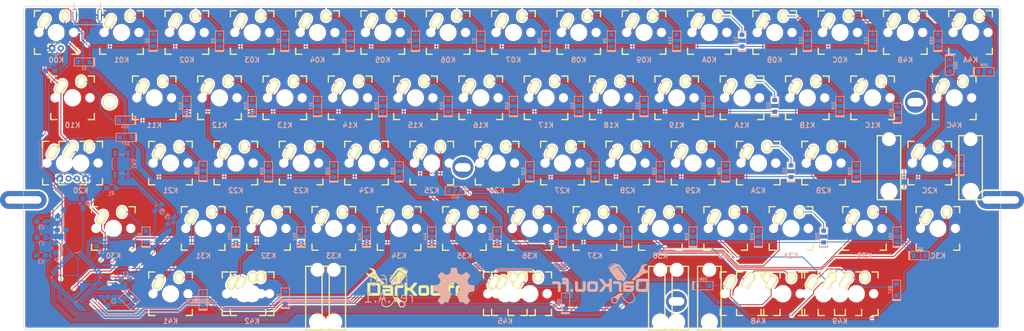
<source format=kicad_pcb>
(kicad_pcb (version 4) (host pcbnew 4.0.5+dfsg1-4)
  (title_block (title "MX/Alps HHKB") (date 2017-04-30) (rev A) (company DarKou))
  (layers (0 F.Cu signal) (31 B.Cu signal) (34 B.Paste user) (35 F.Paste user) (36 B.SilkS user) (37 F.SilkS user) (38 B.Mask user) (39 F.Mask user) (44 Edge.Cuts user))
  (net 0 "")
  (net 1 "Net-(C1-Pad1)")
  (net 2 GND)
  (net 3 "Net-(C2-Pad1)")
  (net 4 VCC)
  (net 5 "Net-(C8-Pad1)")
  (net 6 "Net-(D1-Pad2)")
  (net 7 /Row0)
  (net 8 "Net-(D2-Pad2)")
  (net 9 "Net-(D3-Pad2)")
  (net 10 "Net-(D4-Pad2)")
  (net 11 "Net-(D5-Pad2)")
  (net 12 "Net-(D6-Pad2)")
  (net 13 "Net-(D7-Pad2)")
  (net 14 "Net-(D8-Pad2)")
  (net 15 "Net-(D9-Pad2)")
  (net 16 "Net-(D10-Pad2)")
  (net 17 "Net-(D11-Pad2)")
  (net 18 "Net-(D12-Pad2)")
  (net 19 "Net-(D13-Pad2)")
  (net 20 "Net-(D14-Pad2)")
  (net 21 /Row1)
  (net 22 "Net-(D15-Pad2)")
  (net 23 "Net-(D16-Pad2)")
  (net 24 "Net-(D17-Pad2)")
  (net 25 "Net-(D18-Pad2)")
  (net 26 "Net-(D19-Pad2)")
  (net 27 "Net-(D20-Pad2)")
  (net 28 "Net-(D21-Pad2)")
  (net 29 "Net-(D22-Pad2)")
  (net 30 "Net-(D23-Pad2)")
  (net 31 "Net-(D24-Pad2)")
  (net 32 "Net-(D25-Pad2)")
  (net 33 "Net-(D26-Pad2)")
  (net 34 "Net-(D27-Pad2)")
  (net 35 /Row2)
  (net 36 "Net-(D28-Pad2)")
  (net 37 "Net-(D29-Pad2)")
  (net 38 "Net-(D30-Pad2)")
  (net 39 "Net-(D31-Pad2)")
  (net 40 "Net-(D32-Pad2)")
  (net 41 "Net-(D33-Pad2)")
  (net 42 "Net-(D34-Pad2)")
  (net 43 "Net-(D35-Pad2)")
  (net 44 "Net-(D36-Pad2)")
  (net 45 "Net-(D37-Pad2)")
  (net 46 "Net-(D38-Pad2)")
  (net 47 "Net-(D39-Pad2)")
  (net 48 "Net-(D40-Pad2)")
  (net 49 /Row3)
  (net 50 "Net-(D41-Pad2)")
  (net 51 "Net-(D42-Pad2)")
  (net 52 "Net-(D43-Pad2)")
  (net 53 "Net-(D44-Pad2)")
  (net 54 "Net-(D45-Pad2)")
  (net 55 "Net-(D46-Pad2)")
  (net 56 "Net-(D47-Pad2)")
  (net 57 "Net-(D48-Pad2)")
  (net 58 "Net-(D49-Pad2)")
  (net 59 "Net-(D50-Pad2)")
  (net 60 "Net-(D51-Pad2)")
  (net 61 "Net-(D52-Pad2)")
  (net 62 "Net-(D53-Pad2)")
  (net 63 /Row4)
  (net 64 "Net-(D54-Pad2)")
  (net 65 "Net-(D55-Pad2)")
  (net 66 "Net-(D56-Pad2)")
  (net 67 "Net-(D57-Pad2)")
  (net 68 "Net-(D58-Pad2)")
  (net 69 "Net-(D59-Pad2)")
  (net 70 "Net-(D60-Pad2)")
  (net 71 "Net-(J1-Pad2)")
  (net 72 "Net-(J1-Pad3)")
  (net 73 "Net-(J1-Pad4)")
  (net 74 /Col0)
  (net 75 /Col1)
  (net 76 /Col2)
  (net 77 /Col3)
  (net 78 /Col4)
  (net 79 /Col5)
  (net 80 /Col6)
  (net 81 /Col7)
  (net 82 /Col8)
  (net 83 /Col9)
  (net 84 /Col10)
  (net 85 /Col11)
  (net 86 /Col12)
  (net 87 "Net-(R1-Pad2)")
  (net 88 "Net-(R2-Pad1)")
  (net 89 "Net-(R3-Pad1)")
  (net 90 "Net-(R4-Pad2)")
  (net 91 "Net-(U0-Pad35)")
  (net 92 "Net-(U0-Pad36)")
  (net 93 "Net-(U0-Pad37)")
  (net 94 "Net-(U0-Pad38)")
  (net 95 "Net-(U0-Pad39)")
  (net 96 "Net-(U0-Pad42)")
  (net 97 "Net-(U0-Pad43)")
  (net 98 "Net-(LD0-Pad2)")
  (net 99 "Net-(LD1-Pad2)")
  (net 100 /ESC_LED)
  (net 101 /CAPS_LED)
  (net 102 "Net-(U0-Pad40)")
  (module Housings_QFP:TQFP-44_10x10mm_Pitch0.8mm (layer B.Cu) (at 82 178.5 225)
    (fp_text reference U0 (at 0 7.450001 225) (layer B.SilkS) (effects (justify mirror)))
    (fp_text value ATMEGA32U4)
    (pad 1 smd rect (at -5.7 4 225) (size 1.5 0.55) (layers B.Cu B.Paste B.Mask) (net 101 /CAPS_LED))
    (pad 2 smd rect (at -5.7 3.2 225) (size 1.5 0.55) (layers B.Cu B.Paste B.Mask) (net 4 VCC))
    (pad 3 smd rect (at -5.7 2.4 225) (size 1.5 0.55) (layers B.Cu B.Paste B.Mask) (net 89 "Net-(R3-Pad1)"))
    (pad 4 smd rect (at -5.7 1.6 225) (size 1.5 0.55) (layers B.Cu B.Paste B.Mask) (net 90 "Net-(R4-Pad2)"))
    (pad 5 smd rect (at -5.7 0.8 225) (size 1.5 0.55) (layers B.Cu B.Paste B.Mask) (net 2 GND))
    (pad 6 smd rect (at -5.7 0 225) (size 1.5 0.55) (layers B.Cu B.Paste B.Mask) (net 5 "Net-(C8-Pad1)"))
    (pad 7 smd rect (at -5.7 -0.8 225) (size 1.5 0.55) (layers B.Cu B.Paste B.Mask) (net 4 VCC))
    (pad 8 smd rect (at -5.7 -1.6 225) (size 1.5 0.55) (layers B.Cu B.Paste B.Mask) (net 74 /Col0))
    (pad 9 smd rect (at -5.7 -2.4 225) (size 1.5 0.55) (layers B.Cu B.Paste B.Mask) (net 77 /Col3))
    (pad 10 smd rect (at -5.7 -3.2 225) (size 1.5 0.55) (layers B.Cu B.Paste B.Mask) (net 76 /Col2))
    (pad 11 smd rect (at -5.7 -4 225) (size 1.5 0.55) (layers B.Cu B.Paste B.Mask) (net 75 /Col1))
    (pad 12 smd rect (at -4 -5.7 135) (size 1.5 0.55) (layers B.Cu B.Paste B.Mask) (net 81 /Col7))
    (pad 13 smd rect (at -3.2 -5.7 135) (size 1.5 0.55) (layers B.Cu B.Paste B.Mask) (net 87 "Net-(R1-Pad2)"))
    (pad 14 smd rect (at -2.4 -5.7 135) (size 1.5 0.55) (layers B.Cu B.Paste B.Mask) (net 4 VCC))
    (pad 15 smd rect (at -1.6 -5.7 135) (size 1.5 0.55) (layers B.Cu B.Paste B.Mask) (net 2 GND))
    (pad 16 smd rect (at -0.8 -5.7 135) (size 1.5 0.55) (layers B.Cu B.Paste B.Mask) (net 1 "Net-(C1-Pad1)"))
    (pad 17 smd rect (at 0 -5.7 135) (size 1.5 0.55) (layers B.Cu B.Paste B.Mask) (net 3 "Net-(C2-Pad1)"))
    (pad 18 smd rect (at 0.8 -5.7 135) (size 1.5 0.55) (layers B.Cu B.Paste B.Mask) (net 84 /Col10))
    (pad 19 smd rect (at 1.6 -5.7 135) (size 1.5 0.55) (layers B.Cu B.Paste B.Mask) (net 85 /Col11))
    (pad 20 smd rect (at 2.4 -5.7 135) (size 1.5 0.55) (layers B.Cu B.Paste B.Mask) (net 86 /Col12))
    (pad 21 smd rect (at 3.2 -5.7 135) (size 1.5 0.55) (layers B.Cu B.Paste B.Mask) (net 78 /Col4))
    (pad 22 smd rect (at 4 -5.7 135) (size 1.5 0.55) (layers B.Cu B.Paste B.Mask) (net 79 /Col5))
    (pad 23 smd rect (at 5.7 -4 225) (size 1.5 0.55) (layers B.Cu B.Paste B.Mask) (net 2 GND))
    (pad 24 smd rect (at 5.7 -3.2 225) (size 1.5 0.55) (layers B.Cu B.Paste B.Mask) (net 4 VCC))
    (pad 25 smd rect (at 5.7 -2.4 225) (size 1.5 0.55) (layers B.Cu B.Paste B.Mask) (net 63 /Row4))
    (pad 26 smd rect (at 5.7 -1.6 225) (size 1.5 0.55) (layers B.Cu B.Paste B.Mask) (net 49 /Row3))
    (pad 27 smd rect (at 5.7 -0.8 225) (size 1.5 0.55) (layers B.Cu B.Paste B.Mask) (net 35 /Row2))
    (pad 28 smd rect (at 5.7 0 225) (size 1.5 0.55) (layers B.Cu B.Paste B.Mask) (net 21 /Row1))
    (pad 29 smd rect (at 5.7 0.8 225) (size 1.5 0.55) (layers B.Cu B.Paste B.Mask) (net 80 /Col6))
    (pad 30 smd rect (at 5.7 1.6 225) (size 1.5 0.55) (layers B.Cu B.Paste B.Mask) (net 7 /Row0))
    (pad 31 smd rect (at 5.7 2.4 225) (size 1.5 0.55) (layers B.Cu B.Paste B.Mask) (net 82 /Col8))
    (pad 32 smd rect (at 5.7 3.2 225) (size 1.5 0.55) (layers B.Cu B.Paste B.Mask) (net 83 /Col9))
    (pad 33 smd rect (at 5.7 4 225) (size 1.5 0.55) (layers B.Cu B.Paste B.Mask) (net 88 "Net-(R2-Pad1)"))
    (pad 34 smd rect (at 4 5.7 135) (size 1.5 0.55) (layers B.Cu B.Paste B.Mask) (net 4 VCC))
    (pad 35 smd rect (at 3.2 5.7 135) (size 1.5 0.55) (layers B.Cu B.Paste B.Mask) (net 91 "Net-(U0-Pad35)"))
    (pad 36 smd rect (at 2.4 5.7 135) (size 1.5 0.55) (layers B.Cu B.Paste B.Mask) (net 92 "Net-(U0-Pad36)"))
    (pad 37 smd rect (at 1.6 5.7 135) (size 1.5 0.55) (layers B.Cu B.Paste B.Mask) (net 93 "Net-(U0-Pad37)"))
    (pad 38 smd rect (at 0.8 5.7 135) (size 1.5 0.55) (layers B.Cu B.Paste B.Mask) (net 94 "Net-(U0-Pad38)"))
    (pad 39 smd rect (at 0 5.7 135) (size 1.5 0.55) (layers B.Cu B.Paste B.Mask) (net 95 "Net-(U0-Pad39)"))
    (pad 40 smd rect (at -0.8 5.7 135) (size 1.5 0.55) (layers B.Cu B.Paste B.Mask) (net 102 "Net-(U0-Pad40)"))
    (pad 41 smd rect (at -1.6 5.7 135) (size 1.5 0.55) (layers B.Cu B.Paste B.Mask) (net 100 /ESC_LED))
    (pad 42 smd rect (at -2.4 5.7 135) (size 1.5 0.55) (layers B.Cu B.Paste B.Mask) (net 96 "Net-(U0-Pad42)"))
    (pad 43 smd rect (at -3.2 5.7 135) (size 1.5 0.55) (layers B.Cu B.Paste B.Mask) (net 97 "Net-(U0-Pad43)"))
    (pad 44 smd rect (at -4 5.7 135) (size 1.5 0.55) (layers B.Cu B.Paste B.Mask) (net 4 VCC))
  )
  (module Capacitors_SMD:C_0805_HandSoldering (layer B.Cu) (at 96.35 179.35 180)
    (fp_text reference C1 (at 0 1.75 180) (layer B.SilkS) (effects (justify mirror)))
    (fp_text value 22p)
    (pad 1 smd rect (at -1.25 0 180) (size 1.5 1.25) (layers B.Cu B.Paste B.Mask) (net 1 "Net-(C1-Pad1)"))
    (pad 2 smd rect (at 1.25 0 180) (size 1.5 1.25) (layers B.Cu B.Paste B.Mask) (net 2 GND))
  )
  (module Capacitors_SMD:C_0805_HandSoldering (layer B.Cu) (at 91.275 185.55 90)
    (fp_text reference C2 (at 0 1.75 90) (layer B.SilkS) (effects (justify mirror)))
    (fp_text value 22p)
    (pad 1 smd rect (at -1.25 0 90) (size 1.5 1.25) (layers B.Cu B.Paste B.Mask) (net 3 "Net-(C2-Pad1)"))
    (pad 2 smd rect (at 1.25 0 90) (size 1.5 1.25) (layers B.Cu B.Paste B.Mask) (net 2 GND))
  )
  (module Capacitors_SMD:C_0805_HandSoldering (layer B.Cu) (at 71.75 172.25)
    (fp_text reference C3 (at 0 1.75) (layer B.SilkS) (effects (justify mirror)))
    (fp_text value 0.1u)
    (pad 1 smd rect (at -1.25 0) (size 1.5 1.25) (layers B.Cu B.Paste B.Mask) (net 4 VCC))
    (pad 2 smd rect (at 1.25 0) (size 1.5 1.25) (layers B.Cu B.Paste B.Mask) (net 2 GND))
  )
  (module Capacitors_SMD:C_0805_HandSoldering (layer B.Cu) (at 77.5 159.75 225)
    (fp_text reference C4 (at 0 1.75 225) (layer B.SilkS) (effects (justify mirror)))
    (fp_text value 0.1u)
    (pad 1 smd rect (at -1.25 0 225) (size 1.5 1.25) (layers B.Cu B.Paste B.Mask) (net 4 VCC))
    (pad 2 smd rect (at 1.25 0 225) (size 1.5 1.25) (layers B.Cu B.Paste B.Mask) (net 2 GND))
  )
  (module Capacitors_SMD:C_0805_HandSoldering (layer B.Cu) (at 71.75 162.25)
    (fp_text reference C5 (at 0 1.75) (layer B.SilkS) (effects (justify mirror)))
    (fp_text value 0.1u)
    (pad 1 smd rect (at -1.25 0) (size 1.5 1.25) (layers B.Cu B.Paste B.Mask) (net 4 VCC))
    (pad 2 smd rect (at 1.25 0) (size 1.5 1.25) (layers B.Cu B.Paste B.Mask) (net 2 GND))
  )
  (module Capacitors_SMD:C_0805_HandSoldering (layer B.Cu) (at 77.75 164.75 180)
    (fp_text reference C6 (at 0 1.75 180) (layer B.SilkS) (effects (justify mirror)))
    (fp_text value 0.1u)
    (pad 1 smd rect (at -1.25 0 180) (size 1.5 1.25) (layers B.Cu B.Paste B.Mask) (net 4 VCC))
    (pad 2 smd rect (at 1.25 0 180) (size 1.5 1.25) (layers B.Cu B.Paste B.Mask) (net 2 GND))
  )
  (module Capacitors_SMD:C_0805_HandSoldering (layer B.Cu) (at 71.8 167)
    (fp_text reference C7 (at 0 1.75) (layer B.SilkS) (effects (justify mirror)))
    (fp_text value 4.7u)
    (pad 1 smd rect (at -1.25 0) (size 1.5 1.25) (layers B.Cu B.Paste B.Mask) (net 4 VCC))
    (pad 2 smd rect (at 1.25 0) (size 1.5 1.25) (layers B.Cu B.Paste B.Mask) (net 2 GND))
  )
  (module Capacitors_SMD:C_0805_HandSoldering (layer B.Cu) (at 89.275 169.5)
    (fp_text reference C8 (at 0 1.75) (layer B.SilkS) (effects (justify mirror)))
    (fp_text value 1u)
    (pad 1 smd rect (at -1.25 0) (size 1.5 1.25) (layers B.Cu B.Paste B.Mask) (net 5 "Net-(C8-Pad1)"))
    (pad 2 smd rect (at 1.25 0) (size 1.5 1.25) (layers B.Cu B.Paste B.Mask) (net 2 GND))
  )
  (module Resistors_SMD:R_0805_HandSoldering (layer B.Cu) (at 92.25 152.5)
    (fp_text reference R1 (at 0 1.7) (layer B.SilkS) (effects (justify mirror)))
    (fp_text value 10K)
    (pad 1 smd rect (at -1.35 0) (size 1.5 1.3) (layers B.Cu B.Paste B.Mask) (net 4 VCC))
    (pad 2 smd rect (at 1.35 0) (size 1.5 1.3) (layers B.Cu B.Paste B.Mask) (net 87 "Net-(R1-Pad2)"))
  )
  (module Resistors_SMD:R_0805_HandSoldering (layer B.Cu) (at 76 170 90)
    (fp_text reference R2 (at 0 1.700001 90) (layer B.SilkS) (effects (justify mirror)))
    (fp_text value 10K)
    (pad 1 smd rect (at -1.35 0 90) (size 1.5 1.3) (layers B.Cu B.Paste B.Mask) (net 88 "Net-(R2-Pad1)"))
    (pad 2 smd rect (at 1.35 0 90) (size 1.5 1.3) (layers B.Cu B.Paste B.Mask) (net 2 GND))
  )
  (module Resistors_SMD:R_0805_HandSoldering (layer B.Cu) (at 106 158.25 45)
    (fp_text reference R3 (at 0 1.7 45) (layer B.SilkS) (effects (justify mirror)))
    (fp_text value 22)
    (pad 1 smd rect (at -1.35 0 45) (size 1.5 1.3) (layers B.Cu B.Paste B.Mask) (net 89 "Net-(R3-Pad1)"))
    (pad 2 smd rect (at 1.35 0 45) (size 1.5 1.3) (layers B.Cu B.Paste B.Mask) (net 71 "Net-(J1-Pad2)"))
  )
  (module Resistors_SMD:R_0805_HandSoldering (layer B.Cu) (at 109.75 162 225)
    (fp_text reference R4 (at 0 1.7 225) (layer B.SilkS) (effects (justify mirror)))
    (fp_text value 22)
    (pad 1 smd rect (at -1.35 0 225) (size 1.5 1.3) (layers B.Cu B.Paste B.Mask) (net 72 "Net-(J1-Pad3)"))
    (pad 2 smd rect (at 1.35 0 225) (size 1.5 1.3) (layers B.Cu B.Paste B.Mask) (net 90 "Net-(R4-Pad2)"))
  )
  (module Buttons_Switches_SMD:SW_SPST_TL3342 (layer B.Cu) (at 95.25 145.5 90)
    (fp_text reference SW1 (at 0 3.75 90) (layer B.SilkS) (effects (justify mirror)))
    (fp_text value SW_PUSH)
    (pad 1 smd rect (at -3.15 1.9 90) (size 1.7 1) (layers B.Cu B.Paste B.Mask) (net 2 GND))
    (pad 1 smd rect (at 3.15 1.9 90) (size 1.7 1) (layers B.Cu B.Paste B.Mask) (net 2 GND))
    (pad 2 smd rect (at -3.15 -1.9 90) (size 1.7 1) (layers B.Cu B.Paste B.Mask) (net 87 "Net-(R1-Pad2)"))
    (pad 2 smd rect (at 3.15 -1.9 90) (size 1.7 1) (layers B.Cu B.Paste B.Mask) (net 87 "Net-(R1-Pad2)"))
  )
  (module Footprint:Poker_side_edge_long (layer F.Cu) (at 66.6 156)
    (fp_text reference Poker_side_edge_long hide)
    (fp_text value VAL** hide)
    (pad "" thru_hole oval (at 0 0) (size 13.6 5.2) (drill oval 10.6 2.2) (layers *.Cu *.Mask))
  )
  (module Footprint:Poker_side_edge_long (layer F.Cu) (at 351.7 156)
    (fp_text reference Poker_side_edge_long hide)
    (fp_text value VAL** hide)
    (pad "" thru_hole oval (at 0 0) (size 13.6 5.2) (drill oval 10.6 2.2) (layers *.Cu *.Mask))
  )
  (module Footprint:HOLE_M3 (layer F.Cu) (at 91.8 127.4)
    (fp_text reference HOLE_M3 hide)
    (fp_text value VAL** hide)
    (pad 1 thru_hole circle (at 0 0) (size 4 4) (drill 3.2) (layers *.Cu *.Mask F.SilkS))
  )
  (module Footprint:Poker_oval_hole (layer F.Cu) (at 326.8 127.5)
    (fp_text reference Poker_oval_hole hide)
    (fp_text value VAL** hide)
    (pad "" thru_hole circle (at 0 0) (size 6.1 6.1) (drill oval 4.6 2.5) (layers *.Cu *.Mask))
  )
  (module Footprint:Poker_oval_hole (layer F.Cu) (at 257.1 185.6)
    (fp_text reference Poker_oval_hole hide)
    (fp_text value VAL** hide)
    (pad "" thru_hole circle (at 0 0) (size 6.1 6.1) (drill oval 4.6 2.5) (layers *.Cu *.Mask))
  )
  (module Footprint:Poker_oval_hole (layer F.Cu) (at 194.8 146.5)
    (fp_text reference Poker_oval_hole hide)
    (fp_text value VAL** hide)
    (pad "" thru_hole circle (at 0 0) (size 6.1 6.1) (drill oval 4.6 2.5) (layers *.Cu *.Mask))
  )
  (module Footprint:OPEN-HARDWARE (layer B.Cu) (at 192.25 181.25 180)
    (fp_text reference G*** hide)
    (fp_text value LOGO hide)
  )
  (module Footprint:darkou (layer B.Cu) (at 235.15 180.375 180)
    (fp_text reference G*** hide)
    (fp_text value LOGO hide)
  )
  (module Footprint:darkou (layer F.Cu) (at 180.9 181.525)
    (fp_text reference G*** hide)
    (fp_text value LOGO hide)
  )
  (module Footprint:FA-238 (layer B.Cu) (at 97.575 185 315)
    (fp_text reference X1 hide)
    (fp_text value XTAL_GND hide)
    (pad 3 smd rect (at -1.1 0.8 315) (size 1.4 1.2) (drill (offset -0.1 0.05)) (layers B.Cu B.Paste B.Mask) (net 2 GND) (clearance 0.2))
    (pad 2 smd rect (at 1.1 0.8 315) (size 1.4 1.2) (drill (offset 0.1 0.05)) (layers B.Cu B.Paste B.Mask) (net 3 "Net-(C2-Pad1)") (clearance 0.2))
    (pad 1 smd rect (at -1.1 -0.8 315) (size 1.4 1.2) (drill (offset -0.1 -0.05)) (layers B.Cu B.Paste B.Mask) (net 1 "Net-(C1-Pad1)") (clearance 0.2))
    (pad 3 smd rect (at 1.1 -0.8 315) (size 1.4 1.2) (drill (offset 0.1 -0.05)) (layers B.Cu B.Paste B.Mask) (net 2 GND) (clearance 0.2))
  )
  (module LEDs:LED_D3.0mm (layer F.Cu) (at 75 111.75)
    (fp_text reference LD0 hide)
    (fp_text value ESC_LED hide)
    (pad 1 thru_hole rect (at 0 0) (size 1.8 1.8) (drill 0.9) (layers *.Cu *.Mask) (net 2 GND))
    (pad 2 thru_hole circle (at 2.54 0) (size 1.8 1.8) (drill 0.9) (layers *.Cu *.Mask) (net 98 "Net-(LD0-Pad2)"))
  )
  (module LEDs:LED_D3.0mm (layer F.Cu) (at 77.25 149.75)
    (fp_text reference LD1 hide)
    (fp_text value CAPS_LED hide)
    (pad 1 thru_hole rect (at 0 0) (size 1.8 1.8) (drill 0.9) (layers *.Cu *.Mask) (net 2 GND))
    (pad 2 thru_hole circle (at 2.54 0) (size 1.8 1.8) (drill 0.9) (layers *.Cu *.Mask) (net 99 "Net-(LD1-Pad2)"))
  )
  (module Resistors_SMD:R_0805_HandSoldering (layer B.Cu) (at 74.4 118.3)
    (fp_text reference R5 (at 0 1.7) (layer B.SilkS) (effects (justify mirror)))
    (fp_text value R)
    (pad 1 smd rect (at -1.35 0) (size 1.5 1.3) (layers B.Cu B.Paste B.Mask) (net 100 /ESC_LED))
    (pad 2 smd rect (at 1.35 0) (size 1.5 1.3) (layers B.Cu B.Paste B.Mask) (net 98 "Net-(LD0-Pad2)"))
  )
  (module Resistors_SMD:R_0805_HandSoldering (layer B.Cu) (at 84 157 90)
    (fp_text reference R6 (at 0 1.7 90) (layer B.SilkS) (effects (justify mirror)))
    (fp_text value R)
    (pad 1 smd rect (at -1.35 0 90) (size 1.5 1.3) (layers B.Cu B.Paste B.Mask) (net 101 /CAPS_LED))
    (pad 2 smd rect (at 1.35 0 90) (size 1.5 1.3) (layers B.Cu B.Paste B.Mask) (net 99 "Net-(LD1-Pad2)"))
  )
  (module LEDs:LED_D3.0mm (layer F.Cu) (at 84.75 149.75 180)
    (fp_text reference LD2 hide)
    (fp_text value CAPS_LED hide)
    (pad 1 thru_hole rect (at 0 0 180) (size 1.8 1.8) (drill 0.9) (layers *.Cu *.Mask) (net 2 GND))
    (pad 2 thru_hole circle (at 2.54 0 180) (size 1.8 1.8) (drill 0.9) (layers *.Cu *.Mask) (net 99 "Net-(LD1-Pad2)"))
  )
  (module Footprint:Mx_Alps_175_STEPPED (layer F.Cu) (at 78.58125 145.25625)
    (fp_text reference K61 hide)
    (fp_text value Ctrl hide)
    (pad HOLE np_thru_hole circle (at 0 0) (size 3.9878 3.9878) (drill 3.9878) (layers *.Cu))
    (pad HOLE np_thru_hole circle (at -5.08 0) (size 1.7018 1.7018) (drill 1.7018) (layers *.Cu))
    (pad HOLE np_thru_hole circle (at 5.08 0) (size 1.7018 1.7018) (drill 1.7018) (layers *.Cu))
    (pad 1 thru_hole oval (at -3.405 -3.27 330.95) (size 2.5 4.17) (drill oval 1.5 3.17) (layers *.Cu *.Mask F.SilkS) (net 34 "Net-(D27-Pad2)"))
    (pad 2 thru_hole oval (at 2.52 -4.79 356.1) (size 2.5 3.08) (drill oval 1.5 2.08) (layers *.Cu *.Mask F.SilkS) (net 74 /Col0))
  )
  (module Footprint:D_SOD123 (layer B.Cu) (at 180.975 109.5375 90)
    (fp_text reference D6 (at 0 -1.925 90) (layer B.SilkS) (effects (font (size 0.8 0.8)) (justify mirror)))
    (fp_text value D hide)
    (pad 2 smd rect (at 1.7 0 90) (size 1.2 1.4) (layers B.Cu B.Paste B.Mask) (net 12 "Net-(D6-Pad2)"))
    (pad 1 smd rect (at -1.7 0 90) (size 1.2 1.4) (layers B.Cu B.Paste B.Mask) (net 7 /Row0))
  )
  (module Footprint:USB_miniB_hirose_5S8 (layer B.Cu) (at 85.25 104.5)
    (fp_text reference J1 hide)
    (fp_text value USB_mini_micro_B hide)
    (pad 1 smd rect (at -1.6 0) (size 0.5 1.4) (layers B.Cu B.Paste B.Mask) (net 4 VCC))
    (pad 2 smd rect (at -0.8 0) (size 0.5 1.4) (layers B.Cu B.Paste B.Mask) (net 71 "Net-(J1-Pad2)"))
    (pad 3 smd rect (at 0 0) (size 0.5 1.4) (layers B.Cu B.Paste B.Mask) (net 72 "Net-(J1-Pad3)"))
    (pad 4 smd rect (at 0.8 0) (size 0.5 1.4) (layers B.Cu B.Paste B.Mask) (net 73 "Net-(J1-Pad4)"))
    (pad 5 smd rect (at 1.6 0) (size 0.5 1.4) (layers B.Cu B.Paste B.Mask) (net 2 GND))
    (pad 6 thru_hole oval (at -3.65 -2.4) (size 1.3 3.8) (drill oval 0.7 3.2) (layers *.Cu *.Mask B.Paste) (net 2 GND))
    (pad 6 thru_hole oval (at 3.65 -2.4) (size 1.3 3.8) (drill oval 0.7 3.2) (layers *.Cu *.Mask B.Paste) (net 2 GND))
  )
  (module Footprint:D_SOD123 (layer B.Cu) (at 84.25 115.75 180)
    (fp_text reference D1 (at 0 -1.925 180) (layer B.SilkS) (effects (font (size 0.8 0.8)) (justify mirror)))
    (fp_text value D hide)
    (pad 2 smd rect (at 1.7 0 180) (size 1.2 1.4) (layers B.Cu B.Paste B.Mask) (net 6 "Net-(D1-Pad2)"))
    (pad 1 smd rect (at -1.7 0 180) (size 1.2 1.4) (layers B.Cu B.Paste B.Mask) (net 7 /Row0))
  )
  (module Footprint:D_SOD123 (layer B.Cu) (at 104.5 109.5 90)
    (fp_text reference D2 (at 0 -1.925 90) (layer B.SilkS) (effects (font (size 0.8 0.8)) (justify mirror)))
    (fp_text value D hide)
    (pad 2 smd rect (at 1.7 0 90) (size 1.2 1.4) (layers B.Cu B.Paste B.Mask) (net 8 "Net-(D2-Pad2)"))
    (pad 1 smd rect (at -1.7 0 90) (size 1.2 1.4) (layers B.Cu B.Paste B.Mask) (net 7 /Row0))
  )
  (module Footprint:D_SOD123 (layer B.Cu) (at 123.825 109.5375 90)
    (fp_text reference D3 (at 0 -1.925 90) (layer B.SilkS) (effects (font (size 0.8 0.8)) (justify mirror)))
    (fp_text value D hide)
    (pad 2 smd rect (at 1.7 0 90) (size 1.2 1.4) (layers B.Cu B.Paste B.Mask) (net 9 "Net-(D3-Pad2)"))
    (pad 1 smd rect (at -1.7 0 90) (size 1.2 1.4) (layers B.Cu B.Paste B.Mask) (net 7 /Row0))
  )
  (module Footprint:D_SOD123 (layer B.Cu) (at 142.875 109.5375 90)
    (fp_text reference D4 (at 0 -1.925 90) (layer B.SilkS) (effects (font (size 0.8 0.8)) (justify mirror)))
    (fp_text value D hide)
    (pad 2 smd rect (at 1.7 0 90) (size 1.2 1.4) (layers B.Cu B.Paste B.Mask) (net 10 "Net-(D4-Pad2)"))
    (pad 1 smd rect (at -1.7 0 90) (size 1.2 1.4) (layers B.Cu B.Paste B.Mask) (net 7 /Row0))
  )
  (module Footprint:D_SOD123 (layer B.Cu) (at 161.925 109.5375 90)
    (fp_text reference D5 (at 0 -1.925 90) (layer B.SilkS) (effects (font (size 0.8 0.8)) (justify mirror)))
    (fp_text value D hide)
    (pad 2 smd rect (at 1.7 0 90) (size 1.2 1.4) (layers B.Cu B.Paste B.Mask) (net 11 "Net-(D5-Pad2)"))
    (pad 1 smd rect (at -1.7 0 90) (size 1.2 1.4) (layers B.Cu B.Paste B.Mask) (net 7 /Row0))
  )
  (module Footprint:D_SOD123 (layer B.Cu) (at 200.025 109.5375 90)
    (fp_text reference D7 (at 0 -1.925 90) (layer B.SilkS) (effects (font (size 0.8 0.8)) (justify mirror)))
    (fp_text value D hide)
    (pad 2 smd rect (at 1.7 0 90) (size 1.2 1.4) (layers B.Cu B.Paste B.Mask) (net 13 "Net-(D7-Pad2)"))
    (pad 1 smd rect (at -1.7 0 90) (size 1.2 1.4) (layers B.Cu B.Paste B.Mask) (net 7 /Row0))
  )
  (module Footprint:D_SOD123 (layer B.Cu) (at 219.075 109.5375 90)
    (fp_text reference D8 (at 0 -1.925 90) (layer B.SilkS) (effects (font (size 0.8 0.8)) (justify mirror)))
    (fp_text value D hide)
    (pad 2 smd rect (at 1.7 0 90) (size 1.2 1.4) (layers B.Cu B.Paste B.Mask) (net 14 "Net-(D8-Pad2)"))
    (pad 1 smd rect (at -1.7 0 90) (size 1.2 1.4) (layers B.Cu B.Paste B.Mask) (net 7 /Row0))
  )
  (module Footprint:D_SOD123 (layer B.Cu) (at 238.125 109.5375 90)
    (fp_text reference D9 (at 0 -1.925 90) (layer B.SilkS) (effects (font (size 0.8 0.8)) (justify mirror)))
    (fp_text value D hide)
    (pad 2 smd rect (at 1.7 0 90) (size 1.2 1.4) (layers B.Cu B.Paste B.Mask) (net 15 "Net-(D9-Pad2)"))
    (pad 1 smd rect (at -1.7 0 90) (size 1.2 1.4) (layers B.Cu B.Paste B.Mask) (net 7 /Row0))
  )
  (module Footprint:D_SOD123 (layer B.Cu) (at 257.175 109.5375 90)
    (fp_text reference D10 (at 0 -1.925 90) (layer B.SilkS) (effects (font (size 0.8 0.8)) (justify mirror)))
    (fp_text value D hide)
    (pad 2 smd rect (at 1.7 0 90) (size 1.2 1.4) (layers B.Cu B.Paste B.Mask) (net 16 "Net-(D10-Pad2)"))
    (pad 1 smd rect (at -1.7 0 90) (size 1.2 1.4) (layers B.Cu B.Paste B.Mask) (net 7 /Row0))
  )
  (module Footprint:D_SOD123 (layer B.Cu) (at 276.225 109.5375 90)
    (fp_text reference D11 (at 0 -1.925 90) (layer B.SilkS) (effects (font (size 0.8 0.8)) (justify mirror)))
    (fp_text value D hide)
    (pad 2 smd rect (at 1.7 0 90) (size 1.2 1.4) (layers B.Cu B.Paste B.Mask) (net 17 "Net-(D11-Pad2)"))
    (pad 1 smd rect (at -1.7 0 90) (size 1.2 1.4) (layers B.Cu B.Paste B.Mask) (net 7 /Row0))
  )
  (module Footprint:D_SOD123 (layer B.Cu) (at 295.275 109.5375 90)
    (fp_text reference D12 (at 0 -1.925 90) (layer B.SilkS) (effects (font (size 0.8 0.8)) (justify mirror)))
    (fp_text value D hide)
    (pad 2 smd rect (at 1.7 0 90) (size 1.2 1.4) (layers B.Cu B.Paste B.Mask) (net 18 "Net-(D12-Pad2)"))
    (pad 1 smd rect (at -1.7 0 90) (size 1.2 1.4) (layers B.Cu B.Paste B.Mask) (net 7 /Row0))
  )
  (module Footprint:D_SOD123 (layer B.Cu) (at 314.325 109.5375 90)
    (fp_text reference D13 (at 0 -1.925 90) (layer B.SilkS) (effects (font (size 0.8 0.8)) (justify mirror)))
    (fp_text value D hide)
    (pad 2 smd rect (at 1.7 0 90) (size 1.2 1.4) (layers B.Cu B.Paste B.Mask) (net 19 "Net-(D13-Pad2)"))
    (pad 1 smd rect (at -1.7 0 90) (size 1.2 1.4) (layers B.Cu B.Paste B.Mask) (net 7 /Row0))
  )
  (module Footprint:D_SOD123 (layer B.Cu) (at 96.25 132.75 180)
    (fp_text reference D14 (at 0 -1.925 180) (layer B.SilkS) (effects (font (size 0.8 0.8)) (justify mirror)))
    (fp_text value D hide)
    (pad 2 smd rect (at 1.7 0 180) (size 1.2 1.4) (layers B.Cu B.Paste B.Mask) (net 20 "Net-(D14-Pad2)"))
    (pad 1 smd rect (at -1.7 0 180) (size 1.2 1.4) (layers B.Cu B.Paste B.Mask) (net 21 /Row1))
  )
  (module Footprint:D_SOD123 (layer B.Cu) (at 114.3 128.5875 90)
    (fp_text reference D15 (at 0 -1.925 90) (layer B.SilkS) (effects (font (size 0.8 0.8)) (justify mirror)))
    (fp_text value D hide)
    (pad 2 smd rect (at 1.7 0 90) (size 1.2 1.4) (layers B.Cu B.Paste B.Mask) (net 22 "Net-(D15-Pad2)"))
    (pad 1 smd rect (at -1.7 0 90) (size 1.2 1.4) (layers B.Cu B.Paste B.Mask) (net 21 /Row1))
  )
  (module Footprint:D_SOD123 (layer B.Cu) (at 133.35 128.5875 90)
    (fp_text reference D16 (at 0 -1.925 90) (layer B.SilkS) (effects (font (size 0.8 0.8)) (justify mirror)))
    (fp_text value D hide)
    (pad 2 smd rect (at 1.7 0 90) (size 1.2 1.4) (layers B.Cu B.Paste B.Mask) (net 23 "Net-(D16-Pad2)"))
    (pad 1 smd rect (at -1.7 0 90) (size 1.2 1.4) (layers B.Cu B.Paste B.Mask) (net 21 /Row1))
  )
  (module Footprint:D_SOD123 (layer B.Cu) (at 152.4 128.5875 90)
    (fp_text reference D17 (at 0 -1.925 90) (layer B.SilkS) (effects (font (size 0.8 0.8)) (justify mirror)))
    (fp_text value D hide)
    (pad 2 smd rect (at 1.7 0 90) (size 1.2 1.4) (layers B.Cu B.Paste B.Mask) (net 24 "Net-(D17-Pad2)"))
    (pad 1 smd rect (at -1.7 0 90) (size 1.2 1.4) (layers B.Cu B.Paste B.Mask) (net 21 /Row1))
  )
  (module Footprint:D_SOD123 (layer B.Cu) (at 171.45 128.5875 90)
    (fp_text reference D18 (at 0 -1.925 90) (layer B.SilkS) (effects (font (size 0.8 0.8)) (justify mirror)))
    (fp_text value D hide)
    (pad 2 smd rect (at 1.7 0 90) (size 1.2 1.4) (layers B.Cu B.Paste B.Mask) (net 25 "Net-(D18-Pad2)"))
    (pad 1 smd rect (at -1.7 0 90) (size 1.2 1.4) (layers B.Cu B.Paste B.Mask) (net 21 /Row1))
  )
  (module Footprint:D_SOD123 (layer B.Cu) (at 190.5 128.5875 90)
    (fp_text reference D19 (at 0 -1.925 90) (layer B.SilkS) (effects (font (size 0.8 0.8)) (justify mirror)))
    (fp_text value D hide)
    (pad 2 smd rect (at 1.7 0 90) (size 1.2 1.4) (layers B.Cu B.Paste B.Mask) (net 26 "Net-(D19-Pad2)"))
    (pad 1 smd rect (at -1.7 0 90) (size 1.2 1.4) (layers B.Cu B.Paste B.Mask) (net 21 /Row1))
  )
  (module Footprint:D_SOD123 (layer B.Cu) (at 209.55 128.5875 90)
    (fp_text reference D20 (at 0 -1.925 90) (layer B.SilkS) (effects (font (size 0.8 0.8)) (justify mirror)))
    (fp_text value D hide)
    (pad 2 smd rect (at 1.7 0 90) (size 1.2 1.4) (layers B.Cu B.Paste B.Mask) (net 27 "Net-(D20-Pad2)"))
    (pad 1 smd rect (at -1.7 0 90) (size 1.2 1.4) (layers B.Cu B.Paste B.Mask) (net 21 /Row1))
  )
  (module Footprint:D_SOD123 (layer B.Cu) (at 228.6 128.5875 90)
    (fp_text reference D21 (at 0 -1.925 90) (layer B.SilkS) (effects (font (size 0.8 0.8)) (justify mirror)))
    (fp_text value D hide)
    (pad 2 smd rect (at 1.7 0 90) (size 1.2 1.4) (layers B.Cu B.Paste B.Mask) (net 28 "Net-(D21-Pad2)"))
    (pad 1 smd rect (at -1.7 0 90) (size 1.2 1.4) (layers B.Cu B.Paste B.Mask) (net 21 /Row1))
  )
  (module Footprint:D_SOD123 (layer B.Cu) (at 247.65 128.5875 90)
    (fp_text reference D22 (at 0 -1.925 90) (layer B.SilkS) (effects (font (size 0.8 0.8)) (justify mirror)))
    (fp_text value D hide)
    (pad 2 smd rect (at 1.7 0 90) (size 1.2 1.4) (layers B.Cu B.Paste B.Mask) (net 29 "Net-(D22-Pad2)"))
    (pad 1 smd rect (at -1.7 0 90) (size 1.2 1.4) (layers B.Cu B.Paste B.Mask) (net 21 /Row1))
  )
  (module Footprint:D_SOD123 (layer B.Cu) (at 266.7 128.5875 90)
    (fp_text reference D23 (at 0 -1.925 90) (layer B.SilkS) (effects (font (size 0.8 0.8)) (justify mirror)))
    (fp_text value D hide)
    (pad 2 smd rect (at 1.7 0 90) (size 1.2 1.4) (layers B.Cu B.Paste B.Mask) (net 30 "Net-(D23-Pad2)"))
    (pad 1 smd rect (at -1.7 0 90) (size 1.2 1.4) (layers B.Cu B.Paste B.Mask) (net 21 /Row1))
  )
  (module Footprint:D_SOD123 (layer B.Cu) (at 285.75 128.5875 90)
    (fp_text reference D24 (at 0 -1.925 90) (layer B.SilkS) (effects (font (size 0.8 0.8)) (justify mirror)))
    (fp_text value D hide)
    (pad 2 smd rect (at 1.7 0 90) (size 1.2 1.4) (layers B.Cu B.Paste B.Mask) (net 31 "Net-(D24-Pad2)"))
    (pad 1 smd rect (at -1.7 0 90) (size 1.2 1.4) (layers B.Cu B.Paste B.Mask) (net 21 /Row1))
  )
  (module Footprint:D_SOD123 (layer B.Cu) (at 304.8 128.5875 90)
    (fp_text reference D25 (at 0 -1.925 90) (layer B.SilkS) (effects (font (size 0.8 0.8)) (justify mirror)))
    (fp_text value D hide)
    (pad 2 smd rect (at 1.7 0 90) (size 1.2 1.4) (layers B.Cu B.Paste B.Mask) (net 32 "Net-(D25-Pad2)"))
    (pad 1 smd rect (at -1.7 0 90) (size 1.2 1.4) (layers B.Cu B.Paste B.Mask) (net 21 /Row1))
  )
  (module Footprint:D_SOD123 (layer B.Cu) (at 321.525 130.525 90)
    (fp_text reference D26 (at 0 -1.925 90) (layer B.SilkS) (effects (font (size 0.8 0.8)) (justify mirror)))
    (fp_text value D hide)
    (pad 2 smd rect (at 1.7 0 90) (size 1.2 1.4) (layers B.Cu B.Paste B.Mask) (net 33 "Net-(D26-Pad2)"))
    (pad 1 smd rect (at -1.7 0 90) (size 1.2 1.4) (layers B.Cu B.Paste B.Mask) (net 21 /Row1))
  )
  (module Footprint:D_SOD123 (layer B.Cu) (at 96.5 137.75 180)
    (fp_text reference D27 (at 0 -1.925 180) (layer B.SilkS) (effects (font (size 0.8 0.8)) (justify mirror)))
    (fp_text value D hide)
    (pad 2 smd rect (at 1.7 0 180) (size 1.2 1.4) (layers B.Cu B.Paste B.Mask) (net 34 "Net-(D27-Pad2)"))
    (pad 1 smd rect (at -1.7 0 180) (size 1.2 1.4) (layers B.Cu B.Paste B.Mask) (net 35 /Row2))
  )
  (module Footprint:D_SOD123 (layer B.Cu) (at 119 147.5 90)
    (fp_text reference D28 (at 0 -1.925 90) (layer B.SilkS) (effects (font (size 0.8 0.8)) (justify mirror)))
    (fp_text value D hide)
    (pad 2 smd rect (at 1.7 0 90) (size 1.2 1.4) (layers B.Cu B.Paste B.Mask) (net 36 "Net-(D28-Pad2)"))
    (pad 1 smd rect (at -1.7 0 90) (size 1.2 1.4) (layers B.Cu B.Paste B.Mask) (net 35 /Row2))
  )
  (module Footprint:D_SOD123 (layer B.Cu) (at 138.1125 147.6375 90)
    (fp_text reference D29 (at 0 -1.925 90) (layer B.SilkS) (effects (font (size 0.8 0.8)) (justify mirror)))
    (fp_text value D hide)
    (pad 2 smd rect (at 1.7 0 90) (size 1.2 1.4) (layers B.Cu B.Paste B.Mask) (net 37 "Net-(D29-Pad2)"))
    (pad 1 smd rect (at -1.7 0 90) (size 1.2 1.4) (layers B.Cu B.Paste B.Mask) (net 35 /Row2))
  )
  (module Footprint:D_SOD123 (layer B.Cu) (at 157.1625 147.6375 90)
    (fp_text reference D30 (at 0 -1.925 90) (layer B.SilkS) (effects (font (size 0.8 0.8)) (justify mirror)))
    (fp_text value D hide)
    (pad 2 smd rect (at 1.7 0 90) (size 1.2 1.4) (layers B.Cu B.Paste B.Mask) (net 38 "Net-(D30-Pad2)"))
    (pad 1 smd rect (at -1.7 0 90) (size 1.2 1.4) (layers B.Cu B.Paste B.Mask) (net 35 /Row2))
  )
  (module Footprint:D_SOD123 (layer B.Cu) (at 176.2125 147.6375 90)
    (fp_text reference D31 (at 0 -1.925 90) (layer B.SilkS) (effects (font (size 0.8 0.8)) (justify mirror)))
    (fp_text value D hide)
    (pad 2 smd rect (at 1.7 0 90) (size 1.2 1.4) (layers B.Cu B.Paste B.Mask) (net 39 "Net-(D31-Pad2)"))
    (pad 1 smd rect (at -1.7 0 90) (size 1.2 1.4) (layers B.Cu B.Paste B.Mask) (net 35 /Row2))
  )
  (module Footprint:D_SOD123 (layer B.Cu) (at 192.5 153.25 180)
    (fp_text reference D32 (at 0 -1.925 180) (layer B.SilkS) (effects (font (size 0.8 0.8)) (justify mirror)))
    (fp_text value D hide)
    (pad 2 smd rect (at 1.7 0 180) (size 1.2 1.4) (layers B.Cu B.Paste B.Mask) (net 40 "Net-(D32-Pad2)"))
    (pad 1 smd rect (at -1.7 0 180) (size 1.2 1.4) (layers B.Cu B.Paste B.Mask) (net 35 /Row2))
  )
  (module Footprint:D_SOD123 (layer B.Cu) (at 214.3125 147.6375 90)
    (fp_text reference D33 (at 0 -1.925 90) (layer B.SilkS) (effects (font (size 0.8 0.8)) (justify mirror)))
    (fp_text value D hide)
    (pad 2 smd rect (at 1.7 0 90) (size 1.2 1.4) (layers B.Cu B.Paste B.Mask) (net 41 "Net-(D33-Pad2)"))
    (pad 1 smd rect (at -1.7 0 90) (size 1.2 1.4) (layers B.Cu B.Paste B.Mask) (net 35 /Row2))
  )
  (module Footprint:D_SOD123 (layer B.Cu) (at 233.3625 147.6375 90)
    (fp_text reference D34 (at 0 -1.925 90) (layer B.SilkS) (effects (font (size 0.8 0.8)) (justify mirror)))
    (fp_text value D hide)
    (pad 2 smd rect (at 1.7 0 90) (size 1.2 1.4) (layers B.Cu B.Paste B.Mask) (net 42 "Net-(D34-Pad2)"))
    (pad 1 smd rect (at -1.7 0 90) (size 1.2 1.4) (layers B.Cu B.Paste B.Mask) (net 35 /Row2))
  )
  (module Footprint:D_SOD123 (layer B.Cu) (at 252.4125 147.6375 90)
    (fp_text reference D35 (at 0 -1.925 90) (layer B.SilkS) (effects (font (size 0.8 0.8)) (justify mirror)))
    (fp_text value D hide)
    (pad 2 smd rect (at 1.7 0 90) (size 1.2 1.4) (layers B.Cu B.Paste B.Mask) (net 43 "Net-(D35-Pad2)"))
    (pad 1 smd rect (at -1.7 0 90) (size 1.2 1.4) (layers B.Cu B.Paste B.Mask) (net 35 /Row2))
  )
  (module Footprint:D_SOD123 (layer B.Cu) (at 271.4625 147.6375 90)
    (fp_text reference D36 (at 0 -1.925 90) (layer B.SilkS) (effects (font (size 0.8 0.8)) (justify mirror)))
    (fp_text value D hide)
    (pad 2 smd rect (at 1.7 0 90) (size 1.2 1.4) (layers B.Cu B.Paste B.Mask) (net 44 "Net-(D36-Pad2)"))
    (pad 1 smd rect (at -1.7 0 90) (size 1.2 1.4) (layers B.Cu B.Paste B.Mask) (net 35 /Row2))
  )
  (module Footprint:D_SOD123 (layer B.Cu) (at 290.5125 147.6375 90)
    (fp_text reference D37 (at 0 -1.925 90) (layer B.SilkS) (effects (font (size 0.8 0.8)) (justify mirror)))
    (fp_text value D hide)
    (pad 2 smd rect (at 1.7 0 90) (size 1.2 1.4) (layers B.Cu B.Paste B.Mask) (net 45 "Net-(D37-Pad2)"))
    (pad 1 smd rect (at -1.7 0 90) (size 1.2 1.4) (layers B.Cu B.Paste B.Mask) (net 35 /Row2))
  )
  (module Footprint:D_SOD123 (layer B.Cu) (at 309.5625 147.6375 90)
    (fp_text reference D38 (at 0 -1.925 90) (layer B.SilkS) (effects (font (size 0.8 0.8)) (justify mirror)))
    (fp_text value D hide)
    (pad 2 smd rect (at 1.7 0 90) (size 1.2 1.4) (layers B.Cu B.Paste B.Mask) (net 46 "Net-(D38-Pad2)"))
    (pad 1 smd rect (at -1.7 0 90) (size 1.2 1.4) (layers B.Cu B.Paste B.Mask) (net 35 /Row2))
  )
  (module Footprint:D_SOD123 (layer B.Cu) (at 339.75 145.75 90)
    (fp_text reference D39 (at 0 -1.925 90) (layer B.SilkS) (effects (font (size 0.8 0.8)) (justify mirror)))
    (fp_text value D hide)
    (pad 2 smd rect (at 1.7 0 90) (size 1.2 1.4) (layers B.Cu B.Paste B.Mask) (net 47 "Net-(D39-Pad2)"))
    (pad 1 smd rect (at -1.7 0 90) (size 1.2 1.4) (layers B.Cu B.Paste B.Mask) (net 35 /Row2))
  )
  (module Footprint:D_SOD123 (layer B.Cu) (at 102.39375 166.6875 90)
    (fp_text reference D40 (at 0 -1.925 90) (layer B.SilkS) (effects (font (size 0.8 0.8)) (justify mirror)))
    (fp_text value D hide)
    (pad 2 smd rect (at 1.7 0 90) (size 1.2 1.4) (layers B.Cu B.Paste B.Mask) (net 48 "Net-(D40-Pad2)"))
    (pad 1 smd rect (at -1.7 0 90) (size 1.2 1.4) (layers B.Cu B.Paste B.Mask) (net 49 /Row3))
  )
  (module Footprint:D_SOD123 (layer B.Cu) (at 128.5875 166.6875 90)
    (fp_text reference D41 (at 0 -1.925 90) (layer B.SilkS) (effects (font (size 0.8 0.8)) (justify mirror)))
    (fp_text value D hide)
    (pad 2 smd rect (at 1.7 0 90) (size 1.2 1.4) (layers B.Cu B.Paste B.Mask) (net 50 "Net-(D41-Pad2)"))
    (pad 1 smd rect (at -1.7 0 90) (size 1.2 1.4) (layers B.Cu B.Paste B.Mask) (net 49 /Row3))
  )
  (module Footprint:D_SOD123 (layer B.Cu) (at 147.6375 166.6875 90)
    (fp_text reference D42 (at 0 -1.925 90) (layer B.SilkS) (effects (font (size 0.8 0.8)) (justify mirror)))
    (fp_text value D hide)
    (pad 2 smd rect (at 1.7 0 90) (size 1.2 1.4) (layers B.Cu B.Paste B.Mask) (net 51 "Net-(D42-Pad2)"))
    (pad 1 smd rect (at -1.7 0 90) (size 1.2 1.4) (layers B.Cu B.Paste B.Mask) (net 49 /Row3))
  )
  (module Footprint:D_SOD123 (layer B.Cu) (at 166.6875 166.6875 90)
    (fp_text reference D43 (at 0 -1.925 90) (layer B.SilkS) (effects (font (size 0.8 0.8)) (justify mirror)))
    (fp_text value D hide)
    (pad 2 smd rect (at 1.7 0 90) (size 1.2 1.4) (layers B.Cu B.Paste B.Mask) (net 52 "Net-(D43-Pad2)"))
    (pad 1 smd rect (at -1.7 0 90) (size 1.2 1.4) (layers B.Cu B.Paste B.Mask) (net 49 /Row3))
  )
  (module Footprint:D_SOD123 (layer B.Cu) (at 185.7375 166.6875 90)
    (fp_text reference D44 (at 0 -1.925 90) (layer B.SilkS) (effects (font (size 0.8 0.8)) (justify mirror)))
    (fp_text value D hide)
    (pad 2 smd rect (at 1.7 0 90) (size 1.2 1.4) (layers B.Cu B.Paste B.Mask) (net 53 "Net-(D44-Pad2)"))
    (pad 1 smd rect (at -1.7 0 90) (size 1.2 1.4) (layers B.Cu B.Paste B.Mask) (net 49 /Row3))
  )
  (module Footprint:D_SOD123 (layer B.Cu) (at 204.7875 166.6875 90)
    (fp_text reference D45 (at 0 -1.925 90) (layer B.SilkS) (effects (font (size 0.8 0.8)) (justify mirror)))
    (fp_text value D hide)
    (pad 2 smd rect (at 1.7 0 90) (size 1.2 1.4) (layers B.Cu B.Paste B.Mask) (net 54 "Net-(D45-Pad2)"))
    (pad 1 smd rect (at -1.7 0 90) (size 1.2 1.4) (layers B.Cu B.Paste B.Mask) (net 49 /Row3))
  )
  (module Footprint:D_SOD123 (layer B.Cu) (at 223.8375 166.6875 90)
    (fp_text reference D46 (at 0 -1.925 90) (layer B.SilkS) (effects (font (size 0.8 0.8)) (justify mirror)))
    (fp_text value D hide)
    (pad 2 smd rect (at 1.7 0 90) (size 1.2 1.4) (layers B.Cu B.Paste B.Mask) (net 55 "Net-(D46-Pad2)"))
    (pad 1 smd rect (at -1.7 0 90) (size 1.2 1.4) (layers B.Cu B.Paste B.Mask) (net 49 /Row3))
  )
  (module Footprint:D_SOD123 (layer B.Cu) (at 242.8875 166.6875 90)
    (fp_text reference D47 (at 0 -1.925 90) (layer B.SilkS) (effects (font (size 0.8 0.8)) (justify mirror)))
    (fp_text value D hide)
    (pad 2 smd rect (at 1.7 0 90) (size 1.2 1.4) (layers B.Cu B.Paste B.Mask) (net 56 "Net-(D47-Pad2)"))
    (pad 1 smd rect (at -1.7 0 90) (size 1.2 1.4) (layers B.Cu B.Paste B.Mask) (net 49 /Row3))
  )
  (module Footprint:D_SOD123 (layer B.Cu) (at 261.9375 166.6875 90)
    (fp_text reference D48 (at 0 -1.925 90) (layer B.SilkS) (effects (font (size 0.8 0.8)) (justify mirror)))
    (fp_text value D hide)
    (pad 2 smd rect (at 1.7 0 90) (size 1.2 1.4) (layers B.Cu B.Paste B.Mask) (net 57 "Net-(D48-Pad2)"))
    (pad 1 smd rect (at -1.7 0 90) (size 1.2 1.4) (layers B.Cu B.Paste B.Mask) (net 49 /Row3))
  )
  (module Footprint:D_SOD123 (layer B.Cu) (at 280.9875 166.6875 90)
    (fp_text reference D49 (at 0 -1.925 90) (layer B.SilkS) (effects (font (size 0.8 0.8)) (justify mirror)))
    (fp_text value D hide)
    (pad 2 smd rect (at 1.7 0 90) (size 1.2 1.4) (layers B.Cu B.Paste B.Mask) (net 58 "Net-(D49-Pad2)"))
    (pad 1 smd rect (at -1.7 0 90) (size 1.2 1.4) (layers B.Cu B.Paste B.Mask) (net 49 /Row3))
  )
  (module Footprint:D_SOD123 (layer B.Cu) (at 300.0375 166.6875 90)
    (fp_text reference D50 (at 0 -1.925 90) (layer B.SilkS) (effects (font (size 0.8 0.8)) (justify mirror)))
    (fp_text value D hide)
    (pad 2 smd rect (at 1.7 0 90) (size 1.2 1.4) (layers B.Cu B.Paste B.Mask) (net 59 "Net-(D50-Pad2)"))
    (pad 1 smd rect (at -1.7 0 90) (size 1.2 1.4) (layers B.Cu B.Paste B.Mask) (net 49 /Row3))
  )
  (module Footprint:D_SOD123 (layer B.Cu) (at 321.46875 166.6875 90)
    (fp_text reference D51 (at 0 -1.925 90) (layer B.SilkS) (effects (font (size 0.8 0.8)) (justify mirror)))
    (fp_text value D hide)
    (pad 2 smd rect (at 1.7 0 90) (size 1.2 1.4) (layers B.Cu B.Paste B.Mask) (net 60 "Net-(D51-Pad2)"))
    (pad 1 smd rect (at -1.7 0 90) (size 1.2 1.4) (layers B.Cu B.Paste B.Mask) (net 49 /Row3))
  )
  (module Footprint:D_SOD123 (layer B.Cu) (at 328 172.25)
    (fp_text reference D52 (at 0 -1.925) (layer B.SilkS) (effects (font (size 0.8 0.8)) (justify mirror)))
    (fp_text value D hide)
    (pad 2 smd rect (at 1.7 0) (size 1.2 1.4) (layers B.Cu B.Paste B.Mask) (net 61 "Net-(D52-Pad2)"))
    (pad 1 smd rect (at -1.7 0) (size 1.2 1.4) (layers B.Cu B.Paste B.Mask) (net 49 /Row3))
  )
  (module Footprint:D_SOD123 (layer B.Cu) (at 119 185 90)
    (fp_text reference D53 (at 0 -1.925 90) (layer B.SilkS) (effects (font (size 0.8 0.8)) (justify mirror)))
    (fp_text value D hide)
    (pad 2 smd rect (at 1.7 0 90) (size 1.2 1.4) (layers B.Cu B.Paste B.Mask) (net 62 "Net-(D53-Pad2)"))
    (pad 1 smd rect (at -1.7 0 90) (size 1.2 1.4) (layers B.Cu B.Paste B.Mask) (net 63 /Row4))
  )
  (module Footprint:D_SOD123 (layer B.Cu) (at 143 184.5 90)
    (fp_text reference D54 (at 0 -1.925 90) (layer B.SilkS) (effects (font (size 0.8 0.8)) (justify mirror)))
    (fp_text value D hide)
    (pad 2 smd rect (at 1.7 0 90) (size 1.2 1.4) (layers B.Cu B.Paste B.Mask) (net 64 "Net-(D54-Pad2)"))
    (pad 1 smd rect (at -1.7 0 90) (size 1.2 1.4) (layers B.Cu B.Paste B.Mask) (net 63 /Row4))
  )
  (module Footprint:D_SOD123 (layer B.Cu) (at 224.75 186 90)
    (fp_text reference D55 (at 0 -1.925 90) (layer B.SilkS) (effects (font (size 0.8 0.8)) (justify mirror)))
    (fp_text value D hide)
    (pad 2 smd rect (at 1.7 0 90) (size 1.2 1.4) (layers B.Cu B.Paste B.Mask) (net 65 "Net-(D55-Pad2)"))
    (pad 1 smd rect (at -1.7 0 90) (size 1.2 1.4) (layers B.Cu B.Paste B.Mask) (net 63 /Row4))
  )
  (module Footprint:D_SOD123 (layer B.Cu) (at 265 181)
    (fp_text reference D56 (at 0 -1.925) (layer B.SilkS) (effects (font (size 0.8 0.8)) (justify mirror)))
    (fp_text value D hide)
    (pad 2 smd rect (at 1.7 0) (size 1.2 1.4) (layers B.Cu B.Paste B.Mask) (net 66 "Net-(D56-Pad2)"))
    (pad 1 smd rect (at -1.7 0) (size 1.2 1.4) (layers B.Cu B.Paste B.Mask) (net 63 /Row4))
  )
  (module Footprint:D_SOD123 (layer B.Cu) (at 321.325 182.175 90)
    (fp_text reference D57 (at 0 -1.925 90) (layer B.SilkS) (effects (font (size 0.8 0.8)) (justify mirror)))
    (fp_text value D hide)
    (pad 2 smd rect (at 1.7 0 90) (size 1.2 1.4) (layers B.Cu B.Paste B.Mask) (net 67 "Net-(D57-Pad2)"))
    (pad 1 smd rect (at -1.7 0 90) (size 1.2 1.4) (layers B.Cu B.Paste B.Mask) (net 63 /Row4))
  )
  (module Footprint:D_SOD123 (layer B.Cu) (at 346.875 118.6)
    (fp_text reference D58 (at 0 -1.925) (layer B.SilkS) (effects (font (size 0.8 0.8)) (justify mirror)))
    (fp_text value D hide)
    (pad 2 smd rect (at 1.7 0) (size 1.2 1.4) (layers B.Cu B.Paste B.Mask) (net 68 "Net-(D58-Pad2)"))
    (pad 1 smd rect (at -1.7 0) (size 1.2 1.4) (layers B.Cu B.Paste B.Mask) (net 63 /Row4))
  )
  (module Footprint:D_SOD123 (layer B.Cu) (at 333.375 109.5375 90)
    (fp_text reference D59 (at 0 -1.925 90) (layer B.SilkS) (effects (font (size 0.8 0.8)) (justify mirror)))
    (fp_text value D hide)
    (pad 2 smd rect (at 1.7 0 90) (size 1.2 1.4) (layers B.Cu B.Paste B.Mask) (net 69 "Net-(D59-Pad2)"))
    (pad 1 smd rect (at -1.7 0 90) (size 1.2 1.4) (layers B.Cu B.Paste B.Mask) (net 63 /Row4))
  )
  (module Footprint:D_SOD123 (layer B.Cu) (at 336.75 116.75 270)
    (fp_text reference D60 (at 0 -1.925 270) (layer B.SilkS) (effects (font (size 0.8 0.8)) (justify mirror)))
    (fp_text value D hide)
    (pad 2 smd rect (at 1.7 0 270) (size 1.2 1.4) (layers B.Cu B.Paste B.Mask) (net 70 "Net-(D60-Pad2)"))
    (pad 1 smd rect (at -1.7 0 270) (size 1.2 1.4) (layers B.Cu B.Paste B.Mask) (net 63 /Row4))
  )
  (module Footprint:Mx_Alps_100 (layer F.Cu) (at 300.0375 183.35625)
    (fp_text reference K68 hide)
    (fp_text value R_GUI hide)
    (pad HOLE np_thru_hole circle (at 0 0) (size 3.9878 3.9878) (drill 3.9878) (layers *.Cu))
    (pad HOLE np_thru_hole circle (at -5.08 0) (size 1.7018 1.7018) (drill 1.7018) (layers *.Cu))
    (pad HOLE np_thru_hole circle (at 5.08 0) (size 1.7018 1.7018) (drill 1.7018) (layers *.Cu))
    (pad 1 thru_hole oval (at -3.405 -3.27 330.95) (size 2.5 4.17) (drill oval 1.5 3.17) (layers *.Cu *.Mask F.SilkS) (net 67 "Net-(D57-Pad2)"))
    (pad 2 thru_hole oval (at 2.52 -4.79 356.1) (size 2.5 3.08) (drill oval 1.5 2.08) (layers *.Cu *.Mask F.SilkS) (net 83 /Col9))
  )
  (module Footprint:Mx_Alps_100 (layer F.Cu) (at 309.5625 183.35625)
    (fp_text reference K67 hide)
    (fp_text value R_GUI hide)
    (pad HOLE np_thru_hole circle (at 0 0) (size 3.9878 3.9878) (drill 3.9878) (layers *.Cu))
    (pad HOLE np_thru_hole circle (at -5.08 0) (size 1.7018 1.7018) (drill 1.7018) (layers *.Cu))
    (pad HOLE np_thru_hole circle (at 5.08 0) (size 1.7018 1.7018) (drill 1.7018) (layers *.Cu))
    (pad 1 thru_hole oval (at -3.405 -3.27 330.95) (size 2.5 4.17) (drill oval 1.5 3.17) (layers *.Cu *.Mask F.SilkS) (net 67 "Net-(D57-Pad2)"))
    (pad 2 thru_hole oval (at 2.52 -4.79 356.1) (size 2.5 3.08) (drill oval 1.5 2.08) (layers *.Cu *.Mask F.SilkS) (net 83 /Col9))
  )
  (module Footprint:Mx_Alps_100 (layer F.Cu) (at 323.85 107.15625)
    (fp_text reference K59 hide)
    (fp_text value K4B (at 0 8) (layer B.SilkS) (effects (font (thickness 0.3048)) (justify mirror)))
    (pad HOLE np_thru_hole circle (at 0 0) (size 3.9878 3.9878) (drill 3.9878) (layers *.Cu))
    (pad HOLE np_thru_hole circle (at -5.08 0) (size 1.7018 1.7018) (drill 1.7018) (layers *.Cu))
    (pad HOLE np_thru_hole circle (at 5.08 0) (size 1.7018 1.7018) (drill 1.7018) (layers *.Cu))
    (pad 1 thru_hole oval (at -3.405 -3.27 330.95) (size 2.5 4.17) (drill oval 1.5 3.17) (layers *.Cu *.Mask F.SilkS) (net 85 /Col11))
    (pad 2 thru_hole oval (at 2.52 -4.79 356.1) (size 2.5 3.08) (drill oval 1.5 2.08) (layers *.Cu *.Mask F.SilkS) (net 69 "Net-(D59-Pad2)"))
  )
  (module Footprint:Mx_Alps_100 (layer F.Cu) (at 76.2 107.15625)
    (fp_text reference K1 hide)
    (fp_text value K00 (at 0 8) (layer B.SilkS) (effects (font (thickness 0.3048)) (justify mirror)))
    (pad HOLE np_thru_hole circle (at 0 0) (size 3.9878 3.9878) (drill 3.9878) (layers *.Cu))
    (pad HOLE np_thru_hole circle (at -5.08 0) (size 1.7018 1.7018) (drill 1.7018) (layers *.Cu))
    (pad HOLE np_thru_hole circle (at 5.08 0) (size 1.7018 1.7018) (drill 1.7018) (layers *.Cu))
    (pad 1 thru_hole oval (at -3.405 -3.27 330.95) (size 2.5 4.17) (drill oval 1.5 3.17) (layers *.Cu *.Mask F.SilkS) (net 74 /Col0))
    (pad 2 thru_hole oval (at 2.52 -4.79 356.1) (size 2.5 3.08) (drill oval 1.5 2.08) (layers *.Cu *.Mask F.SilkS) (net 6 "Net-(D1-Pad2)"))
  )
  (module Footprint:Mx_Alps_100 (layer F.Cu) (at 114.3 107.15625)
    (fp_text reference K3 hide)
    (fp_text value K02 (at 0 8) (layer B.SilkS) (effects (font (thickness 0.3048)) (justify mirror)))
    (pad HOLE np_thru_hole circle (at 0 0) (size 3.9878 3.9878) (drill 3.9878) (layers *.Cu))
    (pad HOLE np_thru_hole circle (at -5.08 0) (size 1.7018 1.7018) (drill 1.7018) (layers *.Cu))
    (pad HOLE np_thru_hole circle (at 5.08 0) (size 1.7018 1.7018) (drill 1.7018) (layers *.Cu))
    (pad 1 thru_hole oval (at -3.405 -3.27 330.95) (size 2.5 4.17) (drill oval 1.5 3.17) (layers *.Cu *.Mask F.SilkS) (net 76 /Col2))
    (pad 2 thru_hole oval (at 2.52 -4.79 356.1) (size 2.5 3.08) (drill oval 1.5 2.08) (layers *.Cu *.Mask F.SilkS) (net 9 "Net-(D3-Pad2)"))
  )
  (module Footprint:Mx_Alps_100 (layer F.Cu) (at 133.35 107.15625)
    (fp_text reference K4 hide)
    (fp_text value K03 (at 0 8) (layer B.SilkS) (effects (font (thickness 0.3048)) (justify mirror)))
    (pad HOLE np_thru_hole circle (at 0 0) (size 3.9878 3.9878) (drill 3.9878) (layers *.Cu))
    (pad HOLE np_thru_hole circle (at -5.08 0) (size 1.7018 1.7018) (drill 1.7018) (layers *.Cu))
    (pad HOLE np_thru_hole circle (at 5.08 0) (size 1.7018 1.7018) (drill 1.7018) (layers *.Cu))
    (pad 1 thru_hole oval (at -3.405 -3.27 330.95) (size 2.5 4.17) (drill oval 1.5 3.17) (layers *.Cu *.Mask F.SilkS) (net 77 /Col3))
    (pad 2 thru_hole oval (at 2.52 -4.79 356.1) (size 2.5 3.08) (drill oval 1.5 2.08) (layers *.Cu *.Mask F.SilkS) (net 10 "Net-(D4-Pad2)"))
  )
  (module Footprint:Mx_Alps_100 (layer F.Cu) (at 152.4 107.15625)
    (fp_text reference K5 hide)
    (fp_text value K04 (at 0 8) (layer B.SilkS) (effects (font (thickness 0.3048)) (justify mirror)))
    (pad HOLE np_thru_hole circle (at 0 0) (size 3.9878 3.9878) (drill 3.9878) (layers *.Cu))
    (pad HOLE np_thru_hole circle (at -5.08 0) (size 1.7018 1.7018) (drill 1.7018) (layers *.Cu))
    (pad HOLE np_thru_hole circle (at 5.08 0) (size 1.7018 1.7018) (drill 1.7018) (layers *.Cu))
    (pad 1 thru_hole oval (at -3.405 -3.27 330.95) (size 2.5 4.17) (drill oval 1.5 3.17) (layers *.Cu *.Mask F.SilkS) (net 78 /Col4))
    (pad 2 thru_hole oval (at 2.52 -4.79 356.1) (size 2.5 3.08) (drill oval 1.5 2.08) (layers *.Cu *.Mask F.SilkS) (net 11 "Net-(D5-Pad2)"))
  )
  (module Footprint:Mx_Alps_100 (layer F.Cu) (at 171.45 107.15625)
    (fp_text reference K6 hide)
    (fp_text value K05 (at 0 8) (layer B.SilkS) (effects (font (thickness 0.3048)) (justify mirror)))
    (pad HOLE np_thru_hole circle (at 0 0) (size 3.9878 3.9878) (drill 3.9878) (layers *.Cu))
    (pad HOLE np_thru_hole circle (at -5.08 0) (size 1.7018 1.7018) (drill 1.7018) (layers *.Cu))
    (pad HOLE np_thru_hole circle (at 5.08 0) (size 1.7018 1.7018) (drill 1.7018) (layers *.Cu))
    (pad 1 thru_hole oval (at -3.405 -3.27 330.95) (size 2.5 4.17) (drill oval 1.5 3.17) (layers *.Cu *.Mask F.SilkS) (net 79 /Col5))
    (pad 2 thru_hole oval (at 2.52 -4.79 356.1) (size 2.5 3.08) (drill oval 1.5 2.08) (layers *.Cu *.Mask F.SilkS) (net 12 "Net-(D6-Pad2)"))
  )
  (module Footprint:Mx_Alps_100 (layer F.Cu) (at 190.5 107.15625)
    (fp_text reference K7 hide)
    (fp_text value K06 (at 0 8) (layer B.SilkS) (effects (font (thickness 0.3048)) (justify mirror)))
    (pad HOLE np_thru_hole circle (at 0 0) (size 3.9878 3.9878) (drill 3.9878) (layers *.Cu))
    (pad HOLE np_thru_hole circle (at -5.08 0) (size 1.7018 1.7018) (drill 1.7018) (layers *.Cu))
    (pad HOLE np_thru_hole circle (at 5.08 0) (size 1.7018 1.7018) (drill 1.7018) (layers *.Cu))
    (pad 1 thru_hole oval (at -3.405 -3.27 330.95) (size 2.5 4.17) (drill oval 1.5 3.17) (layers *.Cu *.Mask F.SilkS) (net 80 /Col6))
    (pad 2 thru_hole oval (at 2.52 -4.79 356.1) (size 2.5 3.08) (drill oval 1.5 2.08) (layers *.Cu *.Mask F.SilkS) (net 13 "Net-(D7-Pad2)"))
  )
  (module Footprint:Mx_Alps_100 (layer F.Cu) (at 209.55 107.15625)
    (fp_text reference K8 hide)
    (fp_text value K07 (at 0 8) (layer B.SilkS) (effects (font (thickness 0.3048)) (justify mirror)))
    (pad HOLE np_thru_hole circle (at 0 0) (size 3.9878 3.9878) (drill 3.9878) (layers *.Cu))
    (pad HOLE np_thru_hole circle (at -5.08 0) (size 1.7018 1.7018) (drill 1.7018) (layers *.Cu))
    (pad HOLE np_thru_hole circle (at 5.08 0) (size 1.7018 1.7018) (drill 1.7018) (layers *.Cu))
    (pad 1 thru_hole oval (at -3.405 -3.27 330.95) (size 2.5 4.17) (drill oval 1.5 3.17) (layers *.Cu *.Mask F.SilkS) (net 81 /Col7))
    (pad 2 thru_hole oval (at 2.52 -4.79 356.1) (size 2.5 3.08) (drill oval 1.5 2.08) (layers *.Cu *.Mask F.SilkS) (net 14 "Net-(D8-Pad2)"))
  )
  (module Footprint:Mx_Alps_100 (layer F.Cu) (at 228.6 107.15625)
    (fp_text reference K9 hide)
    (fp_text value K08 (at 0 8) (layer B.SilkS) (effects (font (thickness 0.3048)) (justify mirror)))
    (pad HOLE np_thru_hole circle (at 0 0) (size 3.9878 3.9878) (drill 3.9878) (layers *.Cu))
    (pad HOLE np_thru_hole circle (at -5.08 0) (size 1.7018 1.7018) (drill 1.7018) (layers *.Cu))
    (pad HOLE np_thru_hole circle (at 5.08 0) (size 1.7018 1.7018) (drill 1.7018) (layers *.Cu))
    (pad 1 thru_hole oval (at -3.405 -3.27 330.95) (size 2.5 4.17) (drill oval 1.5 3.17) (layers *.Cu *.Mask F.SilkS) (net 82 /Col8))
    (pad 2 thru_hole oval (at 2.52 -4.79 356.1) (size 2.5 3.08) (drill oval 1.5 2.08) (layers *.Cu *.Mask F.SilkS) (net 15 "Net-(D9-Pad2)"))
  )
  (module Footprint:Mx_Alps_100 (layer F.Cu) (at 247.65 107.15625)
    (fp_text reference K10 hide)
    (fp_text value K09 (at 0 8) (layer B.SilkS) (effects (font (thickness 0.3048)) (justify mirror)))
    (pad HOLE np_thru_hole circle (at 0 0) (size 3.9878 3.9878) (drill 3.9878) (layers *.Cu))
    (pad HOLE np_thru_hole circle (at -5.08 0) (size 1.7018 1.7018) (drill 1.7018) (layers *.Cu))
    (pad HOLE np_thru_hole circle (at 5.08 0) (size 1.7018 1.7018) (drill 1.7018) (layers *.Cu))
    (pad 1 thru_hole oval (at -3.405 -3.27 330.95) (size 2.5 4.17) (drill oval 1.5 3.17) (layers *.Cu *.Mask F.SilkS) (net 83 /Col9))
    (pad 2 thru_hole oval (at 2.52 -4.79 356.1) (size 2.5 3.08) (drill oval 1.5 2.08) (layers *.Cu *.Mask F.SilkS) (net 16 "Net-(D10-Pad2)"))
  )
  (module Footprint:Mx_Alps_100 (layer F.Cu) (at 266.7 107.15625)
    (fp_text reference K11 hide)
    (fp_text value K0A (at 0 8) (layer B.SilkS) (effects (font (thickness 0.3048)) (justify mirror)))
    (pad HOLE np_thru_hole circle (at 0 0) (size 3.9878 3.9878) (drill 3.9878) (layers *.Cu))
    (pad HOLE np_thru_hole circle (at -5.08 0) (size 1.7018 1.7018) (drill 1.7018) (layers *.Cu))
    (pad HOLE np_thru_hole circle (at 5.08 0) (size 1.7018 1.7018) (drill 1.7018) (layers *.Cu))
    (pad 1 thru_hole oval (at -3.405 -3.27 330.95) (size 2.5 4.17) (drill oval 1.5 3.17) (layers *.Cu *.Mask F.SilkS) (net 84 /Col10))
    (pad 2 thru_hole oval (at 2.52 -4.79 356.1) (size 2.5 3.08) (drill oval 1.5 2.08) (layers *.Cu *.Mask F.SilkS) (net 17 "Net-(D11-Pad2)"))
  )
  (module Footprint:Mx_Alps_100 (layer F.Cu) (at 285.75 107.15625)
    (fp_text reference K12 hide)
    (fp_text value K0B (at 0 8) (layer B.SilkS) (effects (font (thickness 0.3048)) (justify mirror)))
    (pad HOLE np_thru_hole circle (at 0 0) (size 3.9878 3.9878) (drill 3.9878) (layers *.Cu))
    (pad HOLE np_thru_hole circle (at -5.08 0) (size 1.7018 1.7018) (drill 1.7018) (layers *.Cu))
    (pad HOLE np_thru_hole circle (at 5.08 0) (size 1.7018 1.7018) (drill 1.7018) (layers *.Cu))
    (pad 1 thru_hole oval (at -3.405 -3.27 330.95) (size 2.5 4.17) (drill oval 1.5 3.17) (layers *.Cu *.Mask F.SilkS) (net 85 /Col11))
    (pad 2 thru_hole oval (at 2.52 -4.79 356.1) (size 2.5 3.08) (drill oval 1.5 2.08) (layers *.Cu *.Mask F.SilkS) (net 18 "Net-(D12-Pad2)"))
  )
  (module Footprint:Mx_Alps_100 (layer F.Cu) (at 304.8 107.15625)
    (fp_text reference K13 hide)
    (fp_text value K0C (at 0 8) (layer B.SilkS) (effects (font (thickness 0.3048)) (justify mirror)))
    (pad HOLE np_thru_hole circle (at 0 0) (size 3.9878 3.9878) (drill 3.9878) (layers *.Cu))
    (pad HOLE np_thru_hole circle (at -5.08 0) (size 1.7018 1.7018) (drill 1.7018) (layers *.Cu))
    (pad HOLE np_thru_hole circle (at 5.08 0) (size 1.7018 1.7018) (drill 1.7018) (layers *.Cu))
    (pad 1 thru_hole oval (at -3.405 -3.27 330.95) (size 2.5 4.17) (drill oval 1.5 3.17) (layers *.Cu *.Mask F.SilkS) (net 86 /Col12))
    (pad 2 thru_hole oval (at 2.52 -4.79 356.1) (size 2.5 3.08) (drill oval 1.5 2.08) (layers *.Cu *.Mask F.SilkS) (net 19 "Net-(D13-Pad2)"))
  )
  (module Footprint:Mx_Alps_100 (layer F.Cu) (at 104.775 126.20625)
    (fp_text reference K15 hide)
    (fp_text value K11 (at 0 8) (layer B.SilkS) (effects (font (thickness 0.3048)) (justify mirror)))
    (pad HOLE np_thru_hole circle (at 0 0) (size 3.9878 3.9878) (drill 3.9878) (layers *.Cu))
    (pad HOLE np_thru_hole circle (at -5.08 0) (size 1.7018 1.7018) (drill 1.7018) (layers *.Cu))
    (pad HOLE np_thru_hole circle (at 5.08 0) (size 1.7018 1.7018) (drill 1.7018) (layers *.Cu))
    (pad 1 thru_hole oval (at -3.405 -3.27 330.95) (size 2.5 4.17) (drill oval 1.5 3.17) (layers *.Cu *.Mask F.SilkS) (net 75 /Col1))
    (pad 2 thru_hole oval (at 2.52 -4.79 356.1) (size 2.5 3.08) (drill oval 1.5 2.08) (layers *.Cu *.Mask F.SilkS) (net 22 "Net-(D15-Pad2)"))
  )
  (module Footprint:Mx_Alps_100 (layer F.Cu) (at 123.825 126.20625)
    (fp_text reference K16 hide)
    (fp_text value K12 (at 0 8) (layer B.SilkS) (effects (font (thickness 0.3048)) (justify mirror)))
    (pad HOLE np_thru_hole circle (at 0 0) (size 3.9878 3.9878) (drill 3.9878) (layers *.Cu))
    (pad HOLE np_thru_hole circle (at -5.08 0) (size 1.7018 1.7018) (drill 1.7018) (layers *.Cu))
    (pad HOLE np_thru_hole circle (at 5.08 0) (size 1.7018 1.7018) (drill 1.7018) (layers *.Cu))
    (pad 1 thru_hole oval (at -3.405 -3.27 330.95) (size 2.5 4.17) (drill oval 1.5 3.17) (layers *.Cu *.Mask F.SilkS) (net 76 /Col2))
    (pad 2 thru_hole oval (at 2.52 -4.79 356.1) (size 2.5 3.08) (drill oval 1.5 2.08) (layers *.Cu *.Mask F.SilkS) (net 23 "Net-(D16-Pad2)"))
  )
  (module Footprint:Mx_Alps_100 (layer F.Cu) (at 142.875 126.20625)
    (fp_text reference K17 hide)
    (fp_text value K13 (at 0 8) (layer B.SilkS) (effects (font (thickness 0.3048)) (justify mirror)))
    (pad HOLE np_thru_hole circle (at 0 0) (size 3.9878 3.9878) (drill 3.9878) (layers *.Cu))
    (pad HOLE np_thru_hole circle (at -5.08 0) (size 1.7018 1.7018) (drill 1.7018) (layers *.Cu))
    (pad HOLE np_thru_hole circle (at 5.08 0) (size 1.7018 1.7018) (drill 1.7018) (layers *.Cu))
    (pad 1 thru_hole oval (at -3.405 -3.27 330.95) (size 2.5 4.17) (drill oval 1.5 3.17) (layers *.Cu *.Mask F.SilkS) (net 77 /Col3))
    (pad 2 thru_hole oval (at 2.52 -4.79 356.1) (size 2.5 3.08) (drill oval 1.5 2.08) (layers *.Cu *.Mask F.SilkS) (net 24 "Net-(D17-Pad2)"))
  )
  (module Footprint:Mx_Alps_100 (layer F.Cu) (at 161.925 126.20625)
    (fp_text reference K18 hide)
    (fp_text value K14 (at 0 8) (layer B.SilkS) (effects (font (thickness 0.3048)) (justify mirror)))
    (pad HOLE np_thru_hole circle (at 0 0) (size 3.9878 3.9878) (drill 3.9878) (layers *.Cu))
    (pad HOLE np_thru_hole circle (at -5.08 0) (size 1.7018 1.7018) (drill 1.7018) (layers *.Cu))
    (pad HOLE np_thru_hole circle (at 5.08 0) (size 1.7018 1.7018) (drill 1.7018) (layers *.Cu))
    (pad 1 thru_hole oval (at -3.405 -3.27 330.95) (size 2.5 4.17) (drill oval 1.5 3.17) (layers *.Cu *.Mask F.SilkS) (net 78 /Col4))
    (pad 2 thru_hole oval (at 2.52 -4.79 356.1) (size 2.5 3.08) (drill oval 1.5 2.08) (layers *.Cu *.Mask F.SilkS) (net 25 "Net-(D18-Pad2)"))
  )
  (module Footprint:Mx_Alps_100 (layer F.Cu) (at 180.975 126.20625)
    (fp_text reference K19 hide)
    (fp_text value K15 (at 0 8) (layer B.SilkS) (effects (font (thickness 0.3048)) (justify mirror)))
    (pad HOLE np_thru_hole circle (at 0 0) (size 3.9878 3.9878) (drill 3.9878) (layers *.Cu))
    (pad HOLE np_thru_hole circle (at -5.08 0) (size 1.7018 1.7018) (drill 1.7018) (layers *.Cu))
    (pad HOLE np_thru_hole circle (at 5.08 0) (size 1.7018 1.7018) (drill 1.7018) (layers *.Cu))
    (pad 1 thru_hole oval (at -3.405 -3.27 330.95) (size 2.5 4.17) (drill oval 1.5 3.17) (layers *.Cu *.Mask F.SilkS) (net 79 /Col5))
    (pad 2 thru_hole oval (at 2.52 -4.79 356.1) (size 2.5 3.08) (drill oval 1.5 2.08) (layers *.Cu *.Mask F.SilkS) (net 26 "Net-(D19-Pad2)"))
  )
  (module Footprint:Mx_Alps_100 (layer F.Cu) (at 200.025 126.20625)
    (fp_text reference K20 hide)
    (fp_text value K16 (at 0 8) (layer B.SilkS) (effects (font (thickness 0.3048)) (justify mirror)))
    (pad HOLE np_thru_hole circle (at 0 0) (size 3.9878 3.9878) (drill 3.9878) (layers *.Cu))
    (pad HOLE np_thru_hole circle (at -5.08 0) (size 1.7018 1.7018) (drill 1.7018) (layers *.Cu))
    (pad HOLE np_thru_hole circle (at 5.08 0) (size 1.7018 1.7018) (drill 1.7018) (layers *.Cu))
    (pad 1 thru_hole oval (at -3.405 -3.27 330.95) (size 2.5 4.17) (drill oval 1.5 3.17) (layers *.Cu *.Mask F.SilkS) (net 80 /Col6))
    (pad 2 thru_hole oval (at 2.52 -4.79 356.1) (size 2.5 3.08) (drill oval 1.5 2.08) (layers *.Cu *.Mask F.SilkS) (net 27 "Net-(D20-Pad2)"))
  )
  (module Footprint:Mx_Alps_100 (layer F.Cu) (at 219.075 126.20625)
    (fp_text reference K21 hide)
    (fp_text value K17 (at 0 8) (layer B.SilkS) (effects (font (thickness 0.3048)) (justify mirror)))
    (pad HOLE np_thru_hole circle (at 0 0) (size 3.9878 3.9878) (drill 3.9878) (layers *.Cu))
    (pad HOLE np_thru_hole circle (at -5.08 0) (size 1.7018 1.7018) (drill 1.7018) (layers *.Cu))
    (pad HOLE np_thru_hole circle (at 5.08 0) (size 1.7018 1.7018) (drill 1.7018) (layers *.Cu))
    (pad 1 thru_hole oval (at -3.405 -3.27 330.95) (size 2.5 4.17) (drill oval 1.5 3.17) (layers *.Cu *.Mask F.SilkS) (net 81 /Col7))
    (pad 2 thru_hole oval (at 2.52 -4.79 356.1) (size 2.5 3.08) (drill oval 1.5 2.08) (layers *.Cu *.Mask F.SilkS) (net 28 "Net-(D21-Pad2)"))
  )
  (module Footprint:Mx_Alps_100 (layer F.Cu) (at 238.125 126.20625)
    (fp_text reference K22 hide)
    (fp_text value K18 (at 0 8) (layer B.SilkS) (effects (font (thickness 0.3048)) (justify mirror)))
    (pad HOLE np_thru_hole circle (at 0 0) (size 3.9878 3.9878) (drill 3.9878) (layers *.Cu))
    (pad HOLE np_thru_hole circle (at -5.08 0) (size 1.7018 1.7018) (drill 1.7018) (layers *.Cu))
    (pad HOLE np_thru_hole circle (at 5.08 0) (size 1.7018 1.7018) (drill 1.7018) (layers *.Cu))
    (pad 1 thru_hole oval (at -3.405 -3.27 330.95) (size 2.5 4.17) (drill oval 1.5 3.17) (layers *.Cu *.Mask F.SilkS) (net 82 /Col8))
    (pad 2 thru_hole oval (at 2.52 -4.79 356.1) (size 2.5 3.08) (drill oval 1.5 2.08) (layers *.Cu *.Mask F.SilkS) (net 29 "Net-(D22-Pad2)"))
  )
  (module Footprint:Mx_Alps_100 (layer F.Cu) (at 257.175 126.20625)
    (fp_text reference K23 hide)
    (fp_text value K19 (at 0 8) (layer B.SilkS) (effects (font (thickness 0.3048)) (justify mirror)))
    (pad HOLE np_thru_hole circle (at 0 0) (size 3.9878 3.9878) (drill 3.9878) (layers *.Cu))
    (pad HOLE np_thru_hole circle (at -5.08 0) (size 1.7018 1.7018) (drill 1.7018) (layers *.Cu))
    (pad HOLE np_thru_hole circle (at 5.08 0) (size 1.7018 1.7018) (drill 1.7018) (layers *.Cu))
    (pad 1 thru_hole oval (at -3.405 -3.27 330.95) (size 2.5 4.17) (drill oval 1.5 3.17) (layers *.Cu *.Mask F.SilkS) (net 83 /Col9))
    (pad 2 thru_hole oval (at 2.52 -4.79 356.1) (size 2.5 3.08) (drill oval 1.5 2.08) (layers *.Cu *.Mask F.SilkS) (net 30 "Net-(D23-Pad2)"))
  )
  (module Footprint:Mx_Alps_100 (layer F.Cu) (at 276.225 126.20625)
    (fp_text reference K24 hide)
    (fp_text value K1A (at 0 8) (layer B.SilkS) (effects (font (thickness 0.3048)) (justify mirror)))
    (pad HOLE np_thru_hole circle (at 0 0) (size 3.9878 3.9878) (drill 3.9878) (layers *.Cu))
    (pad HOLE np_thru_hole circle (at -5.08 0) (size 1.7018 1.7018) (drill 1.7018) (layers *.Cu))
    (pad HOLE np_thru_hole circle (at 5.08 0) (size 1.7018 1.7018) (drill 1.7018) (layers *.Cu))
    (pad 1 thru_hole oval (at -3.405 -3.27 330.95) (size 2.5 4.17) (drill oval 1.5 3.17) (layers *.Cu *.Mask F.SilkS) (net 84 /Col10))
    (pad 2 thru_hole oval (at 2.52 -4.79 356.1) (size 2.5 3.08) (drill oval 1.5 2.08) (layers *.Cu *.Mask F.SilkS) (net 31 "Net-(D24-Pad2)"))
  )
  (module Footprint:Mx_Alps_100 (layer F.Cu) (at 295.275 126.20625)
    (fp_text reference K25 hide)
    (fp_text value K1B (at 0 8) (layer B.SilkS) (effects (font (thickness 0.3048)) (justify mirror)))
    (pad HOLE np_thru_hole circle (at 0 0) (size 3.9878 3.9878) (drill 3.9878) (layers *.Cu))
    (pad HOLE np_thru_hole circle (at -5.08 0) (size 1.7018 1.7018) (drill 1.7018) (layers *.Cu))
    (pad HOLE np_thru_hole circle (at 5.08 0) (size 1.7018 1.7018) (drill 1.7018) (layers *.Cu))
    (pad 1 thru_hole oval (at -3.405 -3.27 330.95) (size 2.5 4.17) (drill oval 1.5 3.17) (layers *.Cu *.Mask F.SilkS) (net 85 /Col11))
    (pad 2 thru_hole oval (at 2.52 -4.79 356.1) (size 2.5 3.08) (drill oval 1.5 2.08) (layers *.Cu *.Mask F.SilkS) (net 32 "Net-(D25-Pad2)"))
  )
  (module Footprint:Mx_Alps_100 (layer F.Cu) (at 314.325 126.20625)
    (fp_text reference K26 hide)
    (fp_text value K1C (at 0 8) (layer B.SilkS) (effects (font (thickness 0.3048)) (justify mirror)))
    (pad HOLE np_thru_hole circle (at 0 0) (size 3.9878 3.9878) (drill 3.9878) (layers *.Cu))
    (pad HOLE np_thru_hole circle (at -5.08 0) (size 1.7018 1.7018) (drill 1.7018) (layers *.Cu))
    (pad HOLE np_thru_hole circle (at 5.08 0) (size 1.7018 1.7018) (drill 1.7018) (layers *.Cu))
    (pad 1 thru_hole oval (at -3.405 -3.27 330.95) (size 2.5 4.17) (drill oval 1.5 3.17) (layers *.Cu *.Mask F.SilkS) (net 86 /Col12))
    (pad 2 thru_hole oval (at 2.52 -4.79 356.1) (size 2.5 3.08) (drill oval 1.5 2.08) (layers *.Cu *.Mask F.SilkS) (net 33 "Net-(D26-Pad2)"))
  )
  (module Footprint:Mx_Alps_100 (layer F.Cu) (at 109.5375 145.25625)
    (fp_text reference K28 hide)
    (fp_text value K21 (at 0 8) (layer B.SilkS) (effects (font (thickness 0.3048)) (justify mirror)))
    (pad HOLE np_thru_hole circle (at 0 0) (size 3.9878 3.9878) (drill 3.9878) (layers *.Cu))
    (pad HOLE np_thru_hole circle (at -5.08 0) (size 1.7018 1.7018) (drill 1.7018) (layers *.Cu))
    (pad HOLE np_thru_hole circle (at 5.08 0) (size 1.7018 1.7018) (drill 1.7018) (layers *.Cu))
    (pad 1 thru_hole oval (at -3.405 -3.27 330.95) (size 2.5 4.17) (drill oval 1.5 3.17) (layers *.Cu *.Mask F.SilkS) (net 75 /Col1))
    (pad 2 thru_hole oval (at 2.52 -4.79 356.1) (size 2.5 3.08) (drill oval 1.5 2.08) (layers *.Cu *.Mask F.SilkS) (net 36 "Net-(D28-Pad2)"))
  )
  (module Footprint:Mx_Alps_100 (layer F.Cu) (at 128.5875 145.25625)
    (fp_text reference K29 hide)
    (fp_text value K22 (at 0 8) (layer B.SilkS) (effects (font (thickness 0.3048)) (justify mirror)))
    (pad HOLE np_thru_hole circle (at 0 0) (size 3.9878 3.9878) (drill 3.9878) (layers *.Cu))
    (pad HOLE np_thru_hole circle (at -5.08 0) (size 1.7018 1.7018) (drill 1.7018) (layers *.Cu))
    (pad HOLE np_thru_hole circle (at 5.08 0) (size 1.7018 1.7018) (drill 1.7018) (layers *.Cu))
    (pad 1 thru_hole oval (at -3.405 -3.27 330.95) (size 2.5 4.17) (drill oval 1.5 3.17) (layers *.Cu *.Mask F.SilkS) (net 76 /Col2))
    (pad 2 thru_hole oval (at 2.52 -4.79 356.1) (size 2.5 3.08) (drill oval 1.5 2.08) (layers *.Cu *.Mask F.SilkS) (net 37 "Net-(D29-Pad2)"))
  )
  (module Footprint:Mx_Alps_100 (layer F.Cu) (at 147.6375 145.25625)
    (fp_text reference K30 hide)
    (fp_text value K23 (at 0 8) (layer B.SilkS) (effects (font (thickness 0.3048)) (justify mirror)))
    (pad HOLE np_thru_hole circle (at 0 0) (size 3.9878 3.9878) (drill 3.9878) (layers *.Cu))
    (pad HOLE np_thru_hole circle (at -5.08 0) (size 1.7018 1.7018) (drill 1.7018) (layers *.Cu))
    (pad HOLE np_thru_hole circle (at 5.08 0) (size 1.7018 1.7018) (drill 1.7018) (layers *.Cu))
    (pad 1 thru_hole oval (at -3.405 -3.27 330.95) (size 2.5 4.17) (drill oval 1.5 3.17) (layers *.Cu *.Mask F.SilkS) (net 77 /Col3))
    (pad 2 thru_hole oval (at 2.52 -4.79 356.1) (size 2.5 3.08) (drill oval 1.5 2.08) (layers *.Cu *.Mask F.SilkS) (net 38 "Net-(D30-Pad2)"))
  )
  (module Footprint:Mx_Alps_100 (layer F.Cu) (at 166.6875 145.25625)
    (fp_text reference K31 hide)
    (fp_text value K24 (at 0 8) (layer B.SilkS) (effects (font (thickness 0.3048)) (justify mirror)))
    (pad HOLE np_thru_hole circle (at 0 0) (size 3.9878 3.9878) (drill 3.9878) (layers *.Cu))
    (pad HOLE np_thru_hole circle (at -5.08 0) (size 1.7018 1.7018) (drill 1.7018) (layers *.Cu))
    (pad HOLE np_thru_hole circle (at 5.08 0) (size 1.7018 1.7018) (drill 1.7018) (layers *.Cu))
    (pad 1 thru_hole oval (at -3.405 -3.27 330.95) (size 2.5 4.17) (drill oval 1.5 3.17) (layers *.Cu *.Mask F.SilkS) (net 78 /Col4))
    (pad 2 thru_hole oval (at 2.52 -4.79 356.1) (size 2.5 3.08) (drill oval 1.5 2.08) (layers *.Cu *.Mask F.SilkS) (net 39 "Net-(D31-Pad2)"))
  )
  (module Footprint:Mx_Alps_100 (layer F.Cu) (at 185.7375 145.25625)
    (fp_text reference K32 hide)
    (fp_text value K25 (at 0 8) (layer B.SilkS) (effects (font (thickness 0.3048)) (justify mirror)))
    (pad HOLE np_thru_hole circle (at 0 0) (size 3.9878 3.9878) (drill 3.9878) (layers *.Cu))
    (pad HOLE np_thru_hole circle (at -5.08 0) (size 1.7018 1.7018) (drill 1.7018) (layers *.Cu))
    (pad HOLE np_thru_hole circle (at 5.08 0) (size 1.7018 1.7018) (drill 1.7018) (layers *.Cu))
    (pad 1 thru_hole oval (at -3.405 -3.27 330.95) (size 2.5 4.17) (drill oval 1.5 3.17) (layers *.Cu *.Mask F.SilkS) (net 79 /Col5))
    (pad 2 thru_hole oval (at 2.52 -4.79 356.1) (size 2.5 3.08) (drill oval 1.5 2.08) (layers *.Cu *.Mask F.SilkS) (net 40 "Net-(D32-Pad2)"))
  )
  (module Footprint:Mx_Alps_100 (layer F.Cu) (at 204.7875 145.25625)
    (fp_text reference K33 hide)
    (fp_text value K26 (at 0 8) (layer B.SilkS) (effects (font (thickness 0.3048)) (justify mirror)))
    (pad HOLE np_thru_hole circle (at 0 0) (size 3.9878 3.9878) (drill 3.9878) (layers *.Cu))
    (pad HOLE np_thru_hole circle (at -5.08 0) (size 1.7018 1.7018) (drill 1.7018) (layers *.Cu))
    (pad HOLE np_thru_hole circle (at 5.08 0) (size 1.7018 1.7018) (drill 1.7018) (layers *.Cu))
    (pad 1 thru_hole oval (at -3.405 -3.27 330.95) (size 2.5 4.17) (drill oval 1.5 3.17) (layers *.Cu *.Mask F.SilkS) (net 80 /Col6))
    (pad 2 thru_hole oval (at 2.52 -4.79 356.1) (size 2.5 3.08) (drill oval 1.5 2.08) (layers *.Cu *.Mask F.SilkS) (net 41 "Net-(D33-Pad2)"))
  )
  (module Footprint:Mx_Alps_100 (layer F.Cu) (at 223.8375 145.25625)
    (fp_text reference K34 hide)
    (fp_text value K27 (at 0 8) (layer B.SilkS) (effects (font (thickness 0.3048)) (justify mirror)))
    (pad HOLE np_thru_hole circle (at 0 0) (size 3.9878 3.9878) (drill 3.9878) (layers *.Cu))
    (pad HOLE np_thru_hole circle (at -5.08 0) (size 1.7018 1.7018) (drill 1.7018) (layers *.Cu))
    (pad HOLE np_thru_hole circle (at 5.08 0) (size 1.7018 1.7018) (drill 1.7018) (layers *.Cu))
    (pad 1 thru_hole oval (at -3.405 -3.27 330.95) (size 2.5 4.17) (drill oval 1.5 3.17) (layers *.Cu *.Mask F.SilkS) (net 81 /Col7))
    (pad 2 thru_hole oval (at 2.52 -4.79 356.1) (size 2.5 3.08) (drill oval 1.5 2.08) (layers *.Cu *.Mask F.SilkS) (net 42 "Net-(D34-Pad2)"))
  )
  (module Footprint:Mx_Alps_100 (layer F.Cu) (at 242.8875 145.25625)
    (fp_text reference K35 hide)
    (fp_text value K28 (at 0 8) (layer B.SilkS) (effects (font (thickness 0.3048)) (justify mirror)))
    (pad HOLE np_thru_hole circle (at 0 0) (size 3.9878 3.9878) (drill 3.9878) (layers *.Cu))
    (pad HOLE np_thru_hole circle (at -5.08 0) (size 1.7018 1.7018) (drill 1.7018) (layers *.Cu))
    (pad HOLE np_thru_hole circle (at 5.08 0) (size 1.7018 1.7018) (drill 1.7018) (layers *.Cu))
    (pad 1 thru_hole oval (at -3.405 -3.27 330.95) (size 2.5 4.17) (drill oval 1.5 3.17) (layers *.Cu *.Mask F.SilkS) (net 82 /Col8))
    (pad 2 thru_hole oval (at 2.52 -4.79 356.1) (size 2.5 3.08) (drill oval 1.5 2.08) (layers *.Cu *.Mask F.SilkS) (net 43 "Net-(D35-Pad2)"))
  )
  (module Footprint:Mx_Alps_100 (layer F.Cu) (at 261.9375 145.25625)
    (fp_text reference K36 hide)
    (fp_text value K29 (at 0 8) (layer B.SilkS) (effects (font (thickness 0.3048)) (justify mirror)))
    (pad HOLE np_thru_hole circle (at 0 0) (size 3.9878 3.9878) (drill 3.9878) (layers *.Cu))
    (pad HOLE np_thru_hole circle (at -5.08 0) (size 1.7018 1.7018) (drill 1.7018) (layers *.Cu))
    (pad HOLE np_thru_hole circle (at 5.08 0) (size 1.7018 1.7018) (drill 1.7018) (layers *.Cu))
    (pad 1 thru_hole oval (at -3.405 -3.27 330.95) (size 2.5 4.17) (drill oval 1.5 3.17) (layers *.Cu *.Mask F.SilkS) (net 83 /Col9))
    (pad 2 thru_hole oval (at 2.52 -4.79 356.1) (size 2.5 3.08) (drill oval 1.5 2.08) (layers *.Cu *.Mask F.SilkS) (net 44 "Net-(D36-Pad2)"))
  )
  (module Footprint:Mx_Alps_100 (layer F.Cu) (at 280.9875 145.25625)
    (fp_text reference K37 hide)
    (fp_text value K2A (at 0 8) (layer B.SilkS) (effects (font (thickness 0.3048)) (justify mirror)))
    (pad HOLE np_thru_hole circle (at 0 0) (size 3.9878 3.9878) (drill 3.9878) (layers *.Cu))
    (pad HOLE np_thru_hole circle (at -5.08 0) (size 1.7018 1.7018) (drill 1.7018) (layers *.Cu))
    (pad HOLE np_thru_hole circle (at 5.08 0) (size 1.7018 1.7018) (drill 1.7018) (layers *.Cu))
    (pad 1 thru_hole oval (at -3.405 -3.27 330.95) (size 2.5 4.17) (drill oval 1.5 3.17) (layers *.Cu *.Mask F.SilkS) (net 84 /Col10))
    (pad 2 thru_hole oval (at 2.52 -4.79 356.1) (size 2.5 3.08) (drill oval 1.5 2.08) (layers *.Cu *.Mask F.SilkS) (net 45 "Net-(D37-Pad2)"))
  )
  (module Footprint:Mx_Alps_100 (layer F.Cu) (at 300.0375 145.25625)
    (fp_text reference K38 hide)
    (fp_text value K2B (at 0 8) (layer B.SilkS) (effects (font (thickness 0.3048)) (justify mirror)))
    (pad HOLE np_thru_hole circle (at 0 0) (size 3.9878 3.9878) (drill 3.9878) (layers *.Cu))
    (pad HOLE np_thru_hole circle (at -5.08 0) (size 1.7018 1.7018) (drill 1.7018) (layers *.Cu))
    (pad HOLE np_thru_hole circle (at 5.08 0) (size 1.7018 1.7018) (drill 1.7018) (layers *.Cu))
    (pad 1 thru_hole oval (at -3.405 -3.27 330.95) (size 2.5 4.17) (drill oval 1.5 3.17) (layers *.Cu *.Mask F.SilkS) (net 85 /Col11))
    (pad 2 thru_hole oval (at 2.52 -4.79 356.1) (size 2.5 3.08) (drill oval 1.5 2.08) (layers *.Cu *.Mask F.SilkS) (net 46 "Net-(D38-Pad2)"))
  )
  (module Footprint:Mx_Alps_100 (layer F.Cu) (at 119.0625 164.30625)
    (fp_text reference K41 hide)
    (fp_text value K31 (at 0 8) (layer B.SilkS) (effects (font (thickness 0.3048)) (justify mirror)))
    (pad HOLE np_thru_hole circle (at 0 0) (size 3.9878 3.9878) (drill 3.9878) (layers *.Cu))
    (pad HOLE np_thru_hole circle (at -5.08 0) (size 1.7018 1.7018) (drill 1.7018) (layers *.Cu))
    (pad HOLE np_thru_hole circle (at 5.08 0) (size 1.7018 1.7018) (drill 1.7018) (layers *.Cu))
    (pad 1 thru_hole oval (at -3.405 -3.27 330.95) (size 2.5 4.17) (drill oval 1.5 3.17) (layers *.Cu *.Mask F.SilkS) (net 75 /Col1))
    (pad 2 thru_hole oval (at 2.52 -4.79 356.1) (size 2.5 3.08) (drill oval 1.5 2.08) (layers *.Cu *.Mask F.SilkS) (net 50 "Net-(D41-Pad2)"))
  )
  (module Footprint:Mx_Alps_100 (layer F.Cu) (at 138.1125 164.30625)
    (fp_text reference K42 hide)
    (fp_text value K32 (at 0 8) (layer B.SilkS) (effects (font (thickness 0.3048)) (justify mirror)))
    (pad HOLE np_thru_hole circle (at 0 0) (size 3.9878 3.9878) (drill 3.9878) (layers *.Cu))
    (pad HOLE np_thru_hole circle (at -5.08 0) (size 1.7018 1.7018) (drill 1.7018) (layers *.Cu))
    (pad HOLE np_thru_hole circle (at 5.08 0) (size 1.7018 1.7018) (drill 1.7018) (layers *.Cu))
    (pad 1 thru_hole oval (at -3.405 -3.27 330.95) (size 2.5 4.17) (drill oval 1.5 3.17) (layers *.Cu *.Mask F.SilkS) (net 76 /Col2))
    (pad 2 thru_hole oval (at 2.52 -4.79 356.1) (size 2.5 3.08) (drill oval 1.5 2.08) (layers *.Cu *.Mask F.SilkS) (net 51 "Net-(D42-Pad2)"))
  )
  (module Footprint:Mx_Alps_100 (layer F.Cu) (at 157.1625 164.30625)
    (fp_text reference K43 hide)
    (fp_text value K33 (at 0 8) (layer B.SilkS) (effects (font (thickness 0.3048)) (justify mirror)))
    (pad HOLE np_thru_hole circle (at 0 0) (size 3.9878 3.9878) (drill 3.9878) (layers *.Cu))
    (pad HOLE np_thru_hole circle (at -5.08 0) (size 1.7018 1.7018) (drill 1.7018) (layers *.Cu))
    (pad HOLE np_thru_hole circle (at 5.08 0) (size 1.7018 1.7018) (drill 1.7018) (layers *.Cu))
    (pad 1 thru_hole oval (at -3.405 -3.27 330.95) (size 2.5 4.17) (drill oval 1.5 3.17) (layers *.Cu *.Mask F.SilkS) (net 77 /Col3))
    (pad 2 thru_hole oval (at 2.52 -4.79 356.1) (size 2.5 3.08) (drill oval 1.5 2.08) (layers *.Cu *.Mask F.SilkS) (net 52 "Net-(D43-Pad2)"))
  )
  (module Footprint:Mx_Alps_100 (layer F.Cu) (at 176.2125 164.30625)
    (fp_text reference K44 hide)
    (fp_text value K34 (at 0 8) (layer B.SilkS) (effects (font (thickness 0.3048)) (justify mirror)))
    (pad HOLE np_thru_hole circle (at 0 0) (size 3.9878 3.9878) (drill 3.9878) (layers *.Cu))
    (pad HOLE np_thru_hole circle (at -5.08 0) (size 1.7018 1.7018) (drill 1.7018) (layers *.Cu))
    (pad HOLE np_thru_hole circle (at 5.08 0) (size 1.7018 1.7018) (drill 1.7018) (layers *.Cu))
    (pad 1 thru_hole oval (at -3.405 -3.27 330.95) (size 2.5 4.17) (drill oval 1.5 3.17) (layers *.Cu *.Mask F.SilkS) (net 78 /Col4))
    (pad 2 thru_hole oval (at 2.52 -4.79 356.1) (size 2.5 3.08) (drill oval 1.5 2.08) (layers *.Cu *.Mask F.SilkS) (net 53 "Net-(D44-Pad2)"))
  )
  (module Footprint:Mx_Alps_100 (layer F.Cu) (at 195.2625 164.30625)
    (fp_text reference K45 hide)
    (fp_text value K35 (at 0 8) (layer B.SilkS) (effects (font (thickness 0.3048)) (justify mirror)))
    (pad HOLE np_thru_hole circle (at 0 0) (size 3.9878 3.9878) (drill 3.9878) (layers *.Cu))
    (pad HOLE np_thru_hole circle (at -5.08 0) (size 1.7018 1.7018) (drill 1.7018) (layers *.Cu))
    (pad HOLE np_thru_hole circle (at 5.08 0) (size 1.7018 1.7018) (drill 1.7018) (layers *.Cu))
    (pad 1 thru_hole oval (at -3.405 -3.27 330.95) (size 2.5 4.17) (drill oval 1.5 3.17) (layers *.Cu *.Mask F.SilkS) (net 79 /Col5))
    (pad 2 thru_hole oval (at 2.52 -4.79 356.1) (size 2.5 3.08) (drill oval 1.5 2.08) (layers *.Cu *.Mask F.SilkS) (net 54 "Net-(D45-Pad2)"))
  )
  (module Footprint:Mx_Alps_100 (layer F.Cu) (at 214.3125 164.30625)
    (fp_text reference K46 hide)
    (fp_text value K36 (at 0 8) (layer B.SilkS) (effects (font (thickness 0.3048)) (justify mirror)))
    (pad HOLE np_thru_hole circle (at 0 0) (size 3.9878 3.9878) (drill 3.9878) (layers *.Cu))
    (pad HOLE np_thru_hole circle (at -5.08 0) (size 1.7018 1.7018) (drill 1.7018) (layers *.Cu))
    (pad HOLE np_thru_hole circle (at 5.08 0) (size 1.7018 1.7018) (drill 1.7018) (layers *.Cu))
    (pad 1 thru_hole oval (at -3.405 -3.27 330.95) (size 2.5 4.17) (drill oval 1.5 3.17) (layers *.Cu *.Mask F.SilkS) (net 80 /Col6))
    (pad 2 thru_hole oval (at 2.52 -4.79 356.1) (size 2.5 3.08) (drill oval 1.5 2.08) (layers *.Cu *.Mask F.SilkS) (net 55 "Net-(D46-Pad2)"))
  )
  (module Footprint:Mx_Alps_100 (layer F.Cu) (at 233.3625 164.30625)
    (fp_text reference K47 hide)
    (fp_text value K37 (at 0 8) (layer B.SilkS) (effects (font (thickness 0.3048)) (justify mirror)))
    (pad HOLE np_thru_hole circle (at 0 0) (size 3.9878 3.9878) (drill 3.9878) (layers *.Cu))
    (pad HOLE np_thru_hole circle (at -5.08 0) (size 1.7018 1.7018) (drill 1.7018) (layers *.Cu))
    (pad HOLE np_thru_hole circle (at 5.08 0) (size 1.7018 1.7018) (drill 1.7018) (layers *.Cu))
    (pad 1 thru_hole oval (at -3.405 -3.27 330.95) (size 2.5 4.17) (drill oval 1.5 3.17) (layers *.Cu *.Mask F.SilkS) (net 81 /Col7))
    (pad 2 thru_hole oval (at 2.52 -4.79 356.1) (size 2.5 3.08) (drill oval 1.5 2.08) (layers *.Cu *.Mask F.SilkS) (net 56 "Net-(D47-Pad2)"))
  )
  (module Footprint:Mx_Alps_100 (layer F.Cu) (at 252.4125 164.30625)
    (fp_text reference K48 hide)
    (fp_text value K38 (at 0 8) (layer B.SilkS) (effects (font (thickness 0.3048)) (justify mirror)))
    (pad HOLE np_thru_hole circle (at 0 0) (size 3.9878 3.9878) (drill 3.9878) (layers *.Cu))
    (pad HOLE np_thru_hole circle (at -5.08 0) (size 1.7018 1.7018) (drill 1.7018) (layers *.Cu))
    (pad HOLE np_thru_hole circle (at 5.08 0) (size 1.7018 1.7018) (drill 1.7018) (layers *.Cu))
    (pad 1 thru_hole oval (at -3.405 -3.27 330.95) (size 2.5 4.17) (drill oval 1.5 3.17) (layers *.Cu *.Mask F.SilkS) (net 82 /Col8))
    (pad 2 thru_hole oval (at 2.52 -4.79 356.1) (size 2.5 3.08) (drill oval 1.5 2.08) (layers *.Cu *.Mask F.SilkS) (net 57 "Net-(D48-Pad2)"))
  )
  (module Footprint:Mx_Alps_100 (layer F.Cu) (at 271.4625 164.30625)
    (fp_text reference K49 hide)
    (fp_text value K39 (at 0 8) (layer B.SilkS) (effects (font (thickness 0.3048)) (justify mirror)))
    (pad HOLE np_thru_hole circle (at 0 0) (size 3.9878 3.9878) (drill 3.9878) (layers *.Cu))
    (pad HOLE np_thru_hole circle (at -5.08 0) (size 1.7018 1.7018) (drill 1.7018) (layers *.Cu))
    (pad HOLE np_thru_hole circle (at 5.08 0) (size 1.7018 1.7018) (drill 1.7018) (layers *.Cu))
    (pad 1 thru_hole oval (at -3.405 -3.27 330.95) (size 2.5 4.17) (drill oval 1.5 3.17) (layers *.Cu *.Mask F.SilkS) (net 83 /Col9))
    (pad 2 thru_hole oval (at 2.52 -4.79 356.1) (size 2.5 3.08) (drill oval 1.5 2.08) (layers *.Cu *.Mask F.SilkS) (net 58 "Net-(D49-Pad2)"))
  )
  (module Footprint:Mx_Alps_100 (layer F.Cu) (at 290.5125 164.30625)
    (fp_text reference K50 hide)
    (fp_text value K3A (at 0 8) (layer B.SilkS) (effects (font (thickness 0.3048)) (justify mirror)))
    (pad HOLE np_thru_hole circle (at 0 0) (size 3.9878 3.9878) (drill 3.9878) (layers *.Cu))
    (pad HOLE np_thru_hole circle (at -5.08 0) (size 1.7018 1.7018) (drill 1.7018) (layers *.Cu))
    (pad HOLE np_thru_hole circle (at 5.08 0) (size 1.7018 1.7018) (drill 1.7018) (layers *.Cu))
    (pad 1 thru_hole oval (at -3.405 -3.27 330.95) (size 2.5 4.17) (drill oval 1.5 3.17) (layers *.Cu *.Mask F.SilkS) (net 84 /Col10))
    (pad 2 thru_hole oval (at 2.52 -4.79 356.1) (size 2.5 3.08) (drill oval 1.5 2.08) (layers *.Cu *.Mask F.SilkS) (net 59 "Net-(D50-Pad2)"))
  )
  (module Footprint:Mx_Alps_100 (layer F.Cu) (at 333.375 164.30625)
    (fp_text reference K52 hide)
    (fp_text value K3C (at 0 8) (layer B.SilkS) (effects (font (thickness 0.3048)) (justify mirror)))
    (pad HOLE np_thru_hole circle (at 0 0) (size 3.9878 3.9878) (drill 3.9878) (layers *.Cu))
    (pad HOLE np_thru_hole circle (at -5.08 0) (size 1.7018 1.7018) (drill 1.7018) (layers *.Cu))
    (pad HOLE np_thru_hole circle (at 5.08 0) (size 1.7018 1.7018) (drill 1.7018) (layers *.Cu))
    (pad 1 thru_hole oval (at -3.405 -3.27 330.95) (size 2.5 4.17) (drill oval 1.5 3.17) (layers *.Cu *.Mask F.SilkS) (net 86 /Col12))
    (pad 2 thru_hole oval (at 2.52 -4.79 356.1) (size 2.5 3.08) (drill oval 1.5 2.08) (layers *.Cu *.Mask F.SilkS) (net 61 "Net-(D52-Pad2)"))
  )
  (module Footprint:Mx_Alps_100 (layer F.Cu) (at 109.5375 183.35625)
    (fp_text reference K53 hide)
    (fp_text value K41 (at 0 8) (layer B.SilkS) (effects (font (thickness 0.3048)) (justify mirror)))
    (pad HOLE np_thru_hole circle (at 0 0) (size 3.9878 3.9878) (drill 3.9878) (layers *.Cu))
    (pad HOLE np_thru_hole circle (at -5.08 0) (size 1.7018 1.7018) (drill 1.7018) (layers *.Cu))
    (pad HOLE np_thru_hole circle (at 5.08 0) (size 1.7018 1.7018) (drill 1.7018) (layers *.Cu))
    (pad 1 thru_hole oval (at -3.405 -3.27 330.95) (size 2.5 4.17) (drill oval 1.5 3.17) (layers *.Cu *.Mask F.SilkS) (net 75 /Col1))
    (pad 2 thru_hole oval (at 2.52 -4.79 356.1) (size 2.5 3.08) (drill oval 1.5 2.08) (layers *.Cu *.Mask F.SilkS) (net 62 "Net-(D53-Pad2)"))
  )
  (module Footprint:Mx_Alps_100 (layer F.Cu) (at 304.8 183.35625)
    (fp_text reference K57 hide)
    (fp_text value K49 (at 0 8) (layer B.SilkS) (effects (font (thickness 0.3048)) (justify mirror)))
    (pad HOLE np_thru_hole circle (at 0 0) (size 3.9878 3.9878) (drill 3.9878) (layers *.Cu))
    (pad HOLE np_thru_hole circle (at -5.08 0) (size 1.7018 1.7018) (drill 1.7018) (layers *.Cu))
    (pad HOLE np_thru_hole circle (at 5.08 0) (size 1.7018 1.7018) (drill 1.7018) (layers *.Cu))
    (pad 1 thru_hole oval (at -3.405 -3.27 330.95) (size 2.5 4.17) (drill oval 1.5 3.17) (layers *.Cu *.Mask F.SilkS) (net 83 /Col9))
    (pad 2 thru_hole oval (at 2.52 -4.79 356.1) (size 2.5 3.08) (drill oval 1.5 2.08) (layers *.Cu *.Mask F.SilkS) (net 67 "Net-(D57-Pad2)"))
  )
  (module Footprint:Mx_Alps_100 (layer F.Cu) (at 342.9 107.15625)
    (fp_text reference K58 hide)
    (fp_text value K4A (at 0 8) (layer B.SilkS) (effects (font (thickness 0.3048)) (justify mirror)))
    (pad HOLE np_thru_hole circle (at 0 0) (size 3.9878 3.9878) (drill 3.9878) (layers *.Cu))
    (pad HOLE np_thru_hole circle (at -5.08 0) (size 1.7018 1.7018) (drill 1.7018) (layers *.Cu))
    (pad HOLE np_thru_hole circle (at 5.08 0) (size 1.7018 1.7018) (drill 1.7018) (layers *.Cu))
    (pad 1 thru_hole oval (at -3.405 -3.27 330.95) (size 2.5 4.17) (drill oval 1.5 3.17) (layers *.Cu *.Mask F.SilkS) (net 84 /Col10))
    (pad 2 thru_hole oval (at 2.52 -4.79 356.1) (size 2.5 3.08) (drill oval 1.5 2.08) (layers *.Cu *.Mask F.SilkS) (net 68 "Net-(D58-Pad2)"))
  )
  (module Footprint:Mx_Alps_100 (layer F.Cu) (at 95.25 107.15625)
    (fp_text reference K2 hide)
    (fp_text value K01 (at 0 8) (layer B.SilkS) (effects (font (thickness 0.3048)) (justify mirror)))
    (pad HOLE np_thru_hole circle (at 0 0) (size 3.9878 3.9878) (drill 3.9878) (layers *.Cu))
    (pad HOLE np_thru_hole circle (at -5.08 0) (size 1.7018 1.7018) (drill 1.7018) (layers *.Cu))
    (pad HOLE np_thru_hole circle (at 5.08 0) (size 1.7018 1.7018) (drill 1.7018) (layers *.Cu))
    (pad 1 thru_hole oval (at -3.405 -3.27 330.95) (size 2.5 4.17) (drill oval 1.5 3.17) (layers *.Cu *.Mask F.SilkS) (net 75 /Col1))
    (pad 2 thru_hole oval (at 2.52 -4.79 356.1) (size 2.5 3.08) (drill oval 1.5 2.08) (layers *.Cu *.Mask F.SilkS) (net 8 "Net-(D2-Pad2)"))
  )
  (module Footprint:Mx_Alps_175 (layer F.Cu) (at 83.34375 145.25625)
    (fp_text reference K27 hide)
    (fp_text value K20 (at 0 8) (layer B.SilkS) (effects (font (thickness 0.3048)) (justify mirror)))
    (pad HOLE np_thru_hole circle (at 0 0) (size 3.9878 3.9878) (drill 3.9878) (layers *.Cu))
    (pad HOLE np_thru_hole circle (at -5.08 0) (size 1.7018 1.7018) (drill 1.7018) (layers *.Cu))
    (pad HOLE np_thru_hole circle (at 5.08 0) (size 1.7018 1.7018) (drill 1.7018) (layers *.Cu))
    (pad 1 thru_hole oval (at -3.405 -3.27 330.95) (size 2.5 4.17) (drill oval 1.5 3.17) (layers *.Cu *.Mask F.SilkS) (net 74 /Col0))
    (pad 2 thru_hole oval (at 2.52 -4.79 356.1) (size 2.5 3.08) (drill oval 1.5 2.08) (layers *.Cu *.Mask F.SilkS) (net 34 "Net-(D27-Pad2)"))
  )
  (module Footprint:Mx_Alps_175 (layer F.Cu) (at 92.86875 164.30625)
    (fp_text reference K40 hide)
    (fp_text value K30 (at 0 8) (layer B.SilkS) (effects (font (thickness 0.3048)) (justify mirror)))
    (pad HOLE np_thru_hole circle (at 0 0) (size 3.9878 3.9878) (drill 3.9878) (layers *.Cu))
    (pad HOLE np_thru_hole circle (at -5.08 0) (size 1.7018 1.7018) (drill 1.7018) (layers *.Cu))
    (pad HOLE np_thru_hole circle (at 5.08 0) (size 1.7018 1.7018) (drill 1.7018) (layers *.Cu))
    (pad 1 thru_hole oval (at -3.405 -3.27 330.95) (size 2.5 4.17) (drill oval 1.5 3.17) (layers *.Cu *.Mask F.SilkS) (net 74 /Col0))
    (pad 2 thru_hole oval (at 2.52 -4.79 356.1) (size 2.5 3.08) (drill oval 1.5 2.08) (layers *.Cu *.Mask F.SilkS) (net 48 "Net-(D40-Pad2)"))
  )
  (module Footprint:Mx_Alps_125 (layer F.Cu) (at 311.94375 164.30625)
    (fp_text reference K51 hide)
    (fp_text value K3B (at 0 8) (layer B.SilkS) (effects (font (thickness 0.3048)) (justify mirror)))
    (pad HOLE np_thru_hole circle (at 0 0) (size 3.9878 3.9878) (drill 3.9878) (layers *.Cu))
    (pad HOLE np_thru_hole circle (at -5.08 0) (size 1.7018 1.7018) (drill 1.7018) (layers *.Cu))
    (pad HOLE np_thru_hole circle (at 5.08 0) (size 1.7018 1.7018) (drill 1.7018) (layers *.Cu))
    (pad 1 thru_hole oval (at -3.405 -3.27 330.95) (size 2.5 4.17) (drill oval 1.5 3.17) (layers *.Cu *.Mask F.SilkS) (net 85 /Col11))
    (pad 2 thru_hole oval (at 2.52 -4.79 356.1) (size 2.5 3.08) (drill oval 1.5 2.08) (layers *.Cu *.Mask F.SilkS) (net 60 "Net-(D51-Pad2)"))
  )
  (module Footprint:Mx_Alps_125 (layer F.Cu) (at 288.13125 183.35625)
    (fp_text reference K65 hide)
    (fp_text value R_ALT hide)
    (pad HOLE np_thru_hole circle (at 0 0) (size 3.9878 3.9878) (drill 3.9878) (layers *.Cu))
    (pad HOLE np_thru_hole circle (at -5.08 0) (size 1.7018 1.7018) (drill 1.7018) (layers *.Cu))
    (pad HOLE np_thru_hole circle (at 5.08 0) (size 1.7018 1.7018) (drill 1.7018) (layers *.Cu))
    (pad 1 thru_hole oval (at -3.405 -3.27 330.95) (size 2.5 4.17) (drill oval 1.5 3.17) (layers *.Cu *.Mask F.SilkS) (net 66 "Net-(D56-Pad2)"))
    (pad 2 thru_hole oval (at 2.52 -4.79 356.1) (size 2.5 3.08) (drill oval 1.5 2.08) (layers *.Cu *.Mask F.SilkS) (net 82 /Col8))
  )
  (module Footprint:Mx_Alps_125 (layer F.Cu) (at 130.96875 183.35625)
    (fp_text reference K62 hide)
    (fp_text value L_ALT hide)
    (pad HOLE np_thru_hole circle (at 0 0) (size 3.9878 3.9878) (drill 3.9878) (layers *.Cu))
    (pad HOLE np_thru_hole circle (at -5.08 0) (size 1.7018 1.7018) (drill 1.7018) (layers *.Cu))
    (pad HOLE np_thru_hole circle (at 5.08 0) (size 1.7018 1.7018) (drill 1.7018) (layers *.Cu))
    (pad 1 thru_hole oval (at -3.405 -3.27 330.95) (size 2.5 4.17) (drill oval 1.5 3.17) (layers *.Cu *.Mask F.SilkS) (net 76 /Col2))
    (pad 2 thru_hole oval (at 2.52 -4.79 356.1) (size 2.5 3.08) (drill oval 1.5 2.08) (layers *.Cu *.Mask F.SilkS) (net 64 "Net-(D54-Pad2)"))
  )
  (module Footprint:Mx_Alps_150 (layer F.Cu) (at 80.9625 126.20625)
    (fp_text reference K14 hide)
    (fp_text value K10 (at 0 8) (layer B.SilkS) (effects (font (thickness 0.3048)) (justify mirror)))
    (pad HOLE np_thru_hole circle (at 0 0) (size 3.9878 3.9878) (drill 3.9878) (layers *.Cu))
    (pad HOLE np_thru_hole circle (at -5.08 0) (size 1.7018 1.7018) (drill 1.7018) (layers *.Cu))
    (pad HOLE np_thru_hole circle (at 5.08 0) (size 1.7018 1.7018) (drill 1.7018) (layers *.Cu))
    (pad 1 thru_hole oval (at -3.405 -3.27 330.95) (size 2.5 4.17) (drill oval 1.5 3.17) (layers *.Cu *.Mask F.SilkS) (net 74 /Col0))
    (pad 2 thru_hole oval (at 2.52 -4.79 356.1) (size 2.5 3.08) (drill oval 1.5 2.08) (layers *.Cu *.Mask F.SilkS) (net 20 "Net-(D14-Pad2)"))
  )
  (module Footprint:Mx_Alps_150 (layer F.Cu) (at 133.35 183.35625)
    (fp_text reference K54 hide)
    (fp_text value K42 (at 0 8) (layer B.SilkS) (effects (font (thickness 0.3048)) (justify mirror)))
    (pad HOLE np_thru_hole circle (at 0 0) (size 3.9878 3.9878) (drill 3.9878) (layers *.Cu))
    (pad HOLE np_thru_hole circle (at -5.08 0) (size 1.7018 1.7018) (drill 1.7018) (layers *.Cu))
    (pad HOLE np_thru_hole circle (at 5.08 0) (size 1.7018 1.7018) (drill 1.7018) (layers *.Cu))
    (pad 1 thru_hole oval (at -3.405 -3.27 330.95) (size 2.5 4.17) (drill oval 1.5 3.17) (layers *.Cu *.Mask F.SilkS) (net 76 /Col2))
    (pad 2 thru_hole oval (at 2.52 -4.79 356.1) (size 2.5 3.08) (drill oval 1.5 2.08) (layers *.Cu *.Mask F.SilkS) (net 64 "Net-(D54-Pad2)"))
  )
  (module Footprint:Mx_Alps_150 (layer F.Cu) (at 280.9875 183.35625)
    (fp_text reference K56 hide)
    (fp_text value K48 (at 0 8) (layer B.SilkS) (effects (font (thickness 0.3048)) (justify mirror)))
    (pad HOLE np_thru_hole circle (at 0 0) (size 3.9878 3.9878) (drill 3.9878) (layers *.Cu))
    (pad HOLE np_thru_hole circle (at -5.08 0) (size 1.7018 1.7018) (drill 1.7018) (layers *.Cu))
    (pad HOLE np_thru_hole circle (at 5.08 0) (size 1.7018 1.7018) (drill 1.7018) (layers *.Cu))
    (pad 1 thru_hole oval (at -3.405 -3.27 330.95) (size 2.5 4.17) (drill oval 1.5 3.17) (layers *.Cu *.Mask F.SilkS) (net 82 /Col8))
    (pad 2 thru_hole oval (at 2.52 -4.79 356.1) (size 2.5 3.08) (drill oval 1.5 2.08) (layers *.Cu *.Mask F.SilkS) (net 66 "Net-(D56-Pad2)"))
  )
  (module Footprint:Mx_Alps_150 (layer F.Cu) (at 338.1375 126.20625)
    (fp_text reference K60 hide)
    (fp_text value K4C (at 0 8) (layer B.SilkS) (effects (font (thickness 0.3048)) (justify mirror)))
    (pad HOLE np_thru_hole circle (at 0 0) (size 3.9878 3.9878) (drill 3.9878) (layers *.Cu))
    (pad HOLE np_thru_hole circle (at -5.08 0) (size 1.7018 1.7018) (drill 1.7018) (layers *.Cu))
    (pad HOLE np_thru_hole circle (at 5.08 0) (size 1.7018 1.7018) (drill 1.7018) (layers *.Cu))
    (pad 1 thru_hole oval (at -3.405 -3.27 330.95) (size 2.5 4.17) (drill oval 1.5 3.17) (layers *.Cu *.Mask F.SilkS) (net 86 /Col12))
    (pad 2 thru_hole oval (at 2.52 -4.79 356.1) (size 2.5 3.08) (drill oval 1.5 2.08) (layers *.Cu *.Mask F.SilkS) (net 70 "Net-(D60-Pad2)"))
  )
  (module Footprint:Mx_Alps_150 (layer F.Cu) (at 276.225 183.35625)
    (fp_text reference K66 hide)
    (fp_text value R_ALT hide)
    (pad HOLE np_thru_hole circle (at 0 0) (size 3.9878 3.9878) (drill 3.9878) (layers *.Cu))
    (pad HOLE np_thru_hole circle (at -5.08 0) (size 1.7018 1.7018) (drill 1.7018) (layers *.Cu))
    (pad HOLE np_thru_hole circle (at 5.08 0) (size 1.7018 1.7018) (drill 1.7018) (layers *.Cu))
    (pad 1 thru_hole oval (at -3.405 -3.27 330.95) (size 2.5 4.17) (drill oval 1.5 3.17) (layers *.Cu *.Mask F.SilkS) (net 66 "Net-(D56-Pad2)"))
    (pad 2 thru_hole oval (at 2.52 -4.79 356.1) (size 2.5 3.08) (drill oval 1.5 2.08) (layers *.Cu *.Mask F.SilkS) (net 82 /Col8))
  )
  (module Footprint:Mx_Alps_600 (layer F.Cu) (at 214.3125 183.35625)
    (fp_text reference K64 hide)
    (fp_text value SPACE hide)
    (pad HOLE np_thru_hole circle (at 0 0) (size 3.9878 3.9878) (drill 3.9878) (layers *.Cu))
    (pad HOLE np_thru_hole circle (at -5.08 0) (size 1.7018 1.7018) (drill 1.7018) (layers *.Cu))
    (pad HOLE np_thru_hole circle (at 5.08 0) (size 1.7018 1.7018) (drill 1.7018) (layers *.Cu))
    (pad 1 thru_hole oval (at -3.405 -3.27 330.95) (size 2.5 4.17) (drill oval 1.5 3.17) (layers *.Cu *.Mask F.SilkS) (net 65 "Net-(D55-Pad2)"))
    (pad 2 thru_hole oval (at 2.52 -4.79 356.1) (size 2.5 3.08) (drill oval 1.5 2.08) (layers *.Cu *.Mask F.SilkS) (net 79 /Col5))
  )
  (module Footprint:Mx_Alps_700 (layer F.Cu) (at 209.55 183.35625)
    (fp_text reference K63 hide)
    (fp_text value SPACE hide)
    (pad HOLE np_thru_hole circle (at 0 0) (size 3.9878 3.9878) (drill 3.9878) (layers *.Cu))
    (pad HOLE np_thru_hole circle (at -5.08 0) (size 1.7018 1.7018) (drill 1.7018) (layers *.Cu))
    (pad HOLE np_thru_hole circle (at 5.08 0) (size 1.7018 1.7018) (drill 1.7018) (layers *.Cu))
    (pad 1 thru_hole oval (at -3.405 -3.27 330.95) (size 2.5 4.17) (drill oval 1.5 3.17) (layers *.Cu *.Mask F.SilkS) (net 79 /Col5))
    (pad 2 thru_hole oval (at 2.52 -4.79 356.1) (size 2.5 3.08) (drill oval 1.5 2.08) (layers *.Cu *.Mask F.SilkS) (net 65 "Net-(D55-Pad2)"))
  )
  (module Footprint:Mx_Alps_625 (layer F.Cu) (at 207.16875 183.35625)
    (fp_text reference K55 hide)
    (fp_text value K45 (at 0 8) (layer B.SilkS) (effects (font (thickness 0.3048)) (justify mirror)))
    (pad HOLE np_thru_hole circle (at 0 0) (size 3.9878 3.9878) (drill 3.9878) (layers *.Cu))
    (pad HOLE np_thru_hole circle (at -5.08 0) (size 1.7018 1.7018) (drill 1.7018) (layers *.Cu))
    (pad HOLE np_thru_hole circle (at 5.08 0) (size 1.7018 1.7018) (drill 1.7018) (layers *.Cu))
    (pad 1 thru_hole oval (at -3.405 -3.27 330.95) (size 2.5 4.17) (drill oval 1.5 3.17) (layers *.Cu *.Mask F.SilkS) (net 79 /Col5))
    (pad 2 thru_hole oval (at 2.52 -4.79 356.1) (size 2.5 3.08) (drill oval 1.5 2.08) (layers *.Cu *.Mask F.SilkS) (net 65 "Net-(D55-Pad2)"))
  )
  (module Footprint:MXST (layer F.Cu) (at 342.9 145.25625)
    (fp_text reference MXST hide)
    (fp_text value VAL** hide)
    (pad "" np_thru_hole circle (at 0 -6.985) (size 3.048 3.048) (drill 3.048) (layers *.Cu *.Mask))
    (pad "" np_thru_hole circle (at 0 8.255) (size 3.9802 3.9802) (drill 3.9802) (layers *.Cu *.Mask))
  )
  (module Footprint:MXST (layer F.Cu) (at 157.1625 183.35625)
    (fp_text reference MXST hide)
    (fp_text value VAL** hide)
    (pad "" np_thru_hole circle (at 0 -6.985) (size 3.048 3.048) (drill 3.048) (layers *.Cu *.Mask))
    (pad "" np_thru_hole circle (at 0 8.255) (size 3.9802 3.9802) (drill 3.9802) (layers *.Cu *.Mask))
  )
  (module Footprint:MXST (layer F.Cu) (at 257.175 183.35625)
    (fp_text reference MXST hide)
    (fp_text value VAL** hide)
    (pad "" np_thru_hole circle (at 0 -6.985) (size 3.048 3.048) (drill 3.048) (layers *.Cu *.Mask))
    (pad "" np_thru_hole circle (at 0 8.255) (size 3.9802 3.9802) (drill 3.9802) (layers *.Cu *.Mask))
  )
  (module Footprint:MXST (layer F.Cu) (at 152.4 183.35625)
    (fp_text reference MXST hide)
    (fp_text value VAL** hide)
    (pad "" np_thru_hole circle (at 0 -6.985) (size 3.048 3.048) (drill 3.048) (layers *.Cu *.Mask))
    (pad "" np_thru_hole circle (at 0 8.255) (size 3.9802 3.9802) (drill 3.9802) (layers *.Cu *.Mask))
  )
  (module Footprint:MXST (layer F.Cu) (at 266.7 183.35625)
    (fp_text reference MXST hide)
    (fp_text value VAL** hide)
    (pad "" np_thru_hole circle (at 0 -6.985) (size 3.048 3.048) (drill 3.048) (layers *.Cu *.Mask))
    (pad "" np_thru_hole circle (at 0 8.255) (size 3.9802 3.9802) (drill 3.9802) (layers *.Cu *.Mask))
  )
  (module Footprint:MXST (layer F.Cu) (at 252.4125 183.35625)
    (fp_text reference MXST hide)
    (fp_text value VAL** hide)
    (pad "" np_thru_hole circle (at 0 -6.985) (size 3.048 3.048) (drill 3.048) (layers *.Cu *.Mask))
    (pad "" np_thru_hole circle (at 0 8.255) (size 3.9802 3.9802) (drill 3.9802) (layers *.Cu *.Mask))
  )
  (module Footprint:MXST (layer F.Cu) (at 319.0875 145.25625)
    (fp_text reference MXST hide)
    (fp_text value VAL** hide)
    (pad "" np_thru_hole circle (at 0 -6.985) (size 3.048 3.048) (drill 3.048) (layers *.Cu *.Mask))
    (pad "" np_thru_hole circle (at 0 8.255) (size 3.9802 3.9802) (drill 3.9802) (layers *.Cu *.Mask))
  )
  (module Footprint:Mx_Alps_225 (layer F.Cu) (at 330.99375 145.25625)
    (fp_text reference K39 hide)
    (fp_text value K2C (at 0 8) (layer B.SilkS) (effects (font (thickness 0.3048)) (justify mirror)))
    (pad HOLE np_thru_hole circle (at 0 0) (size 3.9878 3.9878) (drill 3.9878) (layers *.Cu))
    (pad HOLE np_thru_hole circle (at -5.08 0) (size 1.7018 1.7018) (drill 1.7018) (layers *.Cu))
    (pad HOLE np_thru_hole circle (at 5.08 0) (size 1.7018 1.7018) (drill 1.7018) (layers *.Cu))
    (pad 1 thru_hole oval (at -3.405 -3.27 330.95) (size 2.5 4.17) (drill oval 1.5 3.17) (layers *.Cu *.Mask F.SilkS) (net 86 /Col12))
    (pad 2 thru_hole oval (at 2.52 -4.79 356.1) (size 2.5 3.08) (drill oval 1.5 2.08) (layers *.Cu *.Mask F.SilkS) (net 47 "Net-(D39-Pad2)"))
  )
  (gr_arc (start 350.7 100.5) (end 350.7 99.5) (angle 90) (layer Edge.Cuts) (width 0.15))
  (gr_arc (start 350.7 192.8) (end 351.7 192.8) (angle 90) (layer Edge.Cuts) (width 0.15))
  (gr_arc (start 67.6 192.8) (end 67.6 193.8) (angle 90) (layer Edge.Cuts) (width 0.15))
  (gr_line (start 66.6 100.5) (end 66.6 100.6) (angle 90) (layer Edge.Cuts) (width 0.15))
  (gr_arc (start 67.6 100.5) (end 66.6 100.5) (angle 90) (layer Edge.Cuts) (width 0.15))
  (gr_line (start 66.6 192.8) (end 66.6 100.6) (angle 90) (layer Edge.Cuts) (width 0.15))
  (gr_line (start 350.7 193.8) (end 67.6 193.8) (angle 90) (layer Edge.Cuts) (width 0.15))
  (gr_line (start 351.7 100.5) (end 351.7 192.8) (angle 90) (layer Edge.Cuts) (width 0.15))
  (gr_line (start 67.6 99.5) (end 350.7 99.5) (angle 90) (layer Edge.Cuts) (width 0.15))
  (gr_text "DK60\nrev.A.1" (at 173.25 182) (layer B.SilkS) (effects (font (size 3 3) (thickness 0.3)) (justify mirror)))
  (segment (start 314 190.5) (end 314.25 190.5) (width 0.25) (layer F.Cu) (net 0))
  (segment (start 97.6 179.35) (end 97.6 183.419365) (width 0.25) (layer B.Cu) (net 1))
  (segment (start 97.6 183.419365) (end 97.362868 183.656497) (width 0.25) (layer B.Cu) (net 1))
  (segment (start 94.325 183) (end 96.706371 183) (width 0.25) (layer B.Cu) (net 1))
  (segment (start 93.675 183) (end 94.325 183) (width 0.25) (layer B.Cu) (net 1))
  (segment (start 86.596194 182.096194) (end 87.5 183) (width 0.25) (layer B.Cu) (net 1))
  (segment (start 87.5 183) (end 93.675 183) (width 0.25) (layer B.Cu) (net 1))
  (segment (start 96.706371 183) (end 97.362868 183.656497) (width 0.25) (layer B.Cu) (net 1))
  (segment (start 86.596194 181.964823) (end 86.596194 182.096194) (width 0.25) (layer B.Cu) (net 1))
  (segment (start 86.596194 181.964823) (end 86.714823 181.964823) (width 0.25) (layer B.Cu) (net 1))
  (segment (start 81.6 102.1) (end 81.6 104.15) (width 0.25) (layer B.Cu) (net 2))
  (segment (start 76.75 110) (end 75 111.75) (width 0.25) (layer B.Cu) (net 2))
  (segment (start 77.75 110) (end 76.75 110) (width 0.25) (layer B.Cu) (net 2))
  (segment (start 79.25 108.5) (end 77.75 110) (width 0.25) (layer B.Cu) (net 2))
  (segment (start 79.25 106.5) (end 79.25 108.5) (width 0.25) (layer B.Cu) (net 2))
  (segment (start 81.6 104.15) (end 79.25 106.5) (width 0.25) (layer B.Cu) (net 2))
  (segment (start 81.6 102.1) (end 88.9 102.1) (width 0.25) (layer B.Cu) (net 2))
  (segment (start 86.85 104.5) (end 86.85 104.15) (width 0.25) (layer B.Cu) (net 2))
  (segment (start 86.85 104.15) (end 88.9 102.1) (width 0.25) (layer B.Cu) (net 2))
  (segment (start 70.5 159.75) (end 69.5 159.75) (width 0.25) (layer B.Cu) (net 2))
  (segment (start 72 174) (end 73 173) (width 0.25) (layer B.Cu) (net 2))
  (segment (start 69 174) (end 72 174) (width 0.25) (layer B.Cu) (net 2))
  (segment (start 68.25 173.25) (end 69 174) (width 0.25) (layer B.Cu) (net 2))
  (segment (start 68.25 161) (end 68.25 173.25) (width 0.25) (layer B.Cu) (net 2))
  (segment (start 69.5 159.75) (end 68.25 161) (width 0.25) (layer B.Cu) (net 2))
  (segment (start 72.5 159.75) (end 74.95 157.3) (width 0.25) (layer B.Cu) (net 2))
  (segment (start 70.5 159.75) (end 72.5 159.75) (width 0.25) (layer B.Cu) (net 2))
  (segment (start 75 111.75) (end 75 111.5) (width 0.25) (layer B.Cu) (net 2))
  (segment (start 74.95 151) (end 74.95 157.3) (width 0.25) (layer B.Cu) (net 2))
  (segment (start 73 173) (end 73 172.25) (width 0.25) (layer B.Cu) (net 2))
  (segment (start 73.05 167) (end 73.05 172.2) (width 0.25) (layer B.Cu) (net 2))
  (segment (start 73.05 172.2) (end 73 172.25) (width 0.25) (layer B.Cu) (net 2))
  (segment (start 76.616117 160.633883) (end 76.616117 164.633883) (width 0.25) (layer B.Cu) (net 2))
  (segment (start 76.616117 164.633883) (end 76 165.25) (width 0.25) (layer B.Cu) (net 2))
  (segment (start 76 165.25) (end 76 168.65) (width 0.25) (layer B.Cu) (net 2))
  (segment (start 72.75 167.3) (end 73 167.05) (width 0.25) (layer B.Cu) (net 2))
  (segment (start 73 167.05) (end 73 162.25) (width 0.25) (layer B.Cu) (net 2))
  (segment (start 73 162.25) (end 73.25 162) (width 0.25) (layer B.Cu) (net 2))
  (segment (start 73.25 162) (end 75.25 162) (width 0.25) (layer B.Cu) (net 2))
  (segment (start 75.25 162) (end 76.616117 160.633883) (width 0.25) (layer B.Cu) (net 2))
  (segment (start 88.5 102.1) (end 88.7 102.1) (width 0.25) (layer B.Cu) (net 2))
  (segment (start 91.275 184.3) (end 95.743629 184.3) (width 0.25) (layer B.Cu) (net 2))
  (segment (start 95.743629 184.3) (end 96.231497 184.787868) (width 0.25) (layer B.Cu) (net 2))
  (segment (start 98.918503 185.212132) (end 98.918503 181.006497) (width 0.25) (layer B.Cu) (net 2))
  (segment (start 100.9 179.025) (end 100.9 177.35) (width 0.25) (layer B.Cu) (net 2))
  (segment (start 98.918503 181.006497) (end 100.9 179.025) (width 0.25) (layer B.Cu) (net 2))
  (segment (start 96.231497 184.787868) (end 96.231497 184.881497) (width 0.25) (layer B.Cu) (net 2))
  (segment (start 96.231497 184.881497) (end 96.75 185.4) (width 0.25) (layer B.Cu) (net 2))
  (segment (start 96.75 185.4) (end 97.125 185.4) (width 0.25) (layer B.Cu) (net 2))
  (segment (start 97.125 185.4) (end 97.85 184.675) (width 0.25) (layer B.Cu) (net 2))
  (segment (start 97.85 184.675) (end 98.381371 184.675) (width 0.25) (layer B.Cu) (net 2))
  (segment (start 98.381371 184.675) (end 98.918503 185.212132) (width 0.25) (layer B.Cu) (net 2))
  (segment (start 90.525 169.5) (end 90.525 168.825) (width 0.25) (layer B.Cu) (net 2))
  (segment (start 90.525 168.825) (end 89.425004 167.725004) (width 0.25) (layer B.Cu) (net 2))
  (segment (start 90.525 169.5) (end 94.625 169.5) (width 0.25) (layer B.Cu) (net 2))
  (segment (start 94.625 169.5) (end 95.1 169.975) (width 0.25) (layer B.Cu) (net 2))
  (segment (start 85.464823 173.903806) (end 85.464823 173.885177) (width 0.25) (layer B.Cu) (net 2))
  (segment (start 85.464823 173.885177) (end 86.125 173.225) (width 0.25) (layer B.Cu) (net 2))
  (segment (start 86.125 173.225) (end 86.125 168.8) (width 0.25) (layer B.Cu) (net 2))
  (segment (start 86.125 168.8) (end 87.199996 167.725004) (width 0.25) (layer B.Cu) (net 2))
  (segment (start 87.199996 167.725004) (end 89.425004 167.725004) (width 0.25) (layer B.Cu) (net 2))
  (segment (start 97.575 172.45) (end 101.7 172.45) (width 0.25) (layer B.Cu) (net 2))
  (segment (start 95.1 169.975) (end 97.575 172.45) (width 0.25) (layer B.Cu) (net 2))
  (segment (start 75 111.75) (end 74.825 111.75) (width 0.25) (layer B.Cu) (net 2))
  (segment (start 74.825 111.75) (end 71.55 115.025) (width 0.25) (layer B.Cu) (net 2))
  (segment (start 71.55 115.025) (end 71.55 141.6) (width 0.25) (layer B.Cu) (net 2))
  (segment (start 74.95 149.486398) (end 74.95 151) (width 0.25) (layer B.Cu) (net 2))
  (segment (start 74.95 151) (end 74.95 151.1) (width 0.25) (layer B.Cu) (net 2))
  (segment (start 71.55 146.086398) (end 74.95 149.486398) (width 0.25) (layer B.Cu) (net 2))
  (segment (start 71.55 141.6) (end 71.55 146.086398) (width 0.25) (layer B.Cu) (net 2))
  (segment (start 95.75 185.125) (end 96.556371 185.125) (width 0.25) (layer B.Cu) (net 2))
  (segment (start 95.575 179.85) (end 95.575 179.025) (width 0.25) (layer B.Cu) (net 2))
  (segment (start 97.25 177.35) (end 99.2 177.35) (width 0.25) (layer B.Cu) (net 2))
  (segment (start 99.2 177.35) (end 100.9 177.35) (width 0.25) (layer B.Cu) (net 2))
  (segment (start 95.575 179.025) (end 97.25 177.35) (width 0.25) (layer B.Cu) (net 2))
  (segment (start 103.85 174.4) (end 100.9 177.35) (width 0.25) (layer B.Cu) (net 2))
  (segment (start 88 182.25) (end 93.175 182.25) (width 0.25) (layer B.Cu) (net 2))
  (segment (start 87.16188 181.41188) (end 88 182.25) (width 0.25) (layer B.Cu) (net 2))
  (segment (start 93.175 182.25) (end 95.575 179.85) (width 0.25) (layer B.Cu) (net 2))
  (segment (start 97.15 148.65) (end 97.15 149.013602) (width 0.25) (layer B.Cu) (net 2))
  (segment (start 97.15 149.013602) (end 111.75 163.613602) (width 0.25) (layer B.Cu) (net 2))
  (segment (start 111.75 163.613602) (end 111.75 164.25) (width 0.25) (layer B.Cu) (net 2))
  (segment (start 96.75 141.95) (end 97.15 142.35) (width 0.25) (layer B.Cu) (net 2))
  (segment (start 91.75 140.25) (end 91 140.25) (width 0.25) (layer B.Cu) (net 2))
  (segment (start 86.5 148) (end 84.75 149.75) (width 0.25) (layer B.Cu) (net 2))
  (segment (start 86.5 144.75) (end 86.5 148) (width 0.25) (layer B.Cu) (net 2))
  (segment (start 91 140.25) (end 86.5 144.75) (width 0.25) (layer B.Cu) (net 2))
  (segment (start 111.75 166.5) (end 103.85 174.4) (width 0.25) (layer B.Cu) (net 2))
  (segment (start 103.85 174.4) (end 103.75 174.5) (width 0.25) (layer B.Cu) (net 2))
  (segment (start 111.75 163.75) (end 111.75 164.25) (width 0.25) (layer B.Cu) (net 2))
  (segment (start 111.75 164.25) (end 111.75 166.5) (width 0.25) (layer B.Cu) (net 2))
  (segment (start 76.5 168.15) (end 76 168.65) (width 0.25) (layer B.Cu) (net 2))
  (segment (start 97.1 142.35) (end 95 140.25) (width 0.25) (layer B.Cu) (net 2))
  (segment (start 91.75 140.25) (end 95 140.25) (width 0.25) (layer B.Cu) (net 2))
  (segment (start 87.16188 181.399138) (end 87.16188 181.41188) (width 0.25) (layer B.Cu) (net 2))
  (segment (start 85.464823 173.903806) (end 85.464823 173.785177) (width 0.25) (layer B.Cu) (net 2))
  (segment (start 101.7 172.45) (end 103.75 174.5) (width 0.25) (layer B.Cu) (net 2))
  (segment (start 97.1 142.35) (end 97.15 142.35) (width 0.25) (layer B.Cu) (net 2))
  (segment (start 77.25 149.75) (end 77.25 149.25) (width 0.25) (layer B.Cu) (net 2))
  (segment (start 77.25 149.25) (end 78.25 148.25) (width 0.25) (layer B.Cu) (net 2))
  (segment (start 78.25 148.25) (end 83.25 148.25) (width 0.25) (layer B.Cu) (net 2))
  (segment (start 83.25 148.25) (end 84.75 149.75) (width 0.25) (layer B.Cu) (net 2))
  (segment (start 80.797918 185.358936) (end 80.797918 185.202082) (width 0.25) (layer B.Cu) (net 2))
  (segment (start 80.797918 185.202082) (end 81.75 184.25) (width 0.25) (layer B.Cu) (net 2))
  (segment (start 81.75 184.25) (end 85.5 180.5) (width 0.25) (layer B.Cu) (net 2))
  (segment (start 85.5 180.5) (end 86.262742 180.5) (width 0.25) (layer B.Cu) (net 2))
  (segment (start 86.262742 180.5) (end 87.16188 181.399138) (width 0.25) (layer B.Cu) (net 2))
  (segment (start 97.15 148.65) (end 97.15 142.35) (width 0.25) (layer B.Cu) (net 2))
  (segment (start 85.464823 173.903806) (end 85.596194 173.903806) (width 0.25) (layer B.Cu) (net 2))
  (segment (start 97.15 148.65) (end 97.15 148.95) (width 0.25) (layer B.Cu) (net 2))
  (segment (start 91.275 186.8) (end 97.330635 186.8) (width 0.25) (layer B.Cu) (net 3))
  (segment (start 97.330635 186.8) (end 97.787132 186.343503) (width 0.25) (layer B.Cu) (net 3))
  (segment (start 86.030509 182.530509) (end 86.030509 182.580509) (width 0.25) (layer B.Cu) (net 3))
  (segment (start 86.030509 182.580509) (end 90.25 186.8) (width 0.25) (layer B.Cu) (net 3))
  (segment (start 90.25 186.8) (end 91.275 186.8) (width 0.25) (layer B.Cu) (net 3))
  (segment (start 72.05 145.95) (end 72.05 138.7) (width 0.25) (layer B.Cu) (net 4))
  (segment (start 83.65 107.1) (end 83.65 104.5) (width 0.25) (layer B.Cu) (net 4))
  (segment (start 80.25 110.5) (end 83.65 107.1) (width 0.25) (layer B.Cu) (net 4))
  (segment (start 80.25 116.25) (end 80.25 110.5) (width 0.25) (layer B.Cu) (net 4))
  (segment (start 74 122.5) (end 80.25 116.25) (width 0.25) (layer B.Cu) (net 4))
  (segment (start 74 136.75) (end 74 122.5) (width 0.25) (layer B.Cu) (net 4))
  (segment (start 72.05 138.7) (end 74 136.75) (width 0.25) (layer B.Cu) (net 4))
  (segment (start 74 160.75) (end 78.875 155.875) (width 0.25) (layer B.Cu) (net 4))
  (segment (start 70.5 161.25) (end 71 160.75) (width 0.25) (layer B.Cu) (net 4))
  (segment (start 71 160.75) (end 74 160.75) (width 0.25) (layer B.Cu) (net 4))
  (segment (start 70.5 162.25) (end 70.5 161.25) (width 0.25) (layer B.Cu) (net 4))
  (segment (start 78.875 155.875) (end 79 156) (width 0.25) (layer B.Cu) (net 4))
  (segment (start 80 157) (end 79 156) (width 0.25) (layer B.Cu) (net 4))
  (segment (start 79 156) (end 75.75 152.75) (width 0.25) (layer B.Cu) (net 4))
  (segment (start 75.75 152.75) (end 75.75 149.65) (width 0.25) (layer B.Cu) (net 4))
  (segment (start 75.75 149.65) (end 73.05 146.95) (width 0.25) (layer B.Cu) (net 4))
  (segment (start 78.383883 158.866117) (end 78.383883 158.616117) (width 0.25) (layer B.Cu) (net 4))
  (segment (start 78.383883 158.616117) (end 80 157) (width 0.25) (layer B.Cu) (net 4))
  (segment (start 86.4 157) (end 90.9 152.5) (width 0.25) (layer B.Cu) (net 4))
  (segment (start 80 157) (end 86.4 157) (width 0.25) (layer B.Cu) (net 4))
  (segment (start 70.55 167) (end 70.55 172.2) (width 0.25) (layer B.Cu) (net 4))
  (segment (start 70.55 172.2) (end 70.5 172.25) (width 0.25) (layer B.Cu) (net 4))
  (segment (start 70.5 162.25) (end 70.5 166.95) (width 0.25) (layer B.Cu) (net 4))
  (segment (start 70.5 166.95) (end 70.25 167.2) (width 0.25) (layer B.Cu) (net 4))
  (segment (start 79 164.75) (end 79 169.843146) (width 0.25) (layer B.Cu) (net 4))
  (segment (start 79 169.843146) (end 80.797918 171.641064) (width 0.25) (layer B.Cu) (net 4))
  (segment (start 78.383883 158.866117) (end 78.383883 164.133883) (width 0.25) (layer B.Cu) (net 4))
  (segment (start 78.383883 164.133883) (end 79 164.75) (width 0.25) (layer B.Cu) (net 4))
  (segment (start 72.025 145.925) (end 72.05 145.95) (width 0.25) (layer B.Cu) (net 4))
  (segment (start 72.05 145.95) (end 73.05 146.95) (width 0.25) (layer B.Cu) (net 4))
  (segment (start 73.05 146.95) (end 75.45 149.35) (width 0.25) (layer B.Cu) (net 4))
  (segment (start 75.141064 177.297918) (end 75.141064 177.391064) (width 0.25) (layer B.Cu) (net 4))
  (segment (start 75.141064 177.391064) (end 75.75 178) (width 0.25) (layer B.Cu) (net 4))
  (segment (start 75.75 178) (end 82.5 178) (width 0.25) (layer B.Cu) (net 4))
  (segment (start 75.141064 177.297918) (end 75.047918 177.297918) (width 0.25) (layer B.Cu) (net 4))
  (segment (start 86.596194 175.035177) (end 86.464823 175.035177) (width 0.25) (layer B.Cu) (net 4))
  (segment (start 86.464823 175.035177) (end 82.5 179) (width 0.25) (layer B.Cu) (net 4))
  (segment (start 86.5 179.605887) (end 82.5 179.605887) (width 0.25) (layer B.Cu) (net 4))
  (segment (start 82.5 179.605887) (end 82.5 179.75) (width 0.25) (layer B.Cu) (net 4))
  (segment (start 80.232233 184.79325) (end 80.232233 184.767767) (width 0.25) (layer B.Cu) (net 4))
  (segment (start 80.232233 184.767767) (end 82.5 182.5) (width 0.25) (layer B.Cu) (net 4))
  (segment (start 82.5 182.5) (end 82.5 179.75) (width 0.25) (layer B.Cu) (net 4))
  (segment (start 82.5 179.75) (end 82.5 179) (width 0.25) (layer B.Cu) (net 4))
  (segment (start 82.5 179) (end 82.5 178.75) (width 0.25) (layer B.Cu) (net 4))
  (segment (start 82.5 178.75) (end 82.5 178) (width 0.25) (layer B.Cu) (net 4))
  (segment (start 82.5 178) (end 82.5 175.5) (width 0.25) (layer B.Cu) (net 4))
  (segment (start 82.5 175.5) (end 82.5 173.474517) (width 0.25) (layer B.Cu) (net 4))
  (segment (start 82.5 173.474517) (end 82.724517 173.25) (width 0.25) (layer B.Cu) (net 4))
  (segment (start 86.5 179.605887) (end 87.727565 180.833452) (width 0.25) (layer B.Cu) (net 4))
  (segment (start 80.797918 171.641064) (end 80.891064 171.641064) (width 0.25) (layer B.Cu) (net 4))
  (segment (start 80.891064 171.641064) (end 82.5 173.25) (width 0.25) (layer B.Cu) (net 4))
  (segment (start 82.724517 173.25) (end 83.767767 172.20675) (width 0.25) (layer B.Cu) (net 4))
  (segment (start 82.5 173.25) (end 82.724517 173.25) (width 0.25) (layer B.Cu) (net 4))
  (segment (start 86.030509 174.469491) (end 86.055509 174.469491) (width 0.25) (layer B.Cu) (net 5))
  (segment (start 86.055509 174.469491) (end 88.025 172.5) (width 0.25) (layer B.Cu) (net 5))
  (segment (start 88.025 172.5) (end 88.025 169.5) (width 0.25) (layer B.Cu) (net 5))
  (segment (start 86.030509 174.469491) (end 86.030509 174.219491) (width 0.25) (layer B.Cu) (net 5))
  (segment (start 82.55 115.75) (end 82.55 112.8) (width 0.25) (layer B.Cu) (net 6))
  (segment (start 78.72 108.92) (end 78.72 102.36625) (width 0.25) (layer F.Cu) (net 6))
  (segment (start 82.575 112.775) (end 78.72 108.92) (width 0.25) (layer F.Cu) (net 6))
  (via (at 82.575 112.775) (size 0.6) (drill 0.4) (layers F.Cu B.Cu) (net 6))
  (segment (start 82.55 112.8) (end 82.575 112.775) (width 0.25) (layer B.Cu) (net 6))
  (segment (start 238.125 111.2375) (end 257.175 111.2375) (width 0.25) (layer B.Cu) (net 7))
  (segment (start 219.075 111.2375) (end 238.125 111.2375) (width 0.25) (layer B.Cu) (net 7))
  (segment (start 200.025 111.2375) (end 219.075 111.2375) (width 0.25) (layer B.Cu) (net 7))
  (segment (start 180.975 111.2375) (end 200.025 111.2375) (width 0.25) (layer B.Cu) (net 7))
  (segment (start 161.925 111.2375) (end 180.975 111.2375) (width 0.25) (layer B.Cu) (net 7))
  (segment (start 142.875 111.2375) (end 161.925 111.2375) (width 0.25) (layer B.Cu) (net 7))
  (segment (start 123.825 111.2375) (end 142.875 111.2375) (width 0.25) (layer B.Cu) (net 7))
  (segment (start 276.225 111.2375) (end 257.175 111.2375) (width 0.25) (layer B.Cu) (net 7))
  (segment (start 314.325 111.2375) (end 295.275 111.2375) (width 0.25) (layer B.Cu) (net 7))
  (segment (start 295.275 111.2375) (end 276.225 111.2375) (width 0.25) (layer B.Cu) (net 7))
  (segment (start 104.5 111.2) (end 123.7875 111.2) (width 0.25) (layer B.Cu) (net 7))
  (segment (start 123.7875 111.2) (end 123.825 111.2375) (width 0.25) (layer B.Cu) (net 7))
  (segment (start 104.5 111.2) (end 85.7 111.2) (width 0.25) (layer B.Cu) (net 7))
  (segment (start 85.7 111.2) (end 85.25 110.75) (width 0.25) (layer B.Cu) (net 7))
  (segment (start 83.75 107.25) (end 81.5 105) (width 0.25) (layer F.Cu) (net 7))
  (segment (start 75.25 152.5) (end 71.25 148.5) (width 0.25) (layer F.Cu) (net 7))
  (segment (start 75.25 166.75) (end 75.25 152.5) (width 0.25) (layer F.Cu) (net 7))
  (segment (start 77.5 169) (end 75.25 166.75) (width 0.25) (layer F.Cu) (net 7))
  (segment (start 77.5 179) (end 77.5 180.737258) (width 0.25) (layer B.Cu) (net 7))
  (segment (start 69.25 146.5) (end 71.25 148.5) (width 0.25) (layer F.Cu) (net 7))
  (segment (start 69.25 104.25) (end 69.25 146.5) (width 0.25) (layer F.Cu) (net 7))
  (segment (start 73.25 100.25) (end 69.25 104.25) (width 0.25) (layer F.Cu) (net 7))
  (segment (start 79.75 100.25) (end 73.25 100.25) (width 0.25) (layer F.Cu) (net 7))
  (via (at 77.5 179) (size 0.6) (drill 0.4) (layers F.Cu B.Cu) (net 7))
  (segment (start 77.5 180.737258) (end 76.83812 181.399138) (width 0.25) (layer B.Cu) (net 7))
  (segment (start 77.5 179) (end 77.5 169) (width 0.25) (layer F.Cu) (net 7))
  (segment (start 81.5 105) (end 80.5 104) (width 0.25) (layer F.Cu) (net 7))
  (segment (start 80.5 104) (end 80.5 101) (width 0.25) (layer F.Cu) (net 7))
  (segment (start 80.5 101) (end 79.75 100.25) (width 0.25) (layer F.Cu) (net 7))
  (segment (start 83.75 109.25) (end 83.75 107.25) (width 0.25) (layer F.Cu) (net 7))
  (segment (start 85.25 110.75) (end 83.75 109.25) (width 0.25) (layer F.Cu) (net 7))
  (via (at 85.25 110.75) (size 0.6) (drill 0.4) (layers F.Cu B.Cu) (net 7))
  (segment (start 85.95 115.75) (end 85.95 111.45) (width 0.25) (layer B.Cu) (net 7))
  (segment (start 85.95 111.45) (end 85.25 110.75) (width 0.25) (layer B.Cu) (net 7))
  (segment (start 76.83812 181.399138) (end 76.83812 181.41188) (width 0.25) (layer B.Cu) (net 7))
  (segment (start 104.5 111.075) (end 104.925 111.075) (width 0.25) (layer B.Cu) (net 7))
  (segment (start 123.825 111.1125) (end 123.825 110.925) (width 0.25) (layer B.Cu) (net 7))
  (segment (start 180.975 111.1125) (end 181.1375 111.1125) (width 0.25) (layer B.Cu) (net 7))
  (segment (start 200.025 111.1125) (end 200.1375 111.1125) (width 0.25) (layer B.Cu) (net 7))
  (segment (start 104.5 107.8) (end 104.5 105.6) (width 0.25) (layer B.Cu) (net 8))
  (segment (start 101.26625 102.36625) (end 104.5 105.6) (width 0.25) (layer B.Cu) (net 8))
  (segment (start 101.26625 102.36625) (end 97.77 102.36625) (width 0.25) (layer B.Cu) (net 8))
  (segment (start 123.81875 105.63125) (end 123.81875 107.83125) (width 0.25) (layer B.Cu) (net 9))
  (segment (start 123.81875 107.83125) (end 123.825 107.8375) (width 0.25) (layer B.Cu) (net 9))
  (segment (start 116.82 102.36625) (end 120.55375 102.36625) (width 0.25) (layer B.Cu) (net 9))
  (segment (start 120.55375 102.36625) (end 123.81875 105.63125) (width 0.25) (layer B.Cu) (net 9))
  (segment (start 123.81875 105.63125) (end 123.825 105.6375) (width 0.25) (layer B.Cu) (net 9))
  (segment (start 142.86875 105.63125) (end 142.86875 107.83125) (width 0.25) (layer B.Cu) (net 10))
  (segment (start 142.86875 107.83125) (end 142.875 107.8375) (width 0.25) (layer B.Cu) (net 10))
  (segment (start 135.87 102.36625) (end 139.60375 102.36625) (width 0.25) (layer B.Cu) (net 10))
  (segment (start 139.60375 102.36625) (end 142.86875 105.63125) (width 0.25) (layer B.Cu) (net 10))
  (segment (start 142.86875 105.63125) (end 142.875 105.6375) (width 0.25) (layer B.Cu) (net 10))
  (segment (start 161.925 107.8375) (end 161.925 105.6375) (width 0.25) (layer B.Cu) (net 11))
  (segment (start 158.65375 102.36625) (end 161.925 105.6375) (width 0.25) (layer B.Cu) (net 11))
  (segment (start 158.65375 102.36625) (end 154.92 102.36625) (width 0.25) (layer B.Cu) (net 11))
  (segment (start 180.975 107.8375) (end 180.975 105.6375) (width 0.25) (layer B.Cu) (net 12))
  (segment (start 177.70375 102.36625) (end 180.975 105.6375) (width 0.25) (layer B.Cu) (net 12))
  (segment (start 177.70375 102.36625) (end 173.97 102.36625) (width 0.25) (layer B.Cu) (net 12))
  (segment (start 200.025 107.8375) (end 200.025 105.6375) (width 0.25) (layer B.Cu) (net 13))
  (segment (start 196.75375 102.36625) (end 200.025 105.6375) (width 0.25) (layer B.Cu) (net 13))
  (segment (start 196.75375 102.36625) (end 193.02 102.36625) (width 0.25) (layer B.Cu) (net 13))
  (segment (start 219.075 107.8375) (end 219.075 105.6375) (width 0.25) (layer B.Cu) (net 14))
  (segment (start 215.80375 102.36625) (end 219.075 105.6375) (width 0.25) (layer B.Cu) (net 14))
  (segment (start 215.80375 102.36625) (end 212.07 102.36625) (width 0.25) (layer B.Cu) (net 14))
  (segment (start 238.125 107.8375) (end 238.125 105.6375) (width 0.25) (layer B.Cu) (net 15))
  (segment (start 234.85375 102.36625) (end 238.125 105.6375) (width 0.25) (layer B.Cu) (net 15))
  (segment (start 234.85375 102.36625) (end 231.12 102.36625) (width 0.25) (layer B.Cu) (net 15))
  (segment (start 257.175 107.8375) (end 257.175 105.6375) (width 0.25) (layer B.Cu) (net 16))
  (segment (start 253.90375 102.36625) (end 257.175 105.6375) (width 0.25) (layer B.Cu) (net 16))
  (segment (start 253.90375 102.36625) (end 250.17 102.36625) (width 0.25) (layer B.Cu) (net 16))
  (segment (start 276.19375 105.60625) (end 276.19375 107.80625) (width 0.25) (layer B.Cu) (net 17))
  (segment (start 276.19375 107.80625) (end 276.225 107.8375) (width 0.25) (layer B.Cu) (net 17))
  (segment (start 269.22 102.36625) (end 272.95375 102.36625) (width 0.25) (layer B.Cu) (net 17))
  (segment (start 272.95375 102.36625) (end 276.19375 105.60625) (width 0.25) (layer B.Cu) (net 17))
  (segment (start 276.19375 105.60625) (end 276.225 105.6375) (width 0.25) (layer B.Cu) (net 17))
  (segment (start 295.275 107.8375) (end 295.275 105.6375) (width 0.25) (layer B.Cu) (net 18))
  (segment (start 292.00375 102.36625) (end 295.275 105.6375) (width 0.25) (layer B.Cu) (net 18))
  (segment (start 292.00375 102.36625) (end 288.27 102.36625) (width 0.25) (layer B.Cu) (net 18))
  (segment (start 314.325 107.8375) (end 314.325 105.6375) (width 0.25) (layer B.Cu) (net 19))
  (segment (start 311.05375 102.36625) (end 314.325 105.6375) (width 0.25) (layer B.Cu) (net 19))
  (segment (start 311.05375 102.36625) (end 307.32 102.36625) (width 0.25) (layer B.Cu) (net 19))
  (segment (start 94.55 132.75) (end 92.35 132.75) (width 0.25) (layer B.Cu) (net 20))
  (segment (start 84.91625 121.41625) (end 89 125.5) (width 0.25) (layer B.Cu) (net 20))
  (segment (start 89 125.5) (end 89 129.4) (width 0.25) (layer B.Cu) (net 20))
  (segment (start 89 129.4) (end 92.35 132.75) (width 0.25) (layer B.Cu) (net 20))
  (segment (start 84.91625 121.41625) (end 83.4825 121.41625) (width 0.25) (layer B.Cu) (net 20))
  (segment (start 83.4825 121.41625) (end 84.41625 121.41625) (width 0.25) (layer F.Cu) (net 20))
  (segment (start 180.75 147.5) (end 181.5 148.25) (width 0.25) (layer B.Cu) (net 21))
  (segment (start 185.85 148.25) (end 185.89 148.29) (width 0.25) (layer B.Cu) (net 21))
  (segment (start 197.65 155) (end 198.075 155) (width 0.25) (layer B.Cu) (net 21))
  (via (at 185.89 148.29) (size 0.6) (drill 0.4) (layers F.Cu B.Cu) (net 21))
  (segment (start 185.89 148.29) (end 185.93 148.25) (width 0.25) (layer F.Cu) (net 21))
  (segment (start 185.93 148.25) (end 190.35 148.25) (width 0.25) (layer F.Cu) (net 21))
  (segment (start 190.9 148.25) (end 190.35 148.25) (width 0.25) (layer F.Cu) (net 21))
  (segment (start 196.7 154.05) (end 190.9 148.25) (width 0.25) (layer F.Cu) (net 21))
  (via (at 196.7 154.05) (size 0.6) (drill 0.4) (layers F.Cu B.Cu) (net 21))
  (segment (start 197.65 155) (end 196.7 154.05) (width 0.25) (layer B.Cu) (net 21))
  (segment (start 181.5 148.25) (end 185.85 148.25) (width 0.25) (layer B.Cu) (net 21))
  (segment (start 171.45 130.2875) (end 171.45 138.2) (width 0.25) (layer B.Cu) (net 21))
  (segment (start 171.45 138.2) (end 179 145.75) (width 0.25) (layer B.Cu) (net 21))
  (segment (start 179 145.75) (end 180.75 147.5) (width 0.25) (layer B.Cu) (net 21))
  (segment (start 180.75 147.5) (end 180.8 147.55) (width 0.25) (layer B.Cu) (net 21))
  (segment (start 202 155) (end 207.5 160.5) (width 0.25) (layer B.Cu) (net 21))
  (segment (start 198.075 155) (end 202 155) (width 0.25) (layer B.Cu) (net 21))
  (segment (start 207.5 160.5) (end 207.5 160.75) (width 0.25) (layer B.Cu) (net 21))
  (segment (start 226.7 186.3) (end 226.7 186.275) (width 0.25) (layer B.Cu) (net 21))
  (segment (start 212.325 169.575) (end 207.5 164.75) (width 0.25) (layer B.Cu) (net 21))
  (segment (start 207.5 164.75) (end 207.5 160.75) (width 0.25) (layer B.Cu) (net 21))
  (segment (start 223.85 186.3) (end 226.7 186.3) (width 0.25) (layer B.Cu) (net 21))
  (segment (start 228.15 180.25) (end 217.475 169.575) (width 0.25) (layer B.Cu) (net 21))
  (segment (start 217.475 169.575) (end 212.325 169.575) (width 0.25) (layer B.Cu) (net 21))
  (segment (start 226.7 186.275) (end 228.15 184.825) (width 0.25) (layer B.Cu) (net 21))
  (segment (start 228.15 184.825) (end 228.15 180.25) (width 0.25) (layer B.Cu) (net 21))
  (segment (start 198 155) (end 198.075 155) (width 0.25) (layer B.Cu) (net 21))
  (segment (start 77.0625 184.6375) (end 77.0625 183.4375) (width 0.25) (layer B.Cu) (net 21))
  (segment (start 77.0625 183.4375) (end 77.969491 182.530509) (width 0.25) (layer B.Cu) (net 21))
  (segment (start 142.525 189.925) (end 142.65 189.8) (width 0.25) (layer B.Cu) (net 21))
  (segment (start 82.35 189.925) (end 142.525 189.925) (width 0.25) (layer B.Cu) (net 21))
  (segment (start 77.0625 184.6375) (end 82.35 189.925) (width 0.25) (layer B.Cu) (net 21))
  (segment (start 223.85 186.3) (end 222.6 186.3) (width 0.25) (layer B.Cu) (net 21))
  (segment (start 145.125 187.325) (end 142.65 189.8) (width 0.25) (layer B.Cu) (net 21))
  (segment (start 221.575 187.325) (end 145.125 187.325) (width 0.25) (layer B.Cu) (net 21))
  (segment (start 222.6 186.3) (end 221.575 187.325) (width 0.25) (layer B.Cu) (net 21))
  (via (at 114.3 130.2875) (size 0.6) (drill 0.4) (layers F.Cu B.Cu) (net 21))
  (segment (start 111.8375 132.75) (end 114.3 130.2875) (width 0.25) (layer B.Cu) (net 21))
  (segment (start 97.95 132.75) (end 111.8375 132.75) (width 0.25) (layer B.Cu) (net 21))
  (segment (start 133.4 130.225) (end 133.35 130.275) (width 0.25) (layer B.Cu) (net 21))
  (via (at 133.4 130.225) (size 0.6) (drill 0.4) (layers F.Cu B.Cu) (net 21))
  (segment (start 114.3625 130.225) (end 133.4 130.225) (width 0.25) (layer F.Cu) (net 21))
  (segment (start 114.3 130.2875) (end 114.3625 130.225) (width 0.25) (layer F.Cu) (net 21))
  (segment (start 133.35 130.275) (end 133.35 130.2875) (width 0.25) (layer B.Cu) (net 21))
  (segment (start 304.8 130.2875) (end 319.5875 130.2875) (width 0.25) (layer B.Cu) (net 21))
  (segment (start 319.5875 130.2875) (end 321.525 132.225) (width 0.25) (layer B.Cu) (net 21))
  (segment (start 223.725 186.3) (end 223.85 186.3) (width 0.25) (layer B.Cu) (net 21))
  (segment (start 133.35 130.1625) (end 152.4 130.1625) (width 0.25) (layer B.Cu) (net 21))
  (segment (start 152.4 130.1625) (end 171.45 130.1625) (width 0.25) (layer B.Cu) (net 21))
  (segment (start 171.45 130.1625) (end 190.5 130.1625) (width 0.25) (layer B.Cu) (net 21))
  (segment (start 190.5 130.1625) (end 191.25 130.1625) (width 0.25) (layer B.Cu) (net 21))
  (segment (start 191.25 130.1625) (end 209.55 130.1625) (width 0.25) (layer B.Cu) (net 21))
  (segment (start 209.55 130.1625) (end 228.6 130.1625) (width 0.25) (layer B.Cu) (net 21))
  (segment (start 228.6 130.1625) (end 247.65 130.1625) (width 0.25) (layer B.Cu) (net 21))
  (segment (start 247.65 130.1625) (end 266.7 130.1625) (width 0.25) (layer B.Cu) (net 21))
  (segment (start 266.7 130.1625) (end 285.75 130.1625) (width 0.25) (layer B.Cu) (net 21))
  (segment (start 285.75 130.1625) (end 304.8 130.1625) (width 0.25) (layer B.Cu) (net 21))
  (segment (start 114.3 126.8875) (end 114.3 124.6) (width 0.25) (layer B.Cu) (net 22))
  (segment (start 111.11625 121.41625) (end 107.295 121.41625) (width 0.25) (layer B.Cu) (net 22))
  (segment (start 114.3 124.6) (end 111.11625 121.41625) (width 0.25) (layer B.Cu) (net 22))
  (segment (start 133.35 126.8875) (end 133.35 124.6875) (width 0.25) (layer B.Cu) (net 23))
  (segment (start 130.07875 121.41625) (end 133.35 124.6875) (width 0.25) (layer B.Cu) (net 23))
  (segment (start 130.07875 121.41625) (end 126.345 121.41625) (width 0.25) (layer B.Cu) (net 23))
  (segment (start 152.4 126.8875) (end 152.4 124.6875) (width 0.25) (layer B.Cu) (net 24))
  (segment (start 149.12875 121.41625) (end 152.4 124.6875) (width 0.25) (layer B.Cu) (net 24))
  (segment (start 149.12875 121.41625) (end 145.395 121.41625) (width 0.25) (layer B.Cu) (net 24))
  (segment (start 171.45 126.8875) (end 171.45 124.6875) (width 0.25) (layer B.Cu) (net 25))
  (segment (start 171.45 124.6875) (end 171.375 124.6125) (width 0.25) (layer B.Cu) (net 25))
  (segment (start 171.375 124.6125) (end 171.375 124.55) (width 0.25) (layer B.Cu) (net 25))
  (segment (start 171.375 124.55) (end 171.375 124.6125) (width 0.25) (layer B.Cu) (net 25))
  (segment (start 164.445 121.41625) (end 168.17875 121.41625) (width 0.25) (layer B.Cu) (net 25))
  (segment (start 168.17875 121.41625) (end 171.375 124.6125) (width 0.25) (layer B.Cu) (net 25))
  (segment (start 171.375 124.6125) (end 171.45 124.6875) (width 0.25) (layer B.Cu) (net 25))
  (segment (start 190.5 126.8875) (end 190.5 124.6875) (width 0.25) (layer B.Cu) (net 26))
  (segment (start 187.22875 121.41625) (end 190.5 124.6875) (width 0.25) (layer B.Cu) (net 26))
  (segment (start 187.22875 121.41625) (end 183.495 121.41625) (width 0.25) (layer B.Cu) (net 26))
  (segment (start 209.55 126.8875) (end 209.55 124.6875) (width 0.25) (layer B.Cu) (net 27))
  (segment (start 206.27875 121.41625) (end 209.55 124.6875) (width 0.25) (layer B.Cu) (net 27))
  (segment (start 206.27875 121.41625) (end 202.545 121.41625) (width 0.25) (layer B.Cu) (net 27))
  (segment (start 228.6 126.8875) (end 228.6 124.6875) (width 0.25) (layer B.Cu) (net 28))
  (segment (start 225.32875 121.41625) (end 228.6 124.6875) (width 0.25) (layer B.Cu) (net 28))
  (segment (start 225.32875 121.41625) (end 221.595 121.41625) (width 0.25) (layer B.Cu) (net 28))
  (segment (start 247.65 126.8875) (end 247.65 124.6875) (width 0.25) (layer B.Cu) (net 29))
  (segment (start 244.37875 121.41625) (end 247.65 124.6875) (width 0.25) (layer B.Cu) (net 29))
  (segment (start 244.37875 121.41625) (end 240.645 121.41625) (width 0.25) (layer B.Cu) (net 29))
  (segment (start 266.7 126.8875) (end 266.7 124.6875) (width 0.25) (layer B.Cu) (net 30))
  (segment (start 263.42875 121.41625) (end 266.7 124.6875) (width 0.25) (layer B.Cu) (net 30))
  (segment (start 263.42875 121.41625) (end 259.695 121.41625) (width 0.25) (layer B.Cu) (net 30))
  (segment (start 285.75 126.8875) (end 285.75 124.6875) (width 0.25) (layer B.Cu) (net 31))
  (segment (start 282.47875 121.41625) (end 285.75 124.6875) (width 0.25) (layer B.Cu) (net 31))
  (segment (start 282.47875 121.41625) (end 278.745 121.41625) (width 0.25) (layer B.Cu) (net 31))
  (segment (start 304.8 126.8875) (end 304.8 124.6875) (width 0.25) (layer B.Cu) (net 32))
  (segment (start 301.52875 121.41625) (end 304.8 124.6875) (width 0.25) (layer B.Cu) (net 32))
  (segment (start 301.52875 121.41625) (end 297.795 121.41625) (width 0.25) (layer B.Cu) (net 32))
  (segment (start 321.525 128.825) (end 321.525 126.09625) (width 0.25) (layer B.Cu) (net 33))
  (segment (start 321.525 126.09625) (end 316.845 121.41625) (width 0.25) (layer B.Cu) (net 33))
  (segment (start 94.8 137.75) (end 92.6 137.75) (width 0.25) (layer B.Cu) (net 34))
  (segment (start 88.58 137.75) (end 85.86375 140.46625) (width 0.25) (layer B.Cu) (net 34))
  (segment (start 92.6 137.75) (end 88.58 137.75) (width 0.25) (layer B.Cu) (net 34))
  (segment (start 85.86375 140.46625) (end 85.86375 140.11375) (width 0.25) (layer B.Cu) (net 34))
  (segment (start 85.86375 140.11375) (end 83.75 138) (width 0.25) (layer B.Cu) (net 34))
  (segment (start 79.1625 138) (end 75.17625 141.98625) (width 0.25) (layer B.Cu) (net 34))
  (segment (start 83.75 138) (end 79.1625 138) (width 0.25) (layer B.Cu) (net 34))
  (segment (start 75.175 141.9875) (end 75.17625 141.98625) (width 0.25) (layer B.Cu) (net 34))
  (segment (start 194.2 153.25) (end 210.4 153.25) (width 0.25) (layer B.Cu) (net 35))
  (segment (start 210.4 153.25) (end 214.3125 149.3375) (width 0.25) (layer B.Cu) (net 35))
  (segment (start 194.25 153.25) (end 194.2 153.25) (width 0.25) (layer B.Cu) (net 35))
  (segment (start 233.3625 149.3375) (end 214.3125 149.3375) (width 0.25) (layer B.Cu) (net 35))
  (segment (start 176.2125 149.3375) (end 176.2125 149.9625) (width 0.25) (layer B.Cu) (net 35))
  (segment (start 176.2125 149.9625) (end 181.75 155.5) (width 0.25) (layer B.Cu) (net 35))
  (segment (start 181.75 155.5) (end 191.95 155.5) (width 0.25) (layer B.Cu) (net 35))
  (segment (start 191.95 155.5) (end 194.2 153.25) (width 0.25) (layer B.Cu) (net 35))
  (segment (start 339.75 147.45) (end 339.55 147.45) (width 0.25) (layer B.Cu) (net 35))
  (segment (start 339.55 147.45) (end 337.6625 149.3375) (width 0.25) (layer B.Cu) (net 35))
  (segment (start 337.6625 149.3375) (end 309.5625 149.3375) (width 0.25) (layer B.Cu) (net 35))
  (segment (start 222.75 185.544301) (end 222.580697 185.544301) (width 0.25) (layer B.Cu) (net 35))
  (segment (start 221.25 186.874998) (end 221.25 186.85) (width 0.25) (layer B.Cu) (net 35))
  (segment (start 222.580697 185.544301) (end 221.25 186.874998) (width 0.25) (layer B.Cu) (net 35))
  (segment (start 227.699998 184.638604) (end 226.794301 185.544301) (width 0.25) (layer B.Cu) (net 35))
  (segment (start 227.699998 184.550002) (end 227.699998 184.638604) (width 0.25) (layer B.Cu) (net 35))
  (segment (start 207.049998 164.936396) (end 212.138604 170.025002) (width 0.25) (layer B.Cu) (net 35))
  (segment (start 212.138604 170.025002) (end 217.288604 170.025002) (width 0.25) (layer B.Cu) (net 35))
  (segment (start 217.288604 170.025002) (end 227.699998 180.436396) (width 0.25) (layer B.Cu) (net 35))
  (segment (start 227.699998 180.436396) (end 227.699998 184.550002) (width 0.25) (layer B.Cu) (net 35))
  (segment (start 207.049998 164.5) (end 207.049998 164.936396) (width 0.25) (layer B.Cu) (net 35))
  (segment (start 226.794301 185.544301) (end 222.75 185.544301) (width 0.25) (layer B.Cu) (net 35))
  (segment (start 196.45 155.5) (end 194.2 153.25) (width 0.25) (layer B.Cu) (net 35))
  (segment (start 201.863602 155.5) (end 196.45 155.5) (width 0.25) (layer B.Cu) (net 35))
  (segment (start 207.049998 160.686396) (end 201.863602 155.5) (width 0.25) (layer B.Cu) (net 35))
  (segment (start 207.049998 164.5) (end 207.049998 160.686396) (width 0.25) (layer B.Cu) (net 35))
  (segment (start 222.75 185.544301) (end 222.655699 185.544301) (width 0.25) (layer B.Cu) (net 35))
  (segment (start 176.2125 149.2625) (end 176.175 149.225) (width 0.25) (layer B.Cu) (net 35))
  (segment (start 233.5 149.275) (end 233.4375 149.3375) (width 0.25) (layer B.Cu) (net 35))
  (segment (start 81.912503 188.812497) (end 81.912503 188.837503) (width 0.25) (layer B.Cu) (net 35))
  (segment (start 142.324996 189.450004) (end 143.95 187.825) (width 0.25) (layer B.Cu) (net 35))
  (segment (start 82.525004 189.450004) (end 142.324996 189.450004) (width 0.25) (layer B.Cu) (net 35))
  (segment (start 81.912503 188.837503) (end 82.525004 189.450004) (width 0.25) (layer B.Cu) (net 35))
  (segment (start 221.25 186.85) (end 144.925 186.85) (width 0.25) (layer B.Cu) (net 35))
  (segment (start 144.925 186.85) (end 143.95 187.825) (width 0.25) (layer B.Cu) (net 35))
  (segment (start 77.75 184.649994) (end 81.912503 188.812497) (width 0.25) (layer B.Cu) (net 35))
  (segment (start 77.625 184.524994) (end 77.75 184.649994) (width 0.25) (layer B.Cu) (net 35))
  (segment (start 233.4375 149.3375) (end 233.3625 149.3375) (width 0.25) (layer B.Cu) (net 35))
  (segment (start 176.2125 149.2625) (end 176.2125 149.3375) (width 0.25) (layer B.Cu) (net 35))
  (segment (start 98.2 137.75) (end 98.2 137.825) (width 0.25) (layer B.Cu) (net 35))
  (segment (start 98.2 137.825) (end 101.6 141.225) (width 0.25) (layer B.Cu) (net 35))
  (segment (start 112.4 149.25) (end 118.95 149.25) (width 0.25) (layer B.Cu) (net 35))
  (segment (start 118.95 149.25) (end 119 149.2) (width 0.25) (layer B.Cu) (net 35))
  (segment (start 104.925 149.25) (end 112.4 149.25) (width 0.25) (layer B.Cu) (net 35))
  (segment (start 112.4 149.25) (end 113 149.25) (width 0.25) (layer B.Cu) (net 35))
  (segment (start 101.6 145.925) (end 104.925 149.25) (width 0.25) (layer B.Cu) (net 35))
  (segment (start 101.6 141.225) (end 101.6 145.925) (width 0.25) (layer B.Cu) (net 35))
  (segment (start 77.625 183.875) (end 78.403806 183.096194) (width 0.25) (layer B.Cu) (net 35))
  (segment (start 157.1625 149.2125) (end 138.1125 149.2125) (width 0.25) (layer B.Cu) (net 35))
  (segment (start 138.1125 149.2125) (end 121.25 149.2125) (width 0.25) (layer B.Cu) (net 35))
  (segment (start 121.25 149.2125) (end 119.1375 149.2125) (width 0.25) (layer B.Cu) (net 35))
  (segment (start 119.1375 149.2125) (end 119 149.075) (width 0.25) (layer B.Cu) (net 35))
  (segment (start 290.5125 149.2125) (end 272.7125 149.2125) (width 0.25) (layer B.Cu) (net 35))
  (segment (start 272.7125 149.2125) (end 271.4625 149.2125) (width 0.25) (layer B.Cu) (net 35))
  (segment (start 271.4625 149.2125) (end 252.4125 149.2125) (width 0.25) (layer B.Cu) (net 35))
  (segment (start 252.4125 149.2125) (end 233.3625 149.2125) (width 0.25) (layer B.Cu) (net 35))
  (segment (start 176.2125 149.2125) (end 138.1125 149.2125) (width 0.25) (layer B.Cu) (net 35))
  (segment (start 138.1125 149.2125) (end 137.975 149.075) (width 0.25) (layer B.Cu) (net 35))
  (segment (start 290.5125 149.2125) (end 309.5625 149.2125) (width 0.25) (layer B.Cu) (net 35))
  (segment (start 78.535177 183.096194) (end 78.403806 183.096194) (width 0.25) (layer B.Cu) (net 35))
  (segment (start 77.625 184.524994) (end 77.625 183.875) (width 0.25) (layer B.Cu) (net 35))
  (segment (start 77.625 184.524994) (end 77.649994 184.5) (width 0.25) (layer B.Cu) (net 35))
  (segment (start 112.0575 140.46625) (end 113.66625 140.46625) (width 0.25) (layer B.Cu) (net 36))
  (segment (start 113.66625 140.46625) (end 119 145.8) (width 0.25) (layer B.Cu) (net 36))
  (segment (start 138.1125 145.9375) (end 138.1125 143.7375) (width 0.25) (layer B.Cu) (net 37))
  (segment (start 138.1125 143.7375) (end 138.1 143.725) (width 0.25) (layer B.Cu) (net 37))
  (segment (start 138.1 143.725) (end 137.975 143.725) (width 0.25) (layer B.Cu) (net 37))
  (segment (start 137.975 143.725) (end 137.975 143.6) (width 0.25) (layer B.Cu) (net 37))
  (segment (start 131.1075 140.46625) (end 134.84125 140.46625) (width 0.25) (layer B.Cu) (net 37))
  (segment (start 134.84125 140.46625) (end 137.975 143.6) (width 0.25) (layer B.Cu) (net 37))
  (segment (start 137.975 143.6) (end 138.1125 143.7375) (width 0.25) (layer B.Cu) (net 37))
  (segment (start 157.1625 145.9375) (end 157.1625 143.7375) (width 0.25) (layer B.Cu) (net 38))
  (segment (start 153.89125 140.46625) (end 157.1625 143.7375) (width 0.25) (layer B.Cu) (net 38))
  (segment (start 153.89125 140.46625) (end 150.1575 140.46625) (width 0.25) (layer B.Cu) (net 38))
  (segment (start 176.2125 145.9375) (end 176.2125 143.7375) (width 0.25) (layer B.Cu) (net 39))
  (segment (start 172.94125 140.46625) (end 176.2125 143.7375) (width 0.25) (layer B.Cu) (net 39))
  (segment (start 172.94125 140.46625) (end 169.2075 140.46625) (width 0.25) (layer B.Cu) (net 39))
  (segment (start 188.2575 140.46625) (end 188.2575 150.7075) (width 0.25) (layer B.Cu) (net 40))
  (segment (start 188.2575 150.7075) (end 190.8 153.25) (width 0.25) (layer B.Cu) (net 40))
  (segment (start 214.3125 145.9375) (end 214.3125 143.7375) (width 0.25) (layer B.Cu) (net 41))
  (segment (start 211.04125 140.46625) (end 214.3125 143.7375) (width 0.25) (layer B.Cu) (net 41))
  (segment (start 211.04125 140.46625) (end 207.3075 140.46625) (width 0.25) (layer B.Cu) (net 41))
  (segment (start 233.3625 145.9375) (end 233.3625 143.3375) (width 0.25) (layer B.Cu) (net 42))
  (segment (start 230.49125 140.46625) (end 226.3575 140.46625) (width 0.25) (layer B.Cu) (net 42))
  (segment (start 233.3625 143.3375) (end 230.49125 140.46625) (width 0.25) (layer B.Cu) (net 42))
  (segment (start 252.4125 145.9375) (end 252.4125 143.7375) (width 0.25) (layer B.Cu) (net 43))
  (segment (start 249.14125 140.46625) (end 252.4125 143.7375) (width 0.25) (layer B.Cu) (net 43))
  (segment (start 249.14125 140.46625) (end 245.4075 140.46625) (width 0.25) (layer B.Cu) (net 43))
  (segment (start 271.4625 145.9375) (end 271.4625 143.7375) (width 0.25) (layer B.Cu) (net 44))
  (segment (start 268.19125 140.46625) (end 271.4625 143.7375) (width 0.25) (layer B.Cu) (net 44))
  (segment (start 268.19125 140.46625) (end 264.4575 140.46625) (width 0.25) (layer B.Cu) (net 44))
  (segment (start 290.5125 145.9375) (end 290.5125 143.7375) (width 0.25) (layer B.Cu) (net 45))
  (segment (start 287.24125 140.46625) (end 290.5125 143.7375) (width 0.25) (layer B.Cu) (net 45))
  (segment (start 287.24125 140.46625) (end 283.5075 140.46625) (width 0.25) (layer B.Cu) (net 45))
  (segment (start 309.5625 145.9375) (end 309.5625 143.7375) (width 0.25) (layer B.Cu) (net 46))
  (segment (start 306.29125 140.46625) (end 309.5625 143.7375) (width 0.25) (layer B.Cu) (net 46))
  (segment (start 306.29125 140.46625) (end 302.5575 140.46625) (width 0.25) (layer B.Cu) (net 46))
  (segment (start 333.51375 140.46625) (end 336.16625 140.46625) (width 0.25) (layer B.Cu) (net 47))
  (segment (start 336.16625 140.46625) (end 339.75 144.05) (width 0.25) (layer B.Cu) (net 47))
  (segment (start 95.38875 159.51625) (end 96.9225 159.51625) (width 0.25) (layer B.Cu) (net 48))
  (segment (start 96.9225 159.51625) (end 102.39375 164.9875) (width 0.25) (layer B.Cu) (net 48))
  (segment (start 321.46875 168.3875) (end 322.4375 168.3875) (width 0.25) (layer B.Cu) (net 49))
  (segment (start 322.4375 168.3875) (end 326.3 172.25) (width 0.25) (layer B.Cu) (net 49))
  (segment (start 220.7 168.375) (end 204.825 168.375) (width 0.25) (layer F.Cu) (net 49))
  (segment (start 204.825 168.375) (end 204.775 168.325) (width 0.25) (layer F.Cu) (net 49))
  (via (at 104.3375 168.3875) (size 0.6) (drill 0.4) (layers F.Cu B.Cu) (net 49))
  (segment (start 102.39375 168.3875) (end 104.3375 168.3875) (width 0.25) (layer B.Cu) (net 49))
  (segment (start 128.575 168.4) (end 128.5875 168.3875) (width 0.25) (layer B.Cu) (net 49))
  (via (at 128.575 168.4) (size 0.6) (drill 0.4) (layers F.Cu B.Cu) (net 49))
  (segment (start 128.55 168.375) (end 128.575 168.4) (width 0.25) (layer F.Cu) (net 49))
  (segment (start 104.35 168.375) (end 128.55 168.375) (width 0.25) (layer F.Cu) (net 49))
  (segment (start 104.3375 168.3875) (end 104.35 168.375) (width 0.25) (layer F.Cu) (net 49))
  (via (at 128.5875 168.3875) (size 0.6) (drill 0.4) (layers F.Cu B.Cu) (net 49))
  (segment (start 128.5875 168.3875) (end 128.6 168.375) (width 0.25) (layer F.Cu) (net 49))
  (segment (start 147.575 168.425) (end 147.6125 168.3875) (width 0.25) (layer B.Cu) (net 49))
  (via (at 147.575 168.425) (size 0.6) (drill 0.4) (layers F.Cu B.Cu) (net 49))
  (segment (start 147.525 168.375) (end 147.575 168.425) (width 0.25) (layer F.Cu) (net 49))
  (segment (start 128.6 168.375) (end 147.525 168.375) (width 0.25) (layer F.Cu) (net 49))
  (segment (start 147.6125 168.3875) (end 147.6375 168.3875) (width 0.25) (layer B.Cu) (net 49))
  (via (at 147.6375 168.3875) (size 0.6) (drill 0.4) (layers F.Cu B.Cu) (net 49))
  (segment (start 147.6375 168.3875) (end 147.65 168.375) (width 0.25) (layer F.Cu) (net 49))
  (segment (start 147.65 168.375) (end 166.675 168.375) (width 0.25) (layer F.Cu) (net 49))
  (via (at 166.675 168.375) (size 0.6) (drill 0.4) (layers F.Cu B.Cu) (net 49))
  (segment (start 166.675 168.375) (end 166.6875 168.3875) (width 0.25) (layer B.Cu) (net 49))
  (via (at 166.6875 168.3875) (size 0.6) (drill 0.4) (layers F.Cu B.Cu) (net 49))
  (segment (start 166.6875 168.3875) (end 166.7 168.375) (width 0.25) (layer F.Cu) (net 49))
  (segment (start 166.7 168.375) (end 185.725 168.375) (width 0.25) (layer F.Cu) (net 49))
  (via (at 185.725 168.375) (size 0.6) (drill 0.4) (layers F.Cu B.Cu) (net 49))
  (segment (start 185.725 168.375) (end 185.7375 168.3875) (width 0.25) (layer B.Cu) (net 49))
  (via (at 185.7375 168.3875) (size 0.6) (drill 0.4) (layers F.Cu B.Cu) (net 49))
  (segment (start 185.7375 168.3875) (end 185.8 168.325) (width 0.25) (layer F.Cu) (net 49))
  (segment (start 185.8 168.325) (end 204.775 168.325) (width 0.25) (layer F.Cu) (net 49))
  (via (at 204.775 168.325) (size 0.6) (drill 0.4) (layers F.Cu B.Cu) (net 49))
  (segment (start 204.775 168.325) (end 204.7875 168.3375) (width 0.25) (layer B.Cu) (net 49))
  (segment (start 204.7875 168.3375) (end 204.7875 168.3875) (width 0.25) (layer B.Cu) (net 49))
  (segment (start 102.39375 168.3875) (end 100.3375 168.3875) (width 0.25) (layer B.Cu) (net 49))
  (segment (start 91.975 176.75) (end 91.45 176.75) (width 0.25) (layer F.Cu) (net 49))
  (segment (start 98.275 170.45) (end 91.975 176.75) (width 0.25) (layer F.Cu) (net 49))
  (via (at 98.275 170.45) (size 0.6) (drill 0.4) (layers F.Cu B.Cu) (net 49))
  (segment (start 100.3375 168.3875) (end 98.275 170.45) (width 0.25) (layer B.Cu) (net 49))
  (segment (start 280.9875 168.3875) (end 261.9375 168.3875) (width 0.25) (layer B.Cu) (net 49))
  (segment (start 242.8875 168.3875) (end 261.9375 168.3875) (width 0.25) (layer B.Cu) (net 49))
  (segment (start 223.8375 168.3875) (end 220.7125 168.3875) (width 0.25) (layer B.Cu) (net 49))
  (segment (start 220.7 168.375) (end 220.675 168.4) (width 0.25) (layer F.Cu) (net 49))
  (via (at 220.7 168.375) (size 0.6) (drill 0.4) (layers F.Cu B.Cu) (net 49))
  (segment (start 220.7125 168.3875) (end 220.7 168.375) (width 0.25) (layer B.Cu) (net 49))
  (segment (start 300.0375 168.3875) (end 280.9875 168.3875) (width 0.25) (layer B.Cu) (net 49))
  (via (at 81.25 181.75) (size 0.6) (drill 0.4) (layers F.Cu B.Cu) (net 49))
  (segment (start 81.25 181.75) (end 81.8125 181.1875) (width 0.25) (layer F.Cu) (net 49))
  (segment (start 81.8125 181.1875) (end 81.75 181.25) (width 0.25) (layer F.Cu) (net 49))
  (segment (start 81.25 181.75) (end 79.33812 183.66188) (width 0.25) (layer B.Cu) (net 49))
  (segment (start 91.45 176.75) (end 86.25 176.75) (width 0.25) (layer F.Cu) (net 49))
  (segment (start 81.75 181.25) (end 86.25 176.75) (width 0.25) (layer F.Cu) (net 49))
  (segment (start 79.33812 183.66188) (end 79.100862 183.66188) (width 0.25) (layer B.Cu) (net 49))
  (segment (start 242.8875 168.2625) (end 223.8375 168.2625) (width 0.25) (layer B.Cu) (net 49))
  (segment (start 321.46875 168.2625) (end 300.0375 168.2625) (width 0.25) (layer B.Cu) (net 49))
  (segment (start 128.5875 164.9875) (end 128.5875 162.3375) (width 0.25) (layer B.Cu) (net 50))
  (segment (start 125.76625 159.51625) (end 121.5825 159.51625) (width 0.25) (layer B.Cu) (net 50))
  (segment (start 128.5875 162.3375) (end 125.76625 159.51625) (width 0.25) (layer B.Cu) (net 50))
  (segment (start 147.6375 164.9875) (end 147.6375 162.7875) (width 0.25) (layer B.Cu) (net 51))
  (segment (start 144.36625 159.51625) (end 147.6375 162.7875) (width 0.25) (layer B.Cu) (net 51))
  (segment (start 144.36625 159.51625) (end 140.6325 159.51625) (width 0.25) (layer B.Cu) (net 51))
  (segment (start 166.6875 164.9875) (end 166.6875 162.7875) (width 0.25) (layer B.Cu) (net 52))
  (segment (start 163.41625 159.51625) (end 166.6875 162.7875) (width 0.25) (layer B.Cu) (net 52))
  (segment (start 163.41625 159.51625) (end 159.6825 159.51625) (width 0.25) (layer B.Cu) (net 52))
  (segment (start 185.7375 164.9875) (end 185.7375 162.7875) (width 0.25) (layer B.Cu) (net 53))
  (segment (start 182.46625 159.51625) (end 185.7375 162.7875) (width 0.25) (layer B.Cu) (net 53))
  (segment (start 182.46625 159.51625) (end 178.7325 159.51625) (width 0.25) (layer B.Cu) (net 53))
  (segment (start 204.7875 164.9875) (end 204.7875 162.7875) (width 0.25) (layer B.Cu) (net 54))
  (segment (start 201.51625 159.51625) (end 204.7875 162.7875) (width 0.25) (layer B.Cu) (net 54))
  (segment (start 201.51625 159.51625) (end 197.7825 159.51625) (width 0.25) (layer B.Cu) (net 54))
  (segment (start 223.8375 164.9875) (end 223.8375 162.7875) (width 0.25) (layer B.Cu) (net 55))
  (segment (start 220.56625 159.51625) (end 223.8375 162.7875) (width 0.25) (layer B.Cu) (net 55))
  (segment (start 220.56625 159.51625) (end 216.8325 159.51625) (width 0.25) (layer B.Cu) (net 55))
  (segment (start 242.8875 164.9875) (end 242.8875 162.7875) (width 0.25) (layer B.Cu) (net 56))
  (segment (start 239.61625 159.51625) (end 242.8875 162.7875) (width 0.25) (layer B.Cu) (net 56))
  (segment (start 239.61625 159.51625) (end 235.8825 159.51625) (width 0.25) (layer B.Cu) (net 56))
  (segment (start 261.9375 164.9875) (end 261.9375 162.7875) (width 0.25) (layer B.Cu) (net 57))
  (segment (start 258.66625 159.51625) (end 254.9325 159.51625) (width 0.25) (layer B.Cu) (net 57))
  (segment (start 261.9375 162.7875) (end 258.66625 159.51625) (width 0.25) (layer B.Cu) (net 57))
  (segment (start 280.9875 164.9875) (end 280.9875 162.7875) (width 0.25) (layer B.Cu) (net 58))
  (segment (start 277.71625 159.51625) (end 280.9875 162.7875) (width 0.25) (layer B.Cu) (net 58))
  (segment (start 277.71625 159.51625) (end 273.9825 159.51625) (width 0.25) (layer B.Cu) (net 58))
  (segment (start 300.0375 164.9875) (end 300.0375 162.7875) (width 0.25) (layer B.Cu) (net 59))
  (segment (start 296.76625 159.51625) (end 300.0375 162.7875) (width 0.25) (layer B.Cu) (net 59))
  (segment (start 296.76625 159.51625) (end 293.0325 159.51625) (width 0.25) (layer B.Cu) (net 59))
  (segment (start 321.46875 164.9875) (end 321.46875 162.7875) (width 0.25) (layer B.Cu) (net 60))
  (segment (start 318.1975 159.51625) (end 321.46875 162.7875) (width 0.25) (layer B.Cu) (net 60))
  (segment (start 318.1975 159.51625) (end 314.46375 159.51625) (width 0.25) (layer B.Cu) (net 60))
  (segment (start 335.895 159.51625) (end 335.895 166.055) (width 0.25) (layer B.Cu) (net 61))
  (segment (start 335.895 166.055) (end 329.7 172.25) (width 0.25) (layer B.Cu) (net 61))
  (segment (start 119 183.3) (end 119 181.1) (width 0.25) (layer B.Cu) (net 62))
  (segment (start 116.46625 178.56625) (end 119 181.1) (width 0.25) (layer B.Cu) (net 62))
  (segment (start 116.46625 178.56625) (end 112.0575 178.56625) (width 0.25) (layer B.Cu) (net 62))
  (segment (start 323.5 152.25) (end 323.5 167) (width 0.25) (layer B.Cu) (net 63))
  (via (at 323.5 152.25) (size 0.6) (drill 0.4) (layers F.Cu B.Cu) (net 63))
  (segment (start 330.75 121) (end 330.75 134.25) (width 0.25) (layer B.Cu) (net 63))
  (segment (start 330.75 134.25) (end 323.5 141.5) (width 0.25) (layer B.Cu) (net 63))
  (segment (start 323.5 141.5) (end 323.5 147.75) (width 0.25) (layer B.Cu) (net 63))
  (via (at 323.5 147.75) (size 0.6) (drill 0.4) (layers F.Cu B.Cu) (net 63))
  (segment (start 323.5 147.75) (end 323.5 152.25) (width 0.25) (layer F.Cu) (net 63))
  (segment (start 336.7 115.05) (end 330.75 121) (width 0.25) (layer B.Cu) (net 63))
  (segment (start 327.5 173.25) (end 323.5 177.25) (width 0.25) (layer B.Cu) (net 63))
  (segment (start 327.5 171) (end 327.5 173.25) (width 0.25) (layer B.Cu) (net 63))
  (segment (start 323.5 167) (end 327.5 171) (width 0.25) (layer B.Cu) (net 63))
  (segment (start 323.5 177.25) (end 323.5 177.5) (width 0.25) (layer B.Cu) (net 63))
  (segment (start 323.5 177.25) (end 323.5 177.5) (width 0.25) (layer B.Cu) (net 63))
  (segment (start 323.5 177.5) (end 323.5 181.7) (width 0.25) (layer B.Cu) (net 63))
  (segment (start 323.5 181.7) (end 321.325 183.875) (width 0.25) (layer B.Cu) (net 63))
  (segment (start 336.75 115.05) (end 336.7 115.05) (width 0.25) (layer B.Cu) (net 63))
  (segment (start 333.375 111.2375) (end 333.375 111.675) (width 0.25) (layer B.Cu) (net 63))
  (segment (start 333.375 111.675) (end 336.75 115.05) (width 0.25) (layer B.Cu) (net 63))
  (segment (start 263.3 181) (end 264 181) (width 0.25) (layer B.Cu) (net 63))
  (segment (start 276.056801 187.943199) (end 276.056801 188) (width 0.25) (layer B.Cu) (net 63))
  (segment (start 274.313604 186.200002) (end 276.056801 187.943199) (width 0.25) (layer B.Cu) (net 63))
  (segment (start 269.200002 186.200002) (end 274.313604 186.200002) (width 0.25) (layer B.Cu) (net 63))
  (segment (start 264 181) (end 269.200002 186.200002) (width 0.25) (layer B.Cu) (net 63))
  (segment (start 276.056801 188) (end 276.113602 188) (width 0.25) (layer B.Cu) (net 63))
  (segment (start 317.475 187.725) (end 321.325 183.875) (width 0.25) (layer B.Cu) (net 63))
  (segment (start 314.7 190.5) (end 317.475 187.725) (width 0.25) (layer B.Cu) (net 63))
  (segment (start 278.613602 190.5) (end 314.7 190.5) (width 0.25) (layer B.Cu) (net 63))
  (segment (start 276.113602 188) (end 278.613602 190.5) (width 0.25) (layer B.Cu) (net 63))
  (segment (start 256.5 179.450002) (end 261.750002 179.450002) (width 0.25) (layer B.Cu) (net 63))
  (segment (start 261.750002 179.450002) (end 263.3 181) (width 0.25) (layer B.Cu) (net 63))
  (segment (start 240 187.75) (end 240.5 187.75) (width 0.25) (layer F.Cu) (net 63))
  (segment (start 248.799998 179.450002) (end 256.5 179.450002) (width 0.25) (layer B.Cu) (net 63))
  (segment (start 256.5 179.450002) (end 257.063604 179.450002) (width 0.25) (layer B.Cu) (net 63))
  (segment (start 241.25 187) (end 248.799998 179.450002) (width 0.25) (layer B.Cu) (net 63))
  (via (at 241.25 187) (size 0.6) (drill 0.4) (layers F.Cu B.Cu) (net 63))
  (segment (start 240.5 187.75) (end 241.25 187) (width 0.25) (layer F.Cu) (net 63))
  (segment (start 345.3 117.25) (end 345.3 119.05) (width 0.25) (layer B.Cu) (net 63))
  (segment (start 333.375 111.2375) (end 339.2875 111.2375) (width 0.25) (layer B.Cu) (net 63))
  (segment (start 339.2875 111.2375) (end 345.3 117.25) (width 0.25) (layer B.Cu) (net 63))
  (segment (start 222.75 187.75) (end 240 187.75) (width 0.25) (layer F.Cu) (net 63))
  (segment (start 224.75 187.7) (end 224.45 187.7) (width 0.25) (layer B.Cu) (net 63))
  (segment (start 224.45 187.7) (end 223.75 187) (width 0.25) (layer B.Cu) (net 63))
  (via (at 223.75 187) (size 0.6) (drill 0.4) (layers F.Cu B.Cu) (net 63))
  (segment (start 223.75 187) (end 223 187.75) (width 0.25) (layer F.Cu) (net 63))
  (segment (start 223 187.75) (end 222.75 187.75) (width 0.25) (layer F.Cu) (net 63))
  (segment (start 222.75 187.75) (end 222.55 187.75) (width 0.25) (layer F.Cu) (net 63))
  (segment (start 222.55 187.75) (end 221 186.2) (width 0.25) (layer F.Cu) (net 63))
  (segment (start 117.175 186.575) (end 115.15 186.575) (width 0.25) (layer B.Cu) (net 63))
  (segment (start 82.736406 189.000002) (end 82.218202 188.481798) (width 0.25) (layer B.Cu) (net 63))
  (segment (start 112.724998 189.000002) (end 82.736406 189.000002) (width 0.25) (layer B.Cu) (net 63))
  (segment (start 115.15 186.575) (end 112.724998 189.000002) (width 0.25) (layer B.Cu) (net 63))
  (segment (start 143 186.2) (end 221 186.2) (width 0.25) (layer B.Cu) (net 63))
  (via (at 221 186.2) (size 0.6) (drill 0.4) (layers F.Cu B.Cu) (net 63))
  (segment (start 221 186.2) (end 222.5 187.7) (width 0.25) (layer F.Cu) (net 63))
  (segment (start 143 186.275) (end 143 186.2) (width 0.25) (layer B.Cu) (net 63))
  (segment (start 119 186.7) (end 120.85 186.7) (width 0.25) (layer B.Cu) (net 63))
  (segment (start 120.85 186.7) (end 123.025 188.875) (width 0.25) (layer B.Cu) (net 63))
  (segment (start 123.025 188.875) (end 140.325 188.875) (width 0.25) (layer B.Cu) (net 63))
  (segment (start 140.325 188.875) (end 143 186.2) (width 0.25) (layer B.Cu) (net 63))
  (segment (start 78.75 185) (end 78.75 185.013596) (width 0.25) (layer B.Cu) (net 63))
  (segment (start 78.75 185.013596) (end 82.218202 188.481798) (width 0.25) (layer B.Cu) (net 63))
  (segment (start 78.75 185) (end 79.522435 184.227565) (width 0.25) (layer B.Cu) (net 63))
  (segment (start 119 186.575) (end 117.175 186.575) (width 0.25) (layer B.Cu) (net 63))
  (segment (start 79.666548 184.227565) (end 79.522435 184.227565) (width 0.25) (layer B.Cu) (net 63))
  (segment (start 79.666548 184.227565) (end 79.666548 184.333452) (width 0.25) (layer B.Cu) (net 63))
  (segment (start 143 182.8) (end 143 180.6) (width 0.25) (layer B.Cu) (net 64))
  (segment (start 140.96625 178.56625) (end 143 180.6) (width 0.25) (layer B.Cu) (net 64))
  (segment (start 140.96625 178.56625) (end 135.87 178.56625) (width 0.25) (layer B.Cu) (net 64))
  (segment (start 133.48875 178.56625) (end 135.87 178.56625) (width 0.25) (layer B.Cu) (net 64))
  (segment (start 224.75 184.3) (end 224.75 182.1) (width 0.25) (layer B.Cu) (net 65))
  (segment (start 215.11125 180.08625) (end 216.55 181.525) (width 0.25) (layer B.Cu) (net 65))
  (segment (start 216.55 181.525) (end 224.175 181.525) (width 0.25) (layer B.Cu) (net 65))
  (segment (start 224.175 181.525) (end 224.75 182.1) (width 0.25) (layer B.Cu) (net 65))
  (segment (start 215.11125 180.08625) (end 210.9075 180.08625) (width 0.25) (layer B.Cu) (net 65))
  (segment (start 209.68875 178.56625) (end 209.68875 178.8675) (width 0.25) (layer B.Cu) (net 65))
  (segment (start 209.68875 178.8675) (end 210.9075 180.08625) (width 0.25) (layer B.Cu) (net 65))
  (segment (start 266.7 181) (end 271.90625 181) (width 0.25) (layer B.Cu) (net 66))
  (segment (start 271.90625 181) (end 272.82 180.08625) (width 0.25) (layer B.Cu) (net 66))
  (segment (start 272.82 180.08625) (end 272.82 184.12) (width 0.25) (layer F.Cu) (net 66))
  (segment (start 272.82 184.12) (end 275.25 186.55) (width 0.25) (layer F.Cu) (net 66))
  (segment (start 275.25 186.55) (end 282.15 186.55) (width 0.25) (layer F.Cu) (net 66))
  (segment (start 282.15 186.55) (end 284.72625 183.97375) (width 0.25) (layer F.Cu) (net 66))
  (segment (start 284.72625 183.97375) (end 284.72625 180.08625) (width 0.25) (layer F.Cu) (net 66))
  (segment (start 283.5075 178.56625) (end 283.5075 178.8675) (width 0.25) (layer F.Cu) (net 66))
  (segment (start 283.5075 178.8675) (end 284.72625 180.08625) (width 0.25) (layer F.Cu) (net 66))
  (segment (start 307.32 178.56625) (end 308.84125 178.56625) (width 0.25) (layer B.Cu) (net 67))
  (segment (start 320.5 181.425) (end 321.325 180.6) (width 0.25) (layer B.Cu) (net 67))
  (segment (start 311.7 181.425) (end 320.5 181.425) (width 0.25) (layer B.Cu) (net 67))
  (segment (start 308.84125 178.56625) (end 311.7 181.425) (width 0.25) (layer B.Cu) (net 67))
  (segment (start 296.6325 180.08625) (end 297.21375 180.08625) (width 0.25) (layer F.Cu) (net 67))
  (segment (start 297.21375 180.08625) (end 301.15 176.15) (width 0.25) (layer F.Cu) (net 67))
  (segment (start 301.15 176.15) (end 304.90375 176.15) (width 0.25) (layer F.Cu) (net 67))
  (segment (start 304.90375 176.15) (end 307.32 178.56625) (width 0.25) (layer F.Cu) (net 67))
  (segment (start 350 115.925) (end 350 117.175) (width 0.25) (layer B.Cu) (net 68))
  (segment (start 350 117.175) (end 348.575 118.6) (width 0.25) (layer B.Cu) (net 68))
  (segment (start 345.42 102.36625) (end 346.86625 102.36625) (width 0.25) (layer B.Cu) (net 68))
  (segment (start 350 105.5) (end 350 115.925) (width 0.25) (layer B.Cu) (net 68))
  (segment (start 350 115.925) (end 350 115.95) (width 0.25) (layer B.Cu) (net 68))
  (segment (start 346.86625 102.36625) (end 350 105.5) (width 0.25) (layer B.Cu) (net 68))
  (segment (start 333.375 107.8375) (end 333.375 105.6375) (width 0.25) (layer B.Cu) (net 69))
  (segment (start 330.10375 102.36625) (end 326.37 102.36625) (width 0.25) (layer B.Cu) (net 69))
  (segment (start 330.10375 102.36625) (end 333.375 105.6375) (width 0.25) (layer B.Cu) (net 69))
  (segment (start 340.6575 121.41625) (end 339.71625 121.41625) (width 0.25) (layer B.Cu) (net 70))
  (segment (start 339.71625 121.41625) (end 336.75 118.45) (width 0.25) (layer B.Cu) (net 70))
  (segment (start 106.954594 157.295406) (end 106.954594 156.954594) (width 0.25) (layer B.Cu) (net 71))
  (segment (start 106.954594 156.954594) (end 98.25 148.25) (width 0.25) (layer B.Cu) (net 71))
  (segment (start 84.45 107.05) (end 84.45 104.5) (width 0.25) (layer B.Cu) (net 71))
  (segment (start 83.75 107.75) (end 84.45 107.05) (width 0.25) (layer B.Cu) (net 71))
  (segment (start 83.75 116.5) (end 83.75 107.75) (width 0.25) (layer B.Cu) (net 71))
  (segment (start 86.25 119) (end 83.75 116.5) (width 0.25) (layer B.Cu) (net 71))
  (segment (start 87.75 119) (end 86.25 119) (width 0.25) (layer B.Cu) (net 71))
  (segment (start 96 127.25) (end 87.75 119) (width 0.25) (layer B.Cu) (net 71))
  (segment (start 96 138.861398) (end 96 127.25) (width 0.25) (layer B.Cu) (net 71))
  (segment (start 98.25 141.111398) (end 96 138.861398) (width 0.25) (layer B.Cu) (net 71))
  (segment (start 98.25 148.25) (end 98.25 141.111398) (width 0.25) (layer B.Cu) (net 71))
  (segment (start 106.954594 157.295406) (end 106.954594 157.204594) (width 0.25) (layer B.Cu) (net 71))
  (segment (start 106.954594 157.295406) (end 106.979594 157.295406) (width 0.25) (layer B.Cu) (net 71))
  (segment (start 106.954594 157.295406) (end 107.204594 157.295406) (width 0.25) (layer B.Cu) (net 71))
  (segment (start 106 154.25) (end 99.5 147.75) (width 0.25) (layer B.Cu) (net 72))
  (segment (start 106 154.25) (end 110.704594 158.954594) (width 0.25) (layer B.Cu) (net 72))
  (segment (start 110.704594 161.045406) (end 110.704594 158.954594) (width 0.25) (layer B.Cu) (net 72))
  (segment (start 98.75 147) (end 98.700002 147) (width 0.25) (layer B.Cu) (net 72))
  (segment (start 98.700002 146.950002) (end 98.75 147) (width 0.25) (layer B.Cu) (net 72))
  (segment (start 99.5 147.75) (end 98.700002 146.950002) (width 0.25) (layer B.Cu) (net 72))
  (segment (start 85.25 104.5) (end 85.25 107) (width 0.25) (layer B.Cu) (net 72))
  (segment (start 98.700002 140.925002) (end 98.700002 147) (width 0.25) (layer B.Cu) (net 72))
  (segment (start 96.5 138.725) (end 98.700002 140.925002) (width 0.25) (layer B.Cu) (net 72))
  (segment (start 96.5 127) (end 96.5 138.725) (width 0.25) (layer B.Cu) (net 72))
  (segment (start 88 118.5) (end 96.5 127) (width 0.25) (layer B.Cu) (net 72))
  (segment (start 86.5 118.5) (end 88 118.5) (width 0.25) (layer B.Cu) (net 72))
  (segment (start 84.200002 116.200002) (end 86.5 118.5) (width 0.25) (layer B.Cu) (net 72))
  (segment (start 84.200002 108.049998) (end 84.200002 116.200002) (width 0.25) (layer B.Cu) (net 72))
  (segment (start 85.25 107) (end 84.200002 108.049998) (width 0.25) (layer B.Cu) (net 72))
  (segment (start 72.795 103.88625) (end 72.795 118.17375) (width 0.25) (layer F.Cu) (net 74))
  (segment (start 72.795 118.17375) (end 77.5575 122.93625) (width 0.25) (layer F.Cu) (net 74))
  (segment (start 90.5 172.25) (end 89.25 173.5) (width 0.25) (layer F.Cu) (net 74))
  (segment (start 79.93875 141.98625) (end 84.73625 141.98625) (width 0.25) (layer F.Cu) (net 74))
  (segment (start 86.5 158.0725) (end 89.46375 161.03625) (width 0.25) (layer F.Cu) (net 74))
  (segment (start 86.5 143.75) (end 86.5 158.0725) (width 0.25) (layer F.Cu) (net 74))
  (segment (start 84.73625 141.98625) (end 86.5 143.75) (width 0.25) (layer F.Cu) (net 74))
  (segment (start 77.5575 122.93625) (end 77.5575 136.9225) (width 0.25) (layer F.Cu) (net 74))
  (segment (start 77.5575 136.9225) (end 81.10125 140.46625) (width 0.25) (layer F.Cu) (net 74))
  (segment (start 81.10125 140.46625) (end 79.93875 141.98625) (width 0.25) (layer F.Cu) (net 74))
  (segment (start 90.5 165.75) (end 90.5 172.25) (width 0.25) (layer F.Cu) (net 74))
  (segment (start 89.25 173.5) (end 87.16188 175.58812) (width 0.25) (layer B.Cu) (net 74))
  (via (at 89.25 173.5) (size 0.6) (drill 0.4) (layers F.Cu B.Cu) (net 74))
  (segment (start 89.46375 161.03625) (end 89.46375 164.71375) (width 0.25) (layer F.Cu) (net 74))
  (segment (start 90.5 165.75) (end 89.46375 164.71375) (width 0.25) (layer F.Cu) (net 74))
  (segment (start 87.16188 175.58812) (end 87.16188 175.600862) (width 0.25) (layer B.Cu) (net 74))
  (segment (start 81.10125 140.46625) (end 79.93875 141.98625) (width 0.25) (layer F.Cu) (net 74))
  (segment (start 87.16188 175.58812) (end 87.16188 175.600862) (width 0.25) (layer B.Cu) (net 74))
  (segment (start 101.37 122.93625) (end 101.37 137.22375) (width 0.25) (layer F.Cu) (net 75))
  (segment (start 101.37 137.22375) (end 106.1325 141.98625) (width 0.25) (layer F.Cu) (net 75))
  (segment (start 92.75 178.5) (end 104.54625 178.5) (width 0.25) (layer F.Cu) (net 75))
  (segment (start 104.54625 178.5) (end 106.1325 180.08625) (width 0.25) (layer F.Cu) (net 75))
  (segment (start 106.1325 180.08625) (end 106.1325 179.8175) (width 0.25) (layer B.Cu) (net 75))
  (segment (start 106.1325 179.8175) (end 115.6575 170.2925) (width 0.25) (layer B.Cu) (net 75))
  (segment (start 115.6575 170.2925) (end 115.6575 161.03625) (width 0.25) (layer B.Cu) (net 75))
  (segment (start 92.75 178.5) (end 96.075 178.5) (width 0.25) (layer F.Cu) (net 75))
  (segment (start 89.047918 177.297918) (end 90.25 178.5) (width 0.25) (layer B.Cu) (net 75))
  (segment (start 92.75 178.5) (end 90.25 178.5) (width 0.25) (layer B.Cu) (net 75))
  (via (at 92.75 178.5) (size 0.6) (drill 0.4) (layers F.Cu B.Cu) (net 75))
  (segment (start 106.1325 180.08625) (end 106.16375 180.08625) (width 0.25) (layer F.Cu) (net 75))
  (segment (start 115.6575 161.03625) (end 115.6575 167.2175) (width 0.25) (layer B.Cu) (net 75))
  (segment (start 115.75 161.12875) (end 115.6575 161.03625) (width 0.25) (layer B.Cu) (net 75))
  (segment (start 89.047918 177.297918) (end 88.858936 177.297918) (width 0.25) (layer B.Cu) (net 75))
  (segment (start 106.1325 141.98625) (end 106.1325 151.51125) (width 0.25) (layer F.Cu) (net 75))
  (segment (start 106.1325 151.51125) (end 115.6575 161.03625) (width 0.25) (layer F.Cu) (net 75))
  (segment (start 91.845 103.88625) (end 91.845 113.41125) (width 0.25) (layer F.Cu) (net 75))
  (segment (start 91.845 113.41125) (end 101.37 122.93625) (width 0.25) (layer F.Cu) (net 75))
  (segment (start 88.858936 177.297918) (end 89.047918 177.297918) (width 0.25) (layer B.Cu) (net 75))
  (segment (start 89.047918 177.297918) (end 89.095836 177.25) (width 0.25) (layer B.Cu) (net 75))
  (segment (start 129.945 180.08625) (end 129.945 173.83) (width 0.25) (layer B.Cu) (net 76))
  (segment (start 129.945 173.83) (end 134.7075 169.0675) (width 0.25) (layer B.Cu) (net 76))
  (segment (start 127.56375 180.08625) (end 129.945 180.08625) (width 0.25) (layer B.Cu) (net 76))
  (segment (start 120.42 122.93625) (end 120.42 137.22375) (width 0.25) (layer B.Cu) (net 76))
  (segment (start 120.42 137.22375) (end 125.1825 141.98625) (width 0.25) (layer B.Cu) (net 76))
  (segment (start 110.895 103.88625) (end 110.895 113.41125) (width 0.25) (layer F.Cu) (net 76))
  (segment (start 110.895 113.41125) (end 120.42 122.93625) (width 0.25) (layer F.Cu) (net 76))
  (segment (start 108 176) (end 125.85875 176) (width 0.25) (layer F.Cu) (net 76))
  (segment (start 98 176) (end 102.75 176) (width 0.25) (layer F.Cu) (net 76))
  (via (at 98 176) (size 0.6) (drill 0.4) (layers F.Cu B.Cu) (net 76))
  (segment (start 89 176) (end 98 176) (width 0.25) (layer B.Cu) (net 76))
  (segment (start 88.29325 176.70675) (end 89 176) (width 0.25) (layer B.Cu) (net 76))
  (segment (start 108 176) (end 102.75 176) (width 0.25) (layer F.Cu) (net 76))
  (segment (start 125.85875 176) (end 129.945 180.08625) (width 0.25) (layer F.Cu) (net 76))
  (segment (start 125.1825 141.98625) (end 125.1825 151.51125) (width 0.25) (layer F.Cu) (net 76))
  (segment (start 125.1825 151.51125) (end 134.7075 161.03625) (width 0.25) (layer F.Cu) (net 76))
  (segment (start 129.945 180.08625) (end 129.945 179.695) (width 0.25) (layer B.Cu) (net 76))
  (segment (start 88.29325 176.732233) (end 88.29325 176.70675) (width 0.25) (layer B.Cu) (net 76))
  (segment (start 88.29325 176.732233) (end 88.517767 176.732233) (width 0.25) (layer B.Cu) (net 76))
  (segment (start 134.7075 161.03625) (end 134.7075 169.0675) (width 0.25) (layer B.Cu) (net 76))
  (segment (start 129.945 103.88625) (end 129.945 113.41125) (width 0.25) (layer F.Cu) (net 77))
  (segment (start 129.945 113.41125) (end 139.47 122.93625) (width 0.25) (layer F.Cu) (net 77))
  (segment (start 92.75 174.05) (end 99.625 167.175) (width 0.25) (layer F.Cu) (net 77))
  (segment (start 89.7 174.05) (end 92.75 174.05) (width 0.25) (layer B.Cu) (net 77))
  (via (at 92.75 174.05) (size 0.6) (drill 0.4) (layers F.Cu B.Cu) (net 77))
  (segment (start 87.727565 176.022435) (end 89.7 174.05) (width 0.25) (layer B.Cu) (net 77))
  (segment (start 154.25 165.475) (end 152.55 167.175) (width 0.25) (layer F.Cu) (net 77))
  (segment (start 152.55 167.175) (end 99.625 167.175) (width 0.25) (layer F.Cu) (net 77))
  (segment (start 154.25 165.475) (end 154.25 164.25) (width 0.25) (layer F.Cu) (net 77))
  (segment (start 154.25 164.05) (end 154.25 164.25) (width 0.25) (layer F.Cu) (net 77))
  (segment (start 154.25 164.05) (end 154.25 161.52875) (width 0.25) (layer F.Cu) (net 77))
  (segment (start 154.25 164.25) (end 154.25 164.45) (width 0.25) (layer F.Cu) (net 77))
  (segment (start 87.727565 176.166548) (end 87.727565 176.022435) (width 0.25) (layer B.Cu) (net 77))
  (segment (start 87.727565 176.166548) (end 87.833452 176.166548) (width 0.25) (layer B.Cu) (net 77))
  (segment (start 154.25 161.52875) (end 153.7575 161.03625) (width 0.25) (layer F.Cu) (net 77))
  (segment (start 144.2325 141.98625) (end 144.2325 151.51125) (width 0.25) (layer F.Cu) (net 77))
  (segment (start 144.2325 151.51125) (end 153.7575 161.03625) (width 0.25) (layer F.Cu) (net 77))
  (segment (start 139.47 122.93625) (end 139.47 137.22375) (width 0.25) (layer F.Cu) (net 77))
  (segment (start 139.47 137.22375) (end 144.2325 141.98625) (width 0.25) (layer F.Cu) (net 77))
  (segment (start 148.995 103.88625) (end 148.995 113.41125) (width 0.25) (layer F.Cu) (net 78))
  (segment (start 148.995 113.41125) (end 158.52 122.93625) (width 0.25) (layer F.Cu) (net 78))
  (segment (start 152.45 184) (end 160.9 184) (width 0.25) (layer B.Cu) (net 78))
  (segment (start 172.8075 172.0925) (end 172.8075 161.03625) (width 0.25) (layer B.Cu) (net 78))
  (segment (start 160.9 184) (end 172.8075 172.0925) (width 0.25) (layer B.Cu) (net 78))
  (segment (start 83.767767 184.79325) (end 83.84325 184.79325) (width 0.25) (layer B.Cu) (net 78))
  (segment (start 83.84325 184.79325) (end 87.125 188.075) (width 0.25) (layer B.Cu) (net 78))
  (segment (start 115.9 184.5) (end 120.7 184.5) (width 0.25) (layer B.Cu) (net 78))
  (segment (start 112.325 188.075) (end 115.9 184.5) (width 0.25) (layer B.Cu) (net 78))
  (segment (start 87.125 188.075) (end 112.325 188.075) (width 0.25) (layer B.Cu) (net 78))
  (segment (start 120.7 184.5) (end 123.85 187.65) (width 0.25) (layer B.Cu) (net 78))
  (segment (start 141.7 184) (end 152.45 184) (width 0.25) (layer B.Cu) (net 78))
  (segment (start 123.85 187.65) (end 138.05 187.65) (width 0.25) (layer B.Cu) (net 78))
  (segment (start 138.05 187.65) (end 141.7 184) (width 0.25) (layer B.Cu) (net 78))
  (segment (start 116.875 184.5) (end 120.7 184.5) (width 0.25) (layer B.Cu) (net 78))
  (segment (start 83.767767 184.79325) (end 83.79325 184.79325) (width 0.25) (layer B.Cu) (net 78))
  (segment (start 173 161.22875) (end 172.8075 161.03625) (width 0.25) (layer B.Cu) (net 78))
  (segment (start 163.2825 141.98625) (end 163.2825 151.51125) (width 0.25) (layer F.Cu) (net 78))
  (segment (start 163.2825 151.51125) (end 172.8075 161.03625) (width 0.25) (layer F.Cu) (net 78))
  (segment (start 158.52 122.93625) (end 158.52 137.22375) (width 0.25) (layer F.Cu) (net 78))
  (segment (start 158.52 137.22375) (end 163.2825 141.98625) (width 0.25) (layer F.Cu) (net 78))
  (segment (start 83.767767 184.79325) (end 83.767767 184.767767) (width 0.25) (layer B.Cu) (net 78))
  (segment (start 182.3325 141.98625) (end 182.3325 151.51125) (width 0.25) (layer F.Cu) (net 79))
  (segment (start 182.3325 151.51125) (end 191.8575 161.03625) (width 0.25) (layer F.Cu) (net 79))
  (segment (start 168.045 103.88625) (end 168.045 113.41125) (width 0.25) (layer F.Cu) (net 79))
  (segment (start 168.045 113.41125) (end 177.57 122.93625) (width 0.25) (layer F.Cu) (net 79))
  (segment (start 83.202082 185.358936) (end 83.333936 185.358936) (width 0.25) (layer B.Cu) (net 79))
  (segment (start 83.333936 185.358936) (end 86.525 188.55) (width 0.25) (layer B.Cu) (net 79))
  (segment (start 115.825 185.25) (end 120.7 185.25) (width 0.25) (layer B.Cu) (net 79))
  (segment (start 112.525 188.55) (end 115.825 185.25) (width 0.25) (layer B.Cu) (net 79))
  (segment (start 86.525 188.55) (end 112.525 188.55) (width 0.25) (layer B.Cu) (net 79))
  (segment (start 175.175 184.5) (end 196.175 184.5) (width 0.25) (layer B.Cu) (net 79))
  (segment (start 200.58875 180.08625) (end 203.76375 180.08625) (width 0.25) (layer B.Cu) (net 79))
  (segment (start 196.175 184.5) (end 200.58875 180.08625) (width 0.25) (layer B.Cu) (net 79))
  (segment (start 203.76375 180.08625) (end 206.145 180.08625) (width 0.25) (layer B.Cu) (net 79))
  (segment (start 191.8575 168.05) (end 191.8575 168.0675) (width 0.25) (layer B.Cu) (net 79))
  (segment (start 123.675 188.225) (end 120.7 185.25) (width 0.25) (layer B.Cu) (net 79))
  (segment (start 138.575 188.225) (end 123.675 188.225) (width 0.25) (layer B.Cu) (net 79))
  (segment (start 165.5 184.5) (end 175.175 184.5) (width 0.25) (layer B.Cu) (net 79))
  (segment (start 175.175 184.5) (end 175.425 184.5) (width 0.25) (layer B.Cu) (net 79))
  (segment (start 117 185.25) (end 120.7 185.25) (width 0.25) (layer B.Cu) (net 79))
  (segment (start 142.3 184.5) (end 165.5 184.5) (width 0.25) (layer B.Cu) (net 79))
  (segment (start 142.3 184.5) (end 138.575 188.225) (width 0.25) (layer B.Cu) (net 79))
  (segment (start 203.76375 180.08625) (end 203.76375 177.76125) (width 0.25) (layer B.Cu) (net 79))
  (segment (start 203.76375 177.76125) (end 204.95 176.575) (width 0.25) (layer B.Cu) (net 79))
  (segment (start 204.95 176.575) (end 214.84125 176.575) (width 0.25) (layer B.Cu) (net 79))
  (segment (start 214.84125 176.575) (end 216.8325 178.56625) (width 0.25) (layer B.Cu) (net 79))
  (segment (start 83.202082 185.358936) (end 83.202082 185.452082) (width 0.25) (layer B.Cu) (net 79))
  (segment (start 191.8575 161.03625) (end 191.8575 168.05) (width 0.25) (layer B.Cu) (net 79))
  (segment (start 191.8575 168.05) (end 191.8575 168.18) (width 0.25) (layer B.Cu) (net 79))
  (segment (start 191.8575 168.18) (end 203.76375 180.08625) (width 0.25) (layer B.Cu) (net 79))
  (segment (start 177.57 122.93625) (end 177.57 137.22375) (width 0.25) (layer F.Cu) (net 79))
  (segment (start 177.57 137.22375) (end 182.3325 141.98625) (width 0.25) (layer F.Cu) (net 79))
  (segment (start 201.3825 141.98625) (end 201.3825 151.51125) (width 0.25) (layer F.Cu) (net 80))
  (segment (start 201.3825 151.51125) (end 210.9075 161.03625) (width 0.25) (layer F.Cu) (net 80))
  (segment (start 187.095 103.88625) (end 187.095 113.41125) (width 0.25) (layer F.Cu) (net 80))
  (segment (start 187.095 113.41125) (end 196.62 122.93625) (width 0.25) (layer F.Cu) (net 80))
  (segment (start 142.849998 190.375002) (end 142.924998 190.375002) (width 0.25) (layer B.Cu) (net 80))
  (segment (start 145.524998 187.775002) (end 221.525002 187.775002) (width 0.25) (layer B.Cu) (net 80))
  (segment (start 228.625 184.925) (end 228.625 186.025) (width 0.25) (layer B.Cu) (net 80))
  (segment (start 210.9075 161.03625) (end 210.9075 165.9075) (width 0.25) (layer B.Cu) (net 80))
  (segment (start 226.9875 177.7375) (end 218.25 169) (width 0.25) (layer B.Cu) (net 80))
  (segment (start 218.25 169) (end 214 169) (width 0.25) (layer B.Cu) (net 80))
  (segment (start 214 169) (end 210.9075 165.9075) (width 0.25) (layer B.Cu) (net 80))
  (segment (start 228.625 179.375) (end 228.625 184.925) (width 0.25) (layer B.Cu) (net 80))
  (segment (start 226.9875 177.7375) (end 228.625 179.375) (width 0.25) (layer B.Cu) (net 80))
  (segment (start 228.625 186.025) (end 225.8 188.85) (width 0.25) (layer B.Cu) (net 80))
  (segment (start 225.8 188.85) (end 222.6 188.85) (width 0.25) (layer B.Cu) (net 80))
  (segment (start 221.525002 187.775002) (end 222.6 188.85) (width 0.25) (layer B.Cu) (net 80))
  (segment (start 142.924998 190.375002) (end 145.524998 187.775002) (width 0.25) (layer B.Cu) (net 80))
  (segment (start 77.403806 181.971194) (end 76.612498 182.762502) (width 0.25) (layer B.Cu) (net 80))
  (segment (start 82.163604 190.375002) (end 142.849998 190.375002) (width 0.25) (layer B.Cu) (net 80))
  (segment (start 76.612498 184.823896) (end 82.163604 190.375002) (width 0.25) (layer B.Cu) (net 80))
  (segment (start 76.612498 182.762502) (end 76.612498 184.823896) (width 0.25) (layer B.Cu) (net 80))
  (segment (start 77.403806 181.964823) (end 77.403806 181.971194) (width 0.25) (layer B.Cu) (net 80))
  (segment (start 77.403806 181.964823) (end 77.285177 181.964823) (width 0.25) (layer B.Cu) (net 80))
  (segment (start 77.403806 181.964823) (end 77.403806 182.096194) (width 0.25) (layer B.Cu) (net 80))
  (segment (start 196.62 122.93625) (end 196.62 137.22375) (width 0.25) (layer F.Cu) (net 80))
  (segment (start 196.62 137.22375) (end 201.3825 141.98625) (width 0.25) (layer F.Cu) (net 80))
  (segment (start 220.4325 141.98625) (end 220.4325 151.51125) (width 0.25) (layer F.Cu) (net 81))
  (segment (start 220.4325 151.51125) (end 229.9575 161.03625) (width 0.25) (layer F.Cu) (net 81))
  (segment (start 206.145 103.88625) (end 206.145 113.41125) (width 0.25) (layer F.Cu) (net 81))
  (segment (start 206.145 113.41125) (end 215.67 122.93625) (width 0.25) (layer F.Cu) (net 81))
  (segment (start 145.05 184.75) (end 161.525 184.75) (width 0.25) (layer F.Cu) (net 81))
  (segment (start 161.525 184.75) (end 168.525 177.75) (width 0.25) (layer F.Cu) (net 81))
  (segment (start 102.25 186.5) (end 100.1 186.5) (width 0.25) (layer F.Cu) (net 81))
  (segment (start 112.5 184.75) (end 123.875 184.75) (width 0.25) (layer F.Cu) (net 81))
  (segment (start 110.75 186.5) (end 112.5 184.75) (width 0.25) (layer F.Cu) (net 81))
  (segment (start 88.952082 179.702082) (end 89.5 180.25) (width 0.25) (layer B.Cu) (net 81))
  (via (at 91.75 180.25) (size 0.6) (drill 0.4) (layers F.Cu B.Cu) (net 81))
  (segment (start 91.75 180.25) (end 89.5 180.25) (width 0.25) (layer B.Cu) (net 81))
  (segment (start 109.75 186.5) (end 102.25 186.5) (width 0.25) (layer F.Cu) (net 81))
  (segment (start 109.75 186.5) (end 110.75 186.5) (width 0.25) (layer F.Cu) (net 81))
  (segment (start 168.525 177.75) (end 195.25 177.75) (width 0.25) (layer F.Cu) (net 81))
  (segment (start 195.25 177.75) (end 196.875 176.125) (width 0.25) (layer F.Cu) (net 81))
  (segment (start 198.25 174.75) (end 222 174.75) (width 0.25) (layer F.Cu) (net 81))
  (segment (start 224.75 174.25) (end 227.5 171.5) (width 0.25) (layer F.Cu) (net 81))
  (segment (start 227.5 171.5) (end 230 169) (width 0.25) (layer F.Cu) (net 81))
  (segment (start 230 169) (end 230 161.07875) (width 0.25) (layer F.Cu) (net 81))
  (segment (start 224.200002 174.799998) (end 224.75 174.25) (width 0.25) (layer F.Cu) (net 81))
  (segment (start 196.875 176.125) (end 198.25 174.75) (width 0.25) (layer F.Cu) (net 81))
  (segment (start 224.25 174.75) (end 224.200002 174.799998) (width 0.25) (layer F.Cu) (net 81))
  (segment (start 222 174.75) (end 224.25 174.75) (width 0.25) (layer F.Cu) (net 81))
  (segment (start 140.925 184.75) (end 145.05 184.75) (width 0.25) (layer F.Cu) (net 81))
  (segment (start 136.05 185.975) (end 125.85 185.975) (width 0.25) (layer F.Cu) (net 81))
  (segment (start 125.85 185.975) (end 124.625 184.75) (width 0.25) (layer F.Cu) (net 81))
  (segment (start 124.625 184.75) (end 123.875 184.75) (width 0.25) (layer F.Cu) (net 81))
  (segment (start 139.7 185.975) (end 140.925 184.75) (width 0.25) (layer F.Cu) (net 81))
  (segment (start 136.05 185.975) (end 139.7 185.975) (width 0.25) (layer F.Cu) (net 81))
  (segment (start 93.85 180.25) (end 91.75 180.25) (width 0.25) (layer F.Cu) (net 81))
  (segment (start 100.1 186.5) (end 93.85 180.25) (width 0.25) (layer F.Cu) (net 81))
  (segment (start 88.858936 179.702082) (end 88.952082 179.702082) (width 0.25) (layer B.Cu) (net 81))
  (segment (start 230 161.07875) (end 229.9575 161.03625) (width 0.25) (layer F.Cu) (net 81))
  (segment (start 215.67 122.93625) (end 215.67 137.22375) (width 0.25) (layer F.Cu) (net 81))
  (segment (start 215.67 137.22375) (end 220.4325 141.98625) (width 0.25) (layer F.Cu) (net 81))
  (segment (start 225.195 103.88625) (end 225.195 113.41125) (width 0.25) (layer F.Cu) (net 82))
  (segment (start 225.195 113.41125) (end 234.72 122.93625) (width 0.25) (layer F.Cu) (net 82))
  (segment (start 256.5 169.96) (end 253.79 169.96) (width 0.25) (layer B.Cu) (net 82))
  (segment (start 253.79 169.96) (end 253.75 170) (width 0.25) (layer B.Cu) (net 82))
  (segment (start 234.25 189.300002) (end 234.449998 189.300002) (width 0.25) (layer B.Cu) (net 82))
  (segment (start 234.449998 189.300002) (end 253.75 170) (width 0.25) (layer B.Cu) (net 82))
  (via (at 253.75 170) (size 0.6) (drill 0.4) (layers F.Cu B.Cu) (net 82))
  (segment (start 253.75 170) (end 253.75 169.97) (width 0.25) (layer F.Cu) (net 82))
  (segment (start 253.75 169.97) (end 253.75 170) (width 0.25) (layer F.Cu) (net 82))
  (segment (start 253.75 170) (end 253.75 169.97) (width 0.25) (layer F.Cu) (net 82))
  (segment (start 249.0075 161.03625) (end 249.0075 165.7775) (width 0.25) (layer F.Cu) (net 82))
  (segment (start 253.2 169.97) (end 253.75 169.97) (width 0.25) (layer F.Cu) (net 82))
  (segment (start 249.0075 165.7775) (end 253.2 169.97) (width 0.25) (layer F.Cu) (net 82))
  (segment (start 226.024998 189.300002) (end 234.25 189.300002) (width 0.25) (layer B.Cu) (net 82))
  (segment (start 143.111394 190.825004) (end 145.711394 188.225004) (width 0.25) (layer B.Cu) (net 82))
  (segment (start 145.711394 188.225004) (end 221.325004 188.225004) (width 0.25) (layer B.Cu) (net 82))
  (segment (start 221.325004 188.225004) (end 222.400002 189.300002) (width 0.25) (layer B.Cu) (net 82))
  (segment (start 222.400002 189.300002) (end 226.024998 189.300002) (width 0.25) (layer B.Cu) (net 82))
  (segment (start 75.675 181.375) (end 76.216548 180.833452) (width 0.25) (layer B.Cu) (net 82))
  (segment (start 80.675004 190.825004) (end 143.099996 190.825004) (width 0.25) (layer B.Cu) (net 82))
  (segment (start 75.675 185.825) (end 80.675004 190.825004) (width 0.25) (layer B.Cu) (net 82))
  (segment (start 75.675 181.375) (end 75.675 185.825) (width 0.25) (layer B.Cu) (net 82))
  (segment (start 143.099996 190.825004) (end 143.111394 190.825004) (width 0.25) (layer B.Cu) (net 82))
  (segment (start 267.45625 169.96) (end 268.18625 170.69) (width 0.25) (layer B.Cu) (net 82))
  (segment (start 268.18625 170.69) (end 277.5825 180.08625) (width 0.25) (layer B.Cu) (net 82))
  (segment (start 256.49 169.96) (end 256.5 169.96) (width 0.25) (layer B.Cu) (net 82))
  (segment (start 256.5 169.96) (end 267.45625 169.96) (width 0.25) (layer B.Cu) (net 82))
  (segment (start 76.272435 180.833452) (end 76.216548 180.833452) (width 0.25) (layer B.Cu) (net 82))
  (segment (start 288.735004 176.650004) (end 290.65125 178.56625) (width 0.25) (layer F.Cu) (net 82))
  (segment (start 279.924996 176.650004) (end 288.735004 176.650004) (width 0.25) (layer F.Cu) (net 82))
  (segment (start 277.5825 180.08625) (end 277.5825 178.9925) (width 0.25) (layer F.Cu) (net 82))
  (segment (start 277.5825 178.9925) (end 279.924996 176.650004) (width 0.25) (layer F.Cu) (net 82))
  (segment (start 76.272435 180.977565) (end 76.272435 180.833452) (width 0.25) (layer B.Cu) (net 82))
  (segment (start 76.272435 180.833452) (end 76.166548 180.833452) (width 0.25) (layer B.Cu) (net 82))
  (segment (start 239.5 151.5) (end 239.4825 151.5) (width 0.25) (layer F.Cu) (net 82))
  (segment (start 239.4825 151.51125) (end 239.4825 151.5) (width 0.25) (layer F.Cu) (net 82))
  (segment (start 239.4825 141.98625) (end 239.4825 151.51125) (width 0.25) (layer F.Cu) (net 82))
  (segment (start 239.4825 151.51125) (end 249.0075 161.03625) (width 0.25) (layer F.Cu) (net 82))
  (segment (start 234.72 122.93625) (end 234.72 137.22375) (width 0.25) (layer F.Cu) (net 82))
  (segment (start 234.72 137.22375) (end 239.4825 141.98625) (width 0.25) (layer F.Cu) (net 82))
  (segment (start 244.245 103.88625) (end 244.245 113.41125) (width 0.25) (layer F.Cu) (net 83))
  (segment (start 244.245 113.41125) (end 253.77 122.93625) (width 0.25) (layer F.Cu) (net 83))
  (segment (start 248.5 179) (end 245.386398 179) (width 0.25) (layer B.Cu) (net 83))
  (segment (start 234.636394 189.750004) (end 233.75 189.750004) (width 0.25) (layer B.Cu) (net 83))
  (segment (start 245.386398 179) (end 234.636394 189.750004) (width 0.25) (layer B.Cu) (net 83))
  (segment (start 257.25 179) (end 264.75 179) (width 0.25) (layer B.Cu) (net 83))
  (segment (start 265.75 182) (end 269.5 185.75) (width 0.25) (layer B.Cu) (net 83))
  (segment (start 265.75 180) (end 265.75 182) (width 0.25) (layer B.Cu) (net 83))
  (segment (start 264.75 179) (end 265.75 180) (width 0.25) (layer B.Cu) (net 83))
  (segment (start 248.5 179) (end 249 179) (width 0.25) (layer B.Cu) (net 83))
  (segment (start 269.5 185.75) (end 274.5 185.75) (width 0.25) (layer B.Cu) (net 83))
  (segment (start 274.5 185.75) (end 278.425 189.675) (width 0.25) (layer B.Cu) (net 83))
  (segment (start 278.425 189.675) (end 290.75 189.675) (width 0.25) (layer B.Cu) (net 83))
  (segment (start 257.25 179) (end 249 179) (width 0.25) (layer B.Cu) (net 83))
  (segment (start 143.286392 191.275006) (end 143.29779 191.275006) (width 0.25) (layer B.Cu) (net 83))
  (segment (start 142.575 191.275006) (end 143.286392 191.275006) (width 0.25) (layer B.Cu) (net 83))
  (segment (start 75.70675 180.31825) (end 75.125 180.9) (width 0.25) (layer B.Cu) (net 83))
  (segment (start 80.488608 191.275006) (end 142.575 191.275006) (width 0.25) (layer B.Cu) (net 83))
  (segment (start 75.125 185.911398) (end 80.488608 191.275006) (width 0.25) (layer B.Cu) (net 83))
  (segment (start 75.125 180.9) (end 75.125 185.911398) (width 0.25) (layer B.Cu) (net 83))
  (segment (start 221.138608 188.675006) (end 222.213606 189.750004) (width 0.25) (layer B.Cu) (net 83))
  (segment (start 145.89779 188.675006) (end 221.138608 188.675006) (width 0.25) (layer B.Cu) (net 83))
  (segment (start 143.29779 191.275006) (end 145.89779 188.675006) (width 0.25) (layer B.Cu) (net 83))
  (segment (start 222.213606 189.750004) (end 233.75 189.750004) (width 0.25) (layer B.Cu) (net 83))
  (segment (start 291.425 189) (end 290.75 189.675) (width 0.25) (layer F.Cu) (net 83))
  (via (at 290.75 189.675) (size 0.6) (drill 0.4) (layers F.Cu B.Cu) (net 83))
  (segment (start 291.425 189) (end 297.125 183.3) (width 0.25) (layer F.Cu) (net 83))
  (segment (start 297.125 183.3) (end 297.125 182.5) (width 0.25) (layer F.Cu) (net 83))
  (segment (start 297.125 182.5) (end 299.53875 180.08625) (width 0.25) (layer F.Cu) (net 83))
  (segment (start 299.53875 180.08625) (end 301.395 180.08625) (width 0.25) (layer F.Cu) (net 83))
  (segment (start 290.75 189.675) (end 290.674996 189.750004) (width 0.25) (layer B.Cu) (net 83))
  (segment (start 75.70675 180.267767) (end 75.70675 180.31825) (width 0.25) (layer B.Cu) (net 83))
  (segment (start 268.0575 161.03625) (end 268.0575 165.9325) (width 0.25) (layer F.Cu) (net 83))
  (segment (start 293.95875 172.65) (end 301.395 180.08625) (width 0.25) (layer B.Cu) (net 83))
  (segment (start 274.825 172.65) (end 293.95875 172.65) (width 0.25) (layer B.Cu) (net 83))
  (segment (start 274.8 172.675) (end 274.825 172.65) (width 0.25) (layer B.Cu) (net 83))
  (via (at 274.8 172.675) (size 0.6) (drill 0.4) (layers F.Cu B.Cu) (net 83))
  (segment (start 268.0575 165.9325) (end 274.8 172.675) (width 0.25) (layer F.Cu) (net 83))
  (segment (start 301.395 180.08625) (end 301.395 178.98) (width 0.25) (layer B.Cu) (net 83))
  (segment (start 301.395 178.98) (end 304.05 176.325) (width 0.25) (layer B.Cu) (net 83))
  (segment (start 309.84125 176.325) (end 312.0825 178.56625) (width 0.25) (layer B.Cu) (net 83))
  (segment (start 304.05 176.325) (end 309.84125 176.325) (width 0.25) (layer B.Cu) (net 83))
  (segment (start 301.395 180.08625) (end 301.395 179.72875) (width 0.25) (layer B.Cu) (net 83))
  (segment (start 301.395 179.72875) (end 302.5575 178.56625) (width 0.25) (layer B.Cu) (net 83))
  (segment (start 302.5575 178.56625) (end 301.395 180.08625) (width 0.25) (layer B.Cu) (net 83))
  (segment (start 75.70675 180.267767) (end 75.70675 180.29325) (width 0.25) (layer B.Cu) (net 83))
  (segment (start 75.70675 180.267767) (end 75.732233 180.267767) (width 0.25) (layer B.Cu) (net 83))
  (segment (start 253.77 122.93625) (end 253.77 137.22375) (width 0.25) (layer F.Cu) (net 83))
  (segment (start 253.77 137.22375) (end 258.5325 141.98625) (width 0.25) (layer F.Cu) (net 83))
  (segment (start 258.5325 141.98625) (end 258.5325 151.51125) (width 0.25) (layer F.Cu) (net 83))
  (segment (start 258.5325 151.51125) (end 268.0575 161.03625) (width 0.25) (layer F.Cu) (net 83))
  (segment (start 244.245 103.88625) (end 244.245 103.005) (width 0.25) (layer B.Cu) (net 83))
  (segment (start 263.295 103.88625) (end 263.295 113.41125) (width 0.25) (layer F.Cu) (net 84))
  (segment (start 263.295 113.41125) (end 272.82 122.93625) (width 0.25) (layer F.Cu) (net 84))
  (segment (start 339.495 103.88625) (end 332.63625 103.88625) (width 0.25) (layer F.Cu) (net 84))
  (segment (start 266.93125 100.25) (end 263.295 103.88625) (width 0.25) (layer F.Cu) (net 84))
  (segment (start 329 100.25) (end 266.93125 100.25) (width 0.25) (layer F.Cu) (net 84))
  (segment (start 332.63625 103.88625) (end 329 100.25) (width 0.25) (layer F.Cu) (net 84))
  (segment (start 224.07 175.25) (end 224.386398 175.25) (width 0.25) (layer F.Cu) (net 84))
  (segment (start 270.61 170.69) (end 275.17 175.25) (width 0.25) (layer F.Cu) (net 84))
  (segment (start 228.946398 170.69) (end 270.61 170.69) (width 0.25) (layer F.Cu) (net 84))
  (segment (start 224.386398 175.25) (end 228.946398 170.69) (width 0.25) (layer F.Cu) (net 84))
  (segment (start 263.295 103.88625) (end 263.31375 103.88625) (width 0.25) (layer B.Cu) (net 84))
  (segment (start 145.175 185.25) (end 162.2 185.25) (width 0.25) (layer F.Cu) (net 84))
  (segment (start 162.2 185.25) (end 169.2 178.25) (width 0.25) (layer F.Cu) (net 84))
  (segment (start 90 187.5) (end 88.25 185.75) (width 0.25) (layer F.Cu) (net 84))
  (segment (start 287.1075 161.03625) (end 287.1075 170.6425) (width 0.25) (layer F.Cu) (net 84))
  (segment (start 202.5 175.25) (end 198.5 175.25) (width 0.25) (layer F.Cu) (net 84))
  (segment (start 195.5 178.25) (end 169.2 178.25) (width 0.25) (layer F.Cu) (net 84))
  (segment (start 198.5 175.25) (end 195.5 178.25) (width 0.25) (layer F.Cu) (net 84))
  (segment (start 202.5 175.25) (end 224.07 175.25) (width 0.25) (layer F.Cu) (net 84))
  (segment (start 275.17 175.25) (end 282.5 175.25) (width 0.25) (layer F.Cu) (net 84))
  (segment (start 282.5 175.25) (end 287.1075 170.6425) (width 0.25) (layer F.Cu) (net 84))
  (segment (start 90 187.5) (end 91.25 188.75) (width 0.25) (layer F.Cu) (net 84))
  (segment (start 91.25 188.75) (end 99 188.75) (width 0.25) (layer F.Cu) (net 84))
  (segment (start 99 188.75) (end 100.75 187) (width 0.25) (layer F.Cu) (net 84))
  (segment (start 100.75 187) (end 111.25 187) (width 0.25) (layer F.Cu) (net 84))
  (segment (start 113 185.25) (end 123.925 185.25) (width 0.25) (layer F.Cu) (net 84))
  (segment (start 111.25 187) (end 113 185.25) (width 0.25) (layer F.Cu) (net 84))
  (segment (start 141.288602 185.25) (end 145.175 185.25) (width 0.25) (layer F.Cu) (net 84))
  (segment (start 136.35 186.7) (end 125.375 186.7) (width 0.25) (layer F.Cu) (net 84))
  (segment (start 125.375 186.7) (end 123.925 185.25) (width 0.25) (layer F.Cu) (net 84))
  (segment (start 139.838602 186.7) (end 141.288602 185.25) (width 0.25) (layer F.Cu) (net 84))
  (segment (start 136.35 186.7) (end 139.838602 186.7) (width 0.25) (layer F.Cu) (net 84))
  (segment (start 88.25 185.75) (end 85.596194 183.096194) (width 0.25) (layer B.Cu) (net 84))
  (via (at 88.25 185.75) (size 0.6) (drill 0.4) (layers F.Cu B.Cu) (net 84))
  (segment (start 85.596194 183.096194) (end 85.464823 183.096194) (width 0.25) (layer B.Cu) (net 84))
  (segment (start 85.464823 183.096194) (end 85.596194 183.096194) (width 0.25) (layer B.Cu) (net 84))
  (segment (start 277.5825 141.98625) (end 277.5825 151.51125) (width 0.25) (layer F.Cu) (net 84))
  (segment (start 277.5825 151.51125) (end 287.1075 161.03625) (width 0.25) (layer F.Cu) (net 84))
  (segment (start 272.82 122.93625) (end 272.82 137.22375) (width 0.25) (layer F.Cu) (net 84))
  (segment (start 272.82 137.22375) (end 277.5825 141.98625) (width 0.25) (layer F.Cu) (net 84))
  (segment (start 282.345 103.88625) (end 282.345 113.41125) (width 0.25) (layer F.Cu) (net 85))
  (segment (start 282.345 113.41125) (end 291.87 122.93625) (width 0.25) (layer F.Cu) (net 85))
  (segment (start 320.445 103.88625) (end 310.11375 103.88625) (width 0.25) (layer F.Cu) (net 85))
  (segment (start 286.38625 103.88625) (end 282.345 103.88625) (width 0.25) (layer F.Cu) (net 85))
  (segment (start 287.25 104.75) (end 286.38625 103.88625) (width 0.25) (layer F.Cu) (net 85))
  (segment (start 290.75 104.75) (end 287.25 104.75) (width 0.25) (layer F.Cu) (net 85))
  (segment (start 294.5 101) (end 290.75 104.75) (width 0.25) (layer F.Cu) (net 85))
  (segment (start 302.75 101) (end 294.5 101) (width 0.25) (layer F.Cu) (net 85))
  (segment (start 306.5 104.75) (end 302.75 101) (width 0.25) (layer F.Cu) (net 85))
  (segment (start 309.25 104.75) (end 306.5 104.75) (width 0.25) (layer F.Cu) (net 85))
  (segment (start 310.11375 103.88625) (end 309.25 104.75) (width 0.25) (layer F.Cu) (net 85))
  (segment (start 298.89 175.700002) (end 299.4136 175.700002) (width 0.25) (layer F.Cu) (net 85))
  (segment (start 308.5 166.25) (end 308.5 161.075) (width 0.25) (layer F.Cu) (net 85))
  (segment (start 308.5 166.613602) (end 308.5 166.25) (width 0.25) (layer F.Cu) (net 85))
  (segment (start 299.4136 175.700002) (end 308.5 166.613602) (width 0.25) (layer F.Cu) (net 85))
  (segment (start 274.983604 175.700002) (end 298.89 175.700002) (width 0.25) (layer F.Cu) (net 85))
  (segment (start 298.89 175.700002) (end 298.950003 175.700002) (width 0.25) (layer F.Cu) (net 85))
  (segment (start 195.75 178.75) (end 169.6 178.75) (width 0.25) (layer F.Cu) (net 85))
  (segment (start 198.75 175.75) (end 195.75 178.75) (width 0.25) (layer F.Cu) (net 85))
  (segment (start 199 175.75) (end 224.53 175.75) (width 0.25) (layer F.Cu) (net 85))
  (segment (start 199 175.75) (end 198.75 175.75) (width 0.25) (layer F.Cu) (net 85))
  (segment (start 113.5 185.75) (end 123.525 185.75) (width 0.25) (layer F.Cu) (net 85))
  (segment (start 111.625 187.625) (end 113.5 185.75) (width 0.25) (layer F.Cu) (net 85))
  (segment (start 101.625 187.625) (end 110.75 187.625) (width 0.25) (layer F.Cu) (net 85))
  (segment (start 88.775 187.275) (end 91 189.5) (width 0.25) (layer F.Cu) (net 85))
  (segment (start 91 189.5) (end 99.75 189.5) (width 0.25) (layer F.Cu) (net 85))
  (segment (start 99.75 189.5) (end 101.625 187.625) (width 0.25) (layer F.Cu) (net 85))
  (segment (start 110.75 187.625) (end 111.625 187.625) (width 0.25) (layer F.Cu) (net 85))
  (segment (start 141.425 185.75) (end 146.15 185.75) (width 0.25) (layer F.Cu) (net 85))
  (segment (start 137.225 187.35) (end 125.125 187.35) (width 0.25) (layer F.Cu) (net 85))
  (segment (start 125.125 187.35) (end 123.525 185.75) (width 0.25) (layer F.Cu) (net 85))
  (segment (start 139.825 187.35) (end 141.425 185.75) (width 0.25) (layer F.Cu) (net 85))
  (segment (start 137.225 187.35) (end 139.825 187.35) (width 0.25) (layer F.Cu) (net 85))
  (segment (start 162.6 185.75) (end 169.6 178.75) (width 0.25) (layer F.Cu) (net 85))
  (segment (start 146.15 185.75) (end 162.6 185.75) (width 0.25) (layer F.Cu) (net 85))
  (segment (start 224.53 175.742796) (end 229.132794 171.140002) (width 0.25) (layer F.Cu) (net 85))
  (segment (start 229.132794 171.140002) (end 270.423604 171.140002) (width 0.25) (layer F.Cu) (net 85))
  (segment (start 270.423604 171.140002) (end 274.983604 175.700002) (width 0.25) (layer F.Cu) (net 85))
  (segment (start 224.53 175.75) (end 224.53 175.742796) (width 0.25) (layer F.Cu) (net 85))
  (segment (start 88.775 187.275) (end 86.95 185.45) (width 0.25) (layer F.Cu) (net 85))
  (segment (start 86.95 185.45) (end 85.16188 183.66188) (width 0.25) (layer B.Cu) (net 85))
  (via (at 86.95 185.45) (size 0.6) (drill 0.4) (layers F.Cu B.Cu) (net 85))
  (segment (start 85.16188 183.66188) (end 84.899138 183.66188) (width 0.25) (layer B.Cu) (net 85))
  (segment (start 88.75 187.25) (end 88.775 187.275) (width 0.25) (layer F.Cu) (net 85))
  (segment (start 84.899138 183.66188) (end 85.16188 183.66188) (width 0.25) (layer B.Cu) (net 85))
  (segment (start 308.5 161.075) (end 308.53875 161.03625) (width 0.25) (layer F.Cu) (net 85))
  (segment (start 296.6325 141.98625) (end 296.6325 149.13) (width 0.25) (layer F.Cu) (net 85))
  (segment (start 296.6325 149.13) (end 308.53875 161.03625) (width 0.25) (layer F.Cu) (net 85))
  (segment (start 291.87 122.93625) (end 291.87 137.22375) (width 0.25) (layer F.Cu) (net 85))
  (segment (start 291.87 137.22375) (end 296.6325 141.98625) (width 0.25) (layer F.Cu) (net 85))
  (segment (start 301.395 103.88625) (end 301.395 113.41125) (width 0.25) (layer F.Cu) (net 86))
  (segment (start 301.395 113.41125) (end 310.92 122.93625) (width 0.25) (layer F.Cu) (net 86))
  (segment (start 317.75 172.5) (end 320.5 172.5) (width 0.25) (layer F.Cu) (net 86))
  (segment (start 224.75 176.200002) (end 224.949998 176.200002) (width 0.25) (layer F.Cu) (net 86))
  (segment (start 270.210004 171.590004) (end 274.820002 176.200002) (width 0.25) (layer F.Cu) (net 86))
  (segment (start 229.559996 171.590004) (end 270.210004 171.590004) (width 0.25) (layer F.Cu) (net 86))
  (segment (start 199.049998 176.200002) (end 223.75 176.200002) (width 0.25) (layer F.Cu) (net 86))
  (segment (start 223.75 176.200002) (end 224.75 176.200002) (width 0.25) (layer F.Cu) (net 86))
  (segment (start 289.5 176.200002) (end 299.25 176.200002) (width 0.25) (layer F.Cu) (net 86))
  (segment (start 299.25 176.200002) (end 299.549998 176.200002) (width 0.25) (layer F.Cu) (net 86))
  (segment (start 274.820002 176.200002) (end 289.5 176.200002) (width 0.25) (layer F.Cu) (net 86))
  (segment (start 170.000002 179.25) (end 196 179.25) (width 0.25) (layer F.Cu) (net 86))
  (segment (start 196 179.25) (end 199.049998 176.200002) (width 0.25) (layer F.Cu) (net 86))
  (segment (start 224.949998 176.200002) (end 229.559996 171.590004) (width 0.25) (layer F.Cu) (net 86))
  (segment (start 299.549998 176.200002) (end 303.25 172.5) (width 0.25) (layer F.Cu) (net 86))
  (segment (start 325 163) (end 326.96375 161.03625) (width 0.25) (layer F.Cu) (net 86))
  (segment (start 325 168) (end 325 163) (width 0.25) (layer F.Cu) (net 86))
  (segment (start 320.5 172.5) (end 325 168) (width 0.25) (layer F.Cu) (net 86))
  (segment (start 303.25 172.5) (end 317.75 172.5) (width 0.25) (layer F.Cu) (net 86))
  (segment (start 327.58875 141.98625) (end 327.58875 160.41125) (width 0.25) (layer F.Cu) (net 86))
  (segment (start 327.58875 160.41125) (end 326.96375 161.03625) (width 0.25) (layer F.Cu) (net 86))
  (segment (start 326.96375 161.03625) (end 329.97 161.03625) (width 0.25) (layer F.Cu) (net 86))
  (segment (start 310.92 122.93625) (end 310.92 121.83) (width 0.25) (layer F.Cu) (net 86))
  (segment (start 310.92 121.83) (end 313.5 119.25) (width 0.25) (layer F.Cu) (net 86))
  (segment (start 331.04625 119.25) (end 334.7325 122.93625) (width 0.25) (layer F.Cu) (net 86))
  (segment (start 313.5 119.25) (end 331.04625 119.25) (width 0.25) (layer F.Cu) (net 86))
  (segment (start 146.8 186.200002) (end 163.05 186.200002) (width 0.25) (layer F.Cu) (net 86))
  (segment (start 163.05 186.200002) (end 170.000002 179.25) (width 0.25) (layer F.Cu) (net 86))
  (segment (start 170.000002 179.25) (end 170.000002 179.200002) (width 0.25) (layer F.Cu) (net 86))
  (segment (start 170.000002 179.200002) (end 170.000002 179.25) (width 0.25) (layer F.Cu) (net 86))
  (segment (start 88 187.75) (end 86.65 186.4) (width 0.25) (layer F.Cu) (net 86))
  (segment (start 90.5 190.25) (end 88 187.75) (width 0.25) (layer F.Cu) (net 86))
  (segment (start 91 190.25) (end 100.25 190.25) (width 0.25) (layer F.Cu) (net 86))
  (segment (start 91 190.25) (end 90.5 190.25) (width 0.25) (layer F.Cu) (net 86))
  (segment (start 100.375 190.125) (end 102.25 188.25) (width 0.25) (layer F.Cu) (net 86))
  (segment (start 100.25 190.25) (end 100.375 190.125) (width 0.25) (layer F.Cu) (net 86))
  (segment (start 123.175 186.25) (end 113.75 186.25) (width 0.25) (layer F.Cu) (net 86))
  (segment (start 113.75 186.25) (end 111.75 188.25) (width 0.25) (layer F.Cu) (net 86))
  (segment (start 111.75 188.25) (end 102.25 188.25) (width 0.25) (layer F.Cu) (net 86))
  (segment (start 141.774998 186.200002) (end 146.8 186.200002) (width 0.25) (layer F.Cu) (net 86))
  (segment (start 127.425 188.025) (end 138.275 188.025) (width 0.25) (layer F.Cu) (net 86))
  (segment (start 124.95 188.025) (end 123.175 186.25) (width 0.25) (layer F.Cu) (net 86))
  (segment (start 127.425 188.025) (end 124.95 188.025) (width 0.25) (layer F.Cu) (net 86))
  (segment (start 139.95 188.025) (end 141.774998 186.200002) (width 0.25) (layer F.Cu) (net 86))
  (segment (start 138.275 188.025) (end 139.95 188.025) (width 0.25) (layer F.Cu) (net 86))
  (segment (start 86.65 186.4) (end 84.477565 184.227565) (width 0.25) (layer B.Cu) (net 86))
  (via (at 86.65 186.4) (size 0.6) (drill 0.4) (layers F.Cu B.Cu) (net 86))
  (segment (start 84.477565 184.227565) (end 84.333452 184.227565) (width 0.25) (layer B.Cu) (net 86))
  (segment (start 84.333452 184.227565) (end 84.477565 184.227565) (width 0.25) (layer B.Cu) (net 86))
  (segment (start 334.7325 122.93625) (end 334.7325 134.8425) (width 0.25) (layer B.Cu) (net 86))
  (segment (start 334.7325 134.8425) (end 327.58875 141.98625) (width 0.25) (layer B.Cu) (net 86))
  (segment (start 92.825 179.5) (end 93 179.5) (width 0.25) (layer B.Cu) (net 87))
  (segment (start 93 179.5) (end 95.65 176.85) (width 0.25) (layer B.Cu) (net 87))
  (segment (start 95.65 176.85) (end 99.15 176.85) (width 0.25) (layer B.Cu) (net 87))
  (segment (start 93.6 152.5) (end 100 152.5) (width 0.25) (layer B.Cu) (net 87))
  (segment (start 100 152.5) (end 105.3125 157.8125) (width 0.25) (layer B.Cu) (net 87))
  (segment (start 105 157.5) (end 105.3125 157.8125) (width 0.25) (layer B.Cu) (net 87))
  (segment (start 110.5 163) (end 110.5 163.25) (width 0.25) (layer B.Cu) (net 87))
  (segment (start 90 179.5) (end 92.825 179.5) (width 0.25) (layer B.Cu) (net 87))
  (segment (start 88.267767 180.267767) (end 87.5 179.5) (width 0.25) (layer B.Cu) (net 87))
  (segment (start 89 178.5) (end 90 179.5) (width 0.25) (layer B.Cu) (net 87))
  (segment (start 88 178.5) (end 89 178.5) (width 0.25) (layer B.Cu) (net 87))
  (segment (start 87.5 179) (end 88 178.5) (width 0.25) (layer B.Cu) (net 87))
  (segment (start 87.5 179.5) (end 87.5 179) (width 0.25) (layer B.Cu) (net 87))
  (segment (start 99.15 176.85) (end 100.75 175.25) (width 0.25) (layer B.Cu) (net 87))
  (via (at 100.75 175.25) (size 0.6) (drill 0.4) (layers F.Cu B.Cu) (net 87))
  (via (at 104.5 171.5) (size 0.6) (drill 0.4) (layers F.Cu B.Cu) (net 87))
  (segment (start 104.5 171.5) (end 109.25 166.75) (width 0.25) (layer B.Cu) (net 87))
  (segment (start 100.75 175.25) (end 104.5 171.5) (width 0.25) (layer F.Cu) (net 87))
  (segment (start 109.25 166.75) (end 110.25 165.75) (width 0.25) (layer B.Cu) (net 87))
  (segment (start 110.5 163.25) (end 110.5 165.5) (width 0.25) (layer B.Cu) (net 87))
  (segment (start 110.5 165.5) (end 110.25 165.75) (width 0.25) (layer B.Cu) (net 87))
  (segment (start 105.3125 157.8125) (end 110.5 163) (width 0.25) (layer B.Cu) (net 87))
  (segment (start 93.6 152.5) (end 94.25 152.5) (width 0.25) (layer B.Cu) (net 87))
  (segment (start 88.29325 180.267767) (end 88.267767 180.267767) (width 0.25) (layer B.Cu) (net 87))
  (segment (start 93.35 142.35) (end 93.35 148.65) (width 0.25) (layer B.Cu) (net 87))
  (segment (start 93.35 148.65) (end 93.35 152.25) (width 0.25) (layer B.Cu) (net 87))
  (segment (start 93.35 152.25) (end 93.6 152.5) (width 0.25) (layer B.Cu) (net 87))
  (segment (start 88.29325 180.267767) (end 88.29325 180.29325) (width 0.25) (layer B.Cu) (net 87))
  (segment (start 76 171.35) (end 76 172.75) (width 0.25) (layer B.Cu) (net 88))
  (segment (start 76 172.75) (end 73.75 175) (width 0.25) (layer B.Cu) (net 88))
  (segment (start 73.75 178.311018) (end 73.75 175) (width 0.25) (layer B.Cu) (net 88))
  (segment (start 75.141064 179.702082) (end 73.75 178.311018) (width 0.25) (layer B.Cu) (net 88))
  (segment (start 101.175 166.25) (end 95.175 166.25) (width 0.25) (layer B.Cu) (net 89))
  (segment (start 85.2 168.425) (end 85.2 171.8) (width 0.25) (layer B.Cu) (net 89))
  (segment (start 86.8 166.825) (end 85.2 168.425) (width 0.25) (layer B.Cu) (net 89))
  (segment (start 94.6 166.825) (end 86.8 166.825) (width 0.25) (layer B.Cu) (net 89))
  (segment (start 95.175 166.25) (end 94.6 166.825) (width 0.25) (layer B.Cu) (net 89))
  (segment (start 105.045406 164.954594) (end 105.045406 159.204594) (width 0.25) (layer B.Cu) (net 89))
  (segment (start 103.75 166.25) (end 105.045406 164.954594) (width 0.25) (layer B.Cu) (net 89))
  (segment (start 101 166.25) (end 101.175 166.25) (width 0.25) (layer B.Cu) (net 89))
  (segment (start 101.175 166.25) (end 103.75 166.25) (width 0.25) (layer B.Cu) (net 89))
  (segment (start 84.333452 172.666548) (end 85.2 171.8) (width 0.25) (layer B.Cu) (net 89))
  (segment (start 84.333452 172.772435) (end 84.333452 172.666548) (width 0.25) (layer B.Cu) (net 89))
  (segment (start 101 167) (end 95.1 167) (width 0.25) (layer B.Cu) (net 90))
  (segment (start 101 167) (end 104.75 167) (width 0.25) (layer B.Cu) (net 90))
  (segment (start 108.795406 162.954594) (end 104.75 167) (width 0.25) (layer B.Cu) (net 90))
  (segment (start 85.650002 172.587256) (end 84.899138 173.33812) (width 0.25) (layer B.Cu) (net 90))
  (segment (start 85.650002 168.611396) (end 85.650002 172.587256) (width 0.25) (layer B.Cu) (net 90))
  (segment (start 86.986396 167.275002) (end 85.650002 168.611396) (width 0.25) (layer B.Cu) (net 90))
  (segment (start 94.824998 167.275002) (end 86.986396 167.275002) (width 0.25) (layer B.Cu) (net 90))
  (segment (start 95.1 167) (end 94.824998 167.275002) (width 0.25) (layer B.Cu) (net 90))
  (segment (start 108.795406 162.954594) (end 108.545406 162.954594) (width 0.25) (layer B.Cu) (net 90))
  (segment (start 84.899138 173.33812) (end 84.91188 173.33812) (width 0.25) (layer B.Cu) (net 90))
  (segment (start 77.54 111.75) (end 77.54 116.51) (width 0.25) (layer B.Cu) (net 98))
  (segment (start 77.54 116.51) (end 75.75 118.3) (width 0.25) (layer B.Cu) (net 98))
  (segment (start 84 155.65) (end 84 151.54) (width 0.25) (layer B.Cu) (net 99))
  (segment (start 84 151.54) (end 82.21 149.75) (width 0.25) (layer B.Cu) (net 99))
  (segment (start 84 155.65) (end 84 155.25) (width 0.25) (layer B.Cu) (net 99))
  (segment (start 79.79 149.75) (end 81 149.75) (width 0.25) (layer B.Cu) (net 99))
  (segment (start 81 149.75) (end 82.21 149.75) (width 0.25) (layer B.Cu) (net 99))
  (segment (start 77.925 171.825) (end 77.925 172.162258) (width 0.25) (layer B.Cu) (net 100))
  (segment (start 73.05 136.55) (end 73 136.6) (width 0.25) (layer B.Cu) (net 100))
  (via (at 73 136.6) (size 0.6) (drill 0.4) (layers F.Cu B.Cu) (net 100))
  (segment (start 73 136.6) (end 71.725 137.875) (width 0.25) (layer F.Cu) (net 100))
  (segment (start 71.725 137.875) (end 71.725 148.175) (width 0.25) (layer F.Cu) (net 100))
  (segment (start 71.725 148.175) (end 77.925 154.375) (width 0.25) (layer F.Cu) (net 100))
  (segment (start 77.925 154.375) (end 77.925 168.275) (width 0.25) (layer F.Cu) (net 100))
  (via (at 77.925 168.275) (size 0.6) (drill 0.4) (layers F.Cu B.Cu) (net 100))
  (segment (start 77.925 168.275) (end 77.925 170.3) (width 0.25) (layer B.Cu) (net 100))
  (segment (start 77.925 170.3) (end 77.925 171.575) (width 0.25) (layer B.Cu) (net 100))
  (segment (start 77.925 171.575) (end 77.925 171.825) (width 0.25) (layer B.Cu) (net 100))
  (segment (start 73.05 118.3) (end 73.05 136.55) (width 0.25) (layer B.Cu) (net 100))
  (segment (start 77.925 172.162258) (end 79.100862 173.33812) (width 0.25) (layer B.Cu) (net 100))
  (segment (start 79.08812 173.33812) (end 79.100862 173.33812) (width 0.25) (layer B.Cu) (net 100))
  (segment (start 84 163.25) (end 84 170.843146) (width 0.25) (layer B.Cu) (net 101))
  (segment (start 84 170.843146) (end 83.202082 171.641064) (width 0.25) (layer B.Cu) (net 101))
  (segment (start 84 158.35) (end 84 163.25) (width 0.25) (layer B.Cu) (net 101))
  (segment (start 84 163.25) (end 84 163.5) (width 0.25) (layer B.Cu) (net 101))
  (segment (start 78.535177 174.035177) (end 78.535177 173.903806) (width 0.25) (layer B.Cu) (net 102))
  (zone (net 2) (net_name GND) (layer F.Cu) (connect_pads (clearance 0.508)) (min_thickness 0.254) (fill yes (arc_segments 16) (thermal_gap 0.508) (thermal_bridge_width 0.508))
    (polygon (pts (xy 351.7 193.8) (xy 66.6 193.8) (xy 66.6 99.5) (xy 351.7 99.5)))
  )
  (zone (net 2) (net_name GND) (layer B.Cu) (connect_pads (clearance 0.508)) (min_thickness 0.254) (fill yes (arc_segments 16) (thermal_gap 0.508) (thermal_bridge_width 0.508))
    (polygon (pts (xy 351.7 193.8) (xy 66.6 193.8) (xy 66.6 99.5) (xy 351.7 99.5)))
  )
)
</source>
